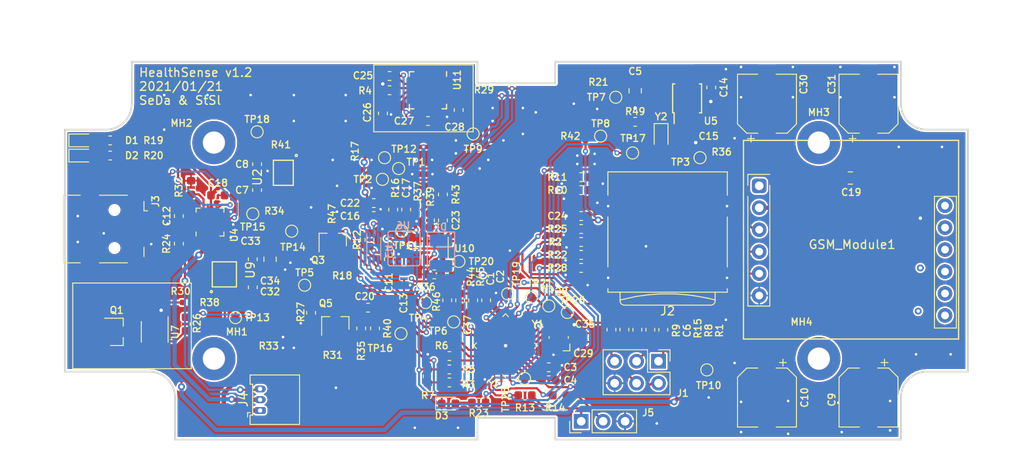
<source format=kicad_pcb>
(kicad_pcb (version 20171130) (host pcbnew "(5.1.4)-1")
  (layers (0 F.Cu signal) (31 B.Cu signal) (34 B.Paste user hide) (35 F.Paste user) (36 B.SilkS user) (37 F.SilkS user) (38 B.Mask user) (39 F.Mask user) (44 Edge.Cuts user))
  (net 0 "")
  (net 1 GND)
  (net 2 "Net-(C1-Pad1)")
  (net 3 +5V)
  (net 4 +3V3)
  (net 5 /RESET)
  (net 6 /RX)
  (net 7 /TX)
  (net 8 "Net-(J3-Pad6)")
  (net 9 /SDA)
  (net 10 /SCL)
  (net 11 "Net-(U5-Pad1)")
  (net 12 /UV_OUT)
  (net 13 /USB/BAT-)
  (net 14 "Net-(D1-Pad2)")
  (net 15 "Net-(D2-Pad2)")
  (net 16 "Net-(R24-Pad2)")
  (net 17 "Net-(D3-Pad2)")
  (net 18 "Net-(D1-Pad1)")
  (net 19 "Net-(D2-Pad1)")
  (net 20 "Net-(GSM_Module1-Pad5)")
  (net 21 "Net-(GSM_Module1-Pad4)")
  (net 22 /SD_CS)
  (net 23 "Net-(C14-Pad1)")
  (net 24 "Net-(C10-Pad1)")
  (net 25 "Net-(C11-Pad1)")
  (net 26 "Net-(C13-Pad1)")
  (net 27 "Net-(C26-Pad1)")
  (net 28 "Net-(C28-Pad1)")
  (net 29 "Net-(GSM_Module1-Pad3)")
  (net 30 /MOSI)
  (net 31 /SCK)
  (net 32 /MISO)
  (net 33 "Net-(R4-Pad1)")
  (net 34 "Net-(R16-Pad2)")
  (net 35 /RX_PROG)
  (net 36 /TX_PROG)
  (net 37 /SD/S_SCK)
  (net 38 /SD/S_DI)
  (net 39 /SD/S_CS)
  (net 40 "Net-(C7-Pad1)")
  (net 41 "Net-(C25-Pad1)")
  (net 42 "Net-(J1-Pad5)")
  (net 43 "Net-(J1-Pad4)")
  (net 44 "Net-(J1-Pad3)")
  (net 45 "Net-(J1-Pad1)")
  (net 46 "Net-(R32-Pad2)")
  (net 47 /RESET_SIM)
  (net 48 /SD/S_DO)
  (net 49 "Net-(C29-Pad2)")
  (net 50 "Net-(C35-Pad2)")
  (net 51 "Net-(C8-Pad1)")
  (net 52 "Net-(C16-Pad1)")
  (net 53 "Net-(C17-Pad1)")
  (net 54 "Net-(C24-Pad1)")
  (net 55 "Net-(C32-Pad1)")
  (net 56 "Net-(R3-Pad2)")
  (net 57 "Net-(TP19-Pad1)")
  (net 58 "Net-(TP21-Pad1)")
  (net 59 "Net-(TP25-Pad1)")
  (net 60 "Net-(TP26-Pad1)")
  (net 61 "Net-(TP28-Pad1)")
  (net 62 "Net-(C23-Pad2)")
  (net 63 "Net-(C23-Pad1)")
  (net 64 /Light/UV2_OUT)
  (net 65 /Light/UV1_OUT)
  (net 66 "Net-(R44-Pad1)")
  (net 67 "Net-(C36-Pad1)")
  (net 68 "Net-(Q3-Pad1)")
  (net 69 "Net-(Q3-Pad2)")
  (net 70 VCOM)
  (net 71 /A_VBAT)
  (net 72 "Net-(Q5-Pad1)")
  (net 73 "Net-(Q5-Pad2)")
  (net 74 "Net-(Q5-Pad3)")
  (net 75 "Net-(R23-Pad2)")
  (net 76 /EN_A_VBAT)
  (net 77 /EN_SIM)
  (net 78 "Net-(GSM_Module1-Pad7)")
  (net 79 "Net-(GSM_Module1-Pad8)")
  (net 80 "Net-(GSM_Module1-Pad9)")
  (net 81 "Net-(GSM_Module1-Pad10)")
  (net 82 "Net-(GSM_Module1-Pad11)")
  (net 83 "Net-(GSM_Module1-Pad12)")
  (net 84 "Net-(GSM_Module1-Pad1)")
  (net 85 "Net-(J2-Pad8)")
  (net 86 "Net-(J2-Pad1)")
  (net 87 "Net-(J3-Pad4)")
  (net 88 "Net-(J3-Pad3)")
  (net 89 "Net-(J3-Pad2)")
  (net 90 /UV_EN)
  (net 91 /RTC_INT)
  (net 92 "Net-(U1-Pad22)")
  (net 93 "Net-(U2-PadB1)")
  (net 94 "Net-(U5-Pad7)")
  (net 95 "Net-(U11-Pad12)")
  (net 96 "Net-(U11-Pad7)")
  (net 97 "Net-(U11-Pad6)")
  (net 98 "Net-(U11-Pad1)")
  (net 99 "Net-(C15-Pad2)")
  (net 100 /USB/BAT+)
  (net 101 "Net-(C12-Pad1)")
  (net 102 /USB/TS)
  (net 103 "Net-(R26-Pad2)")
  (net 104 "Net-(Q1-Pad3)")
  (net 105 "Net-(Q1-Pad1)")
  (module Connector_Card:microSD_HC_Wuerth_693072010801 (layer F.Cu) (at 190.25 118 180)
    (fp_text reference J2 (at 0 -7.99) (layer F.SilkS))
    (fp_text value Micro_SD_Card)
    (pad 1 smd rect (at -3.2 -1.55 180) (size 0.8 1.5) (layers F.Cu F.Paste F.Mask) (net 86 "Net-(J2-Pad1)"))
    (pad 2 smd rect (at -2.1 -1.55 180) (size 0.8 1.5) (layers F.Cu F.Paste F.Mask) (net 39 /SD/S_CS))
    (pad 3 smd rect (at -1 -1.55 180) (size 0.8 1.5) (layers F.Cu F.Paste F.Mask) (net 38 /SD/S_DI))
    (pad 4 smd rect (at 0.1 -1.55 180) (size 0.8 1.5) (layers F.Cu F.Paste F.Mask) (net 54 "Net-(C24-Pad1)"))
    (pad 5 smd rect (at 1.2 -1.55 180) (size 0.8 1.5) (layers F.Cu F.Paste F.Mask) (net 37 /SD/S_SCK))
    (pad 6 smd rect (at 2.3 -1.55 180) (size 0.8 1.5) (layers F.Cu F.Paste F.Mask) (net 1 GND))
    (pad 7 smd rect (at 3.4 -1.55 180) (size 0.8 1.5) (layers F.Cu F.Paste F.Mask) (net 48 /SD/S_DO))
    (pad 8 smd rect (at 4.5 -1.55 180) (size 0.8 1.5) (layers F.Cu F.Paste F.Mask) (net 85 "Net-(J2-Pad8)"))
    (pad 9 smd rect (at 6.875 4.15 180) (size 1.45 2) (layers F.Cu F.Paste F.Mask) (net 1 GND))
    (pad 9 smd rect (at -6.875 4.15 180) (size 1.45 2) (layers F.Cu F.Paste F.Mask) (net 1 GND))
    (pad 9 smd rect (at -6.875 -4.15 180) (size 1.45 2) (layers F.Cu F.Paste F.Mask) (net 1 GND))
    (pad 9 smd rect (at 6.875 -4.15 180) (size 1.45 2) (layers F.Cu F.Paste F.Mask) (net 1 GND))
  )
  (module Package_TO_SOT_SMD:SOT-23 (layer F.Cu) (at 126.5 128.4)
    (fp_text reference Q1 (at 0 -2.5) (layer F.SilkS) (effects (font (size 0.8 0.8))))
    (fp_text value Q_NMOS_GSD)
    (pad 3 smd rect (at 1 0) (size 0.9 0.8) (layers F.Cu F.Paste F.Mask) (net 104 "Net-(Q1-Pad3)"))
    (pad 2 smd rect (at -1 0.95) (size 0.9 0.8) (layers F.Cu F.Paste F.Mask) (net 24 "Net-(C10-Pad1)"))
    (pad 1 smd rect (at -1 -0.95) (size 0.9 0.8) (layers F.Cu F.Paste F.Mask) (net 105 "Net-(Q1-Pad1)"))
  )
  (module Package_TO_SOT_SMD:SOT-143 (layer F.Cu) (at 130.9 128.4 270)
    (fp_text reference U7 (at 0.02 -2.38 90) (layer F.SilkS) (effects (font (size 0.8 0.8))))
    (fp_text value MIC5018)
    (pad 4 smd rect (at 1.1 -0.95 180) (size 1 1.4) (layers F.Cu F.Paste F.Mask) (net 103 "Net-(R26-Pad2)"))
    (pad 3 smd rect (at 1.1 0.95 180) (size 1 1.4) (layers F.Cu F.Paste F.Mask) (net 105 "Net-(Q1-Pad1)"))
    (pad 2 smd rect (at -1.1 0.95 180) (size 1 1.4) (layers F.Cu F.Paste F.Mask) (net 104 "Net-(Q1-Pad3)"))
    (pad 1 smd rect (at -1.1 -0.77 180) (size 1.2 1.4) (layers F.Cu F.Paste F.Mask) (net 1 GND))
  )
  (module HealthSense:uSIP-9pin-2.57x2.9mm (layer F.Cu) (at 138.96 121.75 90)
    (fp_text reference U9 (at 0.5 3 90) (layer F.SilkS))
    (fp_text value TPS81256)
    (pad C3 smd circle (at 1 1 90) (size 0.3 0.3) (layers F.Cu F.Paste F.Mask) (net 3 +5V))
    (pad C1 smd circle (at -1 1 90) (size 0.3 0.3) (layers F.Cu F.Paste F.Mask) (net 55 "Net-(C32-Pad1)"))
    (pad C2 smd circle (at 0 1 90) (size 0.3 0.3) (layers F.Cu F.Paste F.Mask) (net 55 "Net-(C32-Pad1)"))
    (pad A1 smd circle (at -1 -1 90) (size 0.3 0.3) (layers F.Cu F.Paste F.Mask) (net 1 GND))
    (pad A3 smd circle (at 1 -1 90) (size 0.3 0.3) (layers F.Cu F.Paste F.Mask) (net 3 +5V))
    (pad A2 smd circle (at 0 -1 90) (size 0.3 0.3) (layers F.Cu F.Paste F.Mask) (net 1 GND))
    (pad B3 smd circle (at 1 0 90) (size 0.3 0.3) (layers F.Cu F.Paste F.Mask) (net 3 +5V))
    (pad B1 smd circle (at -1 0 90) (size 0.3 0.3) (layers F.Cu F.Paste F.Mask) (net 1 GND))
    (pad B2 smd circle (at 0 0 90) (size 0.3 0.3) (layers F.Cu F.Paste F.Mask) (net 55 "Net-(C32-Pad1)"))
  )
  (module HealthSense:WSOF6I (layer B.Cu) (at 156.25 117.5)
    (fp_text reference U3 (at 1.8 1.6 -90) (layer B.SilkS) (effects (font (size 0.8 0.8)) (justify mirror)))
    (fp_text value BH1750)
    (pad 6 smd roundrect (at -0.5 2.6) (size 0.3 1) (layers B.Cu B.Paste B.Mask) (net 10 /SCL))
    (pad 5 smd roundrect (at 0 2.6) (size 0.3 1) (layers B.Cu B.Paste B.Mask) (net 25 "Net-(C11-Pad1)"))
    (pad 4 smd roundrect (at 0.5 2.6) (size 0.3 1) (layers B.Cu B.Paste B.Mask) (net 9 /SDA))
    (pad 3 smd roundrect (at 0.5 0) (size 0.3 1) (layers B.Cu B.Paste B.Mask) (net 1 GND))
    (pad 2 smd roundrect (at 0 0) (size 0.3 1) (layers B.Cu B.Paste B.Mask) (net 34 "Net-(R16-Pad2)"))
    (pad 1 smd roundrect (at -0.5 0) (size 0.3 1) (layers B.Cu B.Paste B.Mask) (net 52 "Net-(C16-Pad1)"))
  )
  (module HealthSense:uSIP-9pin-2.3x2.9mm (layer F.Cu) (at 145.786 109.996 270)
    (fp_text reference U2 (at 0.5 3 90) (layer F.SilkS))
    (fp_text value TPS82740)
    (pad C3 smd circle (at 1 0.8 270) (size 0.3 0.3) (layers F.Cu F.Paste F.Mask) (net 40 "Net-(C7-Pad1)"))
    (pad C1 smd circle (at -1 0.8 270) (size 0.3 0.3) (layers F.Cu F.Paste F.Mask) (net 51 "Net-(C8-Pad1)"))
    (pad C2 smd circle (at 0 0.8 270) (size 0.3 0.3) (layers F.Cu F.Paste F.Mask) (net 1 GND))
    (pad A1 smd circle (at -1 -0.8 270) (size 0.3 0.3) (layers F.Cu F.Paste F.Mask) (net 40 "Net-(C7-Pad1)"))
    (pad A3 smd circle (at 1 -0.8 270) (size 0.3 0.3) (layers F.Cu F.Paste F.Mask) (net 40 "Net-(C7-Pad1)"))
    (pad A2 smd circle (at 0 -0.8 270) (size 0.3 0.3) (layers F.Cu F.Paste F.Mask) (net 40 "Net-(C7-Pad1)"))
    (pad B3 smd circle (at 1 0 270) (size 0.3 0.3) (layers F.Cu F.Paste F.Mask) (net 40 "Net-(C7-Pad1)"))
    (pad B1 smd circle (at -1 0 270) (size 0.3 0.3) (layers F.Cu F.Paste F.Mask) (net 93 "Net-(U2-PadB1)"))
    (pad B2 smd circle (at 0 0 270) (size 0.3 0.3) (layers F.Cu F.Paste F.Mask) (net 1 GND))
  )
  (module HealthSense:SIM800L (layer F.Cu) (at 211.602 117.8)
    (fp_text reference GSM_Module1 (at 0 0.5) (layer F.SilkS))
    (fp_text value n.B.)
    (pad 7 thru_hole oval (at 10.75 -4) (size 1.7 1.7) (drill 0.9) (layers *.Cu *.Mask) (net 78 "Net-(GSM_Module1-Pad7)"))
    (pad 8 thru_hole oval (at 10.75 -1.46) (size 1.7 1.7) (drill 0.9) (layers *.Cu *.Mask) (net 79 "Net-(GSM_Module1-Pad8)"))
    (pad 9 thru_hole oval (at 10.75 1.08) (size 1.7 1.7) (drill 0.9) (layers *.Cu *.Mask) (net 80 "Net-(GSM_Module1-Pad9)"))
    (pad 10 thru_hole oval (at 10.75 3.62) (size 1.7 1.7) (drill 0.9) (layers *.Cu *.Mask) (net 81 "Net-(GSM_Module1-Pad10)"))
    (pad 11 thru_hole oval (at 10.75 6.16) (size 1.7 1.7) (drill 0.9) (layers *.Cu *.Mask) (net 82 "Net-(GSM_Module1-Pad11)"))
    (pad 12 thru_hole oval (at 10.75 8.7) (size 1.7 1.7) (drill 0.9) (layers *.Cu *.Mask) (net 83 "Net-(GSM_Module1-Pad12)"))
    (pad 1 thru_hole roundrect (at -10.75 -6.3) (size 1.7 1.7) (drill 1) (layers *.Cu *.Mask) (net 84 "Net-(GSM_Module1-Pad1)"))
    (pad 2 thru_hole oval (at -10.75 -3.76) (size 1.7 1.7) (drill 1) (layers *.Cu *.Mask) (net 24 "Net-(C10-Pad1)"))
    (pad 3 thru_hole oval (at -10.75 -1.22) (size 1.7 1.7) (drill 0.9) (layers *.Cu *.Mask) (net 29 "Net-(GSM_Module1-Pad3)"))
    (pad 4 thru_hole oval (at -10.75 1.32) (size 1.7 1.7) (drill 0.9) (layers *.Cu *.Mask) (net 21 "Net-(GSM_Module1-Pad4)"))
    (pad 5 thru_hole oval (at -10.75 3.86) (size 1.7 1.7) (drill 0.9) (layers *.Cu *.Mask) (net 20 "Net-(GSM_Module1-Pad5)"))
    (pad 6 thru_hole oval (at -10.75 6.4) (size 1.7 1.7) (drill 0.9) (layers *.Cu *.Mask) (net 1 GND))
  )
  (module Connector_Molex:Molex_PicoBlade_53048-0310_1x03_P1.25mm_Horizontal (layer F.Cu) (at 143.1 137.5 90)
    (fp_text reference J4 (at 1.25 -1.95 90) (layer F.SilkS))
    (fp_text value Conn_01x03)
    (pad 3 thru_hole oval (at 2.5 0 90) (size 0.8 1.3) (drill 0.5) (layers *.Cu *.Mask) (net 102 /USB/TS))
    (pad 2 thru_hole oval (at 1.25 0 90) (size 0.8 1.3) (drill 0.5) (layers *.Cu *.Mask) (net 100 /USB/BAT+))
    (pad 1 thru_hole roundrect (at 0 0 90) (size 0.8 1.3) (drill 0.5) (layers *.Cu *.Mask) (net 13 /USB/BAT-))
  )
  (module Resistor_SMD:R_0402_1005Metric (layer F.Cu) (at 144.1 131.2)
    (fp_text reference R33 (at 0 -1.17) (layer F.SilkS) (effects (font (size 0.8 0.8))))
    (fp_text value 0R)
    (pad 2 smd roundrect (at 0.485 0) (size 0.59 0.64) (layers F.Cu F.Paste F.Mask) (net 1 GND))
    (pad 1 smd roundrect (at -0.485 0) (size 0.59 0.64) (layers F.Cu F.Paste F.Mask) (net 13 /USB/BAT-))
  )
  (module Package_DFN_QFN:VQFN-16-1EP_3x3mm_P0.5mm_EP1.6x1.6mm (layer F.Cu) (at 137.3 115.7 90)
    (fp_text reference U4 (at -1.5 2.8 90) (layer F.SilkS) (effects (font (size 0.8 0.8))))
    (fp_text value BQ24072RGT)
    (pad 16 smd roundrect (at -0.75 -1.4375 90) (size 0.25 0.875) (layers F.Cu F.Paste F.Mask) (net 16 "Net-(R24-Pad2)"))
    (pad 15 smd roundrect (at -0.25 -1.4375 90) (size 0.25 0.875) (layers F.Cu F.Paste F.Mask) (net 1 GND))
    (pad 14 smd roundrect (at 0.25 -1.4375 90) (size 0.25 0.875) (layers F.Cu F.Paste F.Mask) (net 1 GND))
    (pad 13 smd roundrect (at 0.75 -1.4375 90) (size 0.25 0.875) (layers F.Cu F.Paste F.Mask) (net 101 "Net-(C12-Pad1)"))
    (pad 12 smd roundrect (at 1.4375 -0.75 90) (size 0.875 0.25) (layers F.Cu F.Paste F.Mask) (net 46 "Net-(R32-Pad2)"))
    (pad 11 smd roundrect (at 1.4375 -0.25 90) (size 0.875 0.25) (layers F.Cu F.Paste F.Mask) (net 70 VCOM))
    (pad 10 smd roundrect (at 1.4375 0.25 90) (size 0.875 0.25) (layers F.Cu F.Paste F.Mask) (net 70 VCOM))
    (pad 9 smd roundrect (at 1.4375 0.75 90) (size 0.875 0.25) (layers F.Cu F.Paste F.Mask) (net 18 "Net-(D1-Pad1)"))
    (pad 8 smd roundrect (at 0.75 1.4375 90) (size 0.25 0.875) (layers F.Cu F.Paste F.Mask) (net 1 GND))
    (pad 7 smd roundrect (at 0.25 1.4375 90) (size 0.25 0.875) (layers F.Cu F.Paste F.Mask) (net 19 "Net-(D2-Pad1)"))
    (pad 6 smd roundrect (at -0.25 1.4375 90) (size 0.25 0.875) (layers F.Cu F.Paste F.Mask) (net 1 GND))
    (pad 5 smd roundrect (at -0.75 1.4375 90) (size 0.25 0.875) (layers F.Cu F.Paste F.Mask) (net 70 VCOM))
    (pad 4 smd roundrect (at -1.4375 0.75 90) (size 0.875 0.25) (layers F.Cu F.Paste F.Mask) (net 1 GND))
    (pad 3 smd roundrect (at -1.4375 0.25 90) (size 0.875 0.25) (layers F.Cu F.Paste F.Mask) (net 100 /USB/BAT+))
    (pad 2 smd roundrect (at -1.4375 -0.25 90) (size 0.875 0.25) (layers F.Cu F.Paste F.Mask) (net 100 /USB/BAT+))
    (pad 1 smd roundrect (at -1.4375 -0.75 90) (size 0.875 0.25) (layers F.Cu F.Paste F.Mask) (net 102 /USB/TS))
    (pad 17 smd roundrect (at 0 0 90) (size 1.6 1.6) (layers F.Cu F.Mask) (roundrect_rratio 0.15625) (net 1 GND))
  )
  (module Resistor_SMD:R_0603_1608Metric (layer F.Cu) (at 135.1 111.7 270)
    (fp_text reference R32 (at 0 1.4 90) (layer F.SilkS) (effects (font (size 0.8 0.8))))
    (fp_text value 3K3)
    (pad 2 smd roundrect (at 0.7875 0 270) (size 0.875 0.95) (layers F.Cu F.Paste F.Mask) (net 46 "Net-(R32-Pad2)"))
    (pad 1 smd roundrect (at -0.7875 0 270) (size 0.875 0.95) (layers F.Cu F.Paste F.Mask) (net 1 GND))
  )
  (module Resistor_SMD:R_0603_1608Metric (layer F.Cu) (at 133.7 118.2 90)
    (fp_text reference R24 (at 0 -1.43 90) (layer F.SilkS) (effects (font (size 0.8 0.8))))
    (fp_text value 6K)
    (pad 2 smd roundrect (at 0.7875 0 90) (size 0.875 0.95) (layers F.Cu F.Paste F.Mask) (net 16 "Net-(R24-Pad2)"))
    (pad 1 smd roundrect (at -0.7875 0 90) (size 0.875 0.95) (layers F.Cu F.Paste F.Mask) (net 1 GND))
  )
  (module Capacitor_SMD:C_0603_1608Metric (layer F.Cu) (at 138.2 112.6)
    (fp_text reference C18 (at 0 -1.43) (layer F.SilkS) (effects (font (size 0.8 0.8))))
    (fp_text value 10u)
    (pad 2 smd roundrect (at 0.7875 0) (size 0.875 0.95) (layers F.Cu F.Paste F.Mask) (net 1 GND))
    (pad 1 smd roundrect (at -0.7875 0) (size 0.875 0.95) (layers F.Cu F.Paste F.Mask) (net 70 VCOM))
  )
  (module Resistor_SMD:R_0603_1608Metric (layer F.Cu) (at 165 131.2 180)
    (fp_text reference R6 (at 0.9 1.2) (layer F.SilkS) (effects (font (size 0.8 0.8))))
    (fp_text value 1K)
    (pad 2 smd roundrect (at 0.7875 0 180) (size 0.875 0.95) (layers F.Cu F.Paste F.Mask) (net 4 +3V3))
    (pad 1 smd roundrect (at -0.7875 0 180) (size 0.875 0.95) (layers F.Cu F.Paste F.Mask) (net 9 /SDA))
  )
  (module Capacitor_SMD:C_0402_1005Metric (layer F.Cu) (at 192.8 105.7 180)
    (fp_text reference C15 (at -2.2 -0.05) (layer F.SilkS) (effects (font (size 0.8 0.8))))
    (fp_text value 22p)
    (pad 2 smd roundrect (at 0.485 0 180) (size 0.59 0.64) (layers F.Cu F.Paste F.Mask) (net 99 "Net-(C15-Pad2)"))
    (pad 1 smd roundrect (at -0.485 0 180) (size 0.59 0.64) (layers F.Cu F.Paste F.Mask) (net 1 GND))
  )
  (module TestPoint:TestPoint_Pad_D1.0mm (layer F.Cu) (at 186.2 107.7)
    (fp_text reference TP17 (at 0.05 -1.7) (layer F.SilkS) (effects (font (size 0.8 0.8))))
    (fp_text value TestPoint)
    (pad 1 smd circle (at 0 0) (size 1 1) (layers F.Cu F.Mask) (net 91 /RTC_INT))
  )
  (module TestPoint:TestPoint_Pad_D1.0mm (layer F.Cu) (at 159.4 128.6)
    (fp_text reference TP16 (at -2.4 1.7) (layer F.SilkS) (effects (font (size 0.8 0.8))))
    (fp_text value TestPoint)
    (pad 1 smd circle (at 0 0) (size 1 1) (layers F.Cu F.Mask) (net 71 /A_VBAT))
  )
  (module Resistor_SMD:R_0603_1608Metric (layer F.Cu) (at 186.5 104.1 180)
    (fp_text reference R49 (at 0 1.2) (layer F.SilkS) (effects (font (size 0.8 0.8))))
    (fp_text value 100K)
    (pad 2 smd roundrect (at 0.7875 0 180) (size 0.875 0.95) (layers F.Cu F.Paste F.Mask) (net 4 +3V3))
    (pad 1 smd roundrect (at -0.7875 0 180) (size 0.875 0.95) (layers F.Cu F.Paste F.Mask) (net 91 /RTC_INT))
  )
  (module Resistor_SMD:R_0603_1608Metric (layer F.Cu) (at 149 126.2 270)
    (fp_text reference R27 (at -0.1 1.2 90) (layer F.SilkS) (effects (font (size 0.8 0.8))))
    (fp_text value 100K)
    (pad 2 smd roundrect (at 0.7875 0 270) (size 0.875 0.95) (layers F.Cu F.Paste F.Mask) (net 72 "Net-(Q5-Pad1)"))
    (pad 1 smd roundrect (at -0.7875 0 270) (size 0.875 0.95) (layers F.Cu F.Paste F.Mask) (net 76 /EN_A_VBAT))
  )
  (module Diode_SMD:D_0603_1608Metric (layer F.Cu) (at 164.9 136.7)
    (fp_text reference D3 (at -0.8 1.4) (layer F.SilkS) (effects (font (size 0.8 0.8))))
    (fp_text value LEDR)
    (pad 2 smd roundrect (at 0.7875 0) (size 0.875 0.95) (layers F.Cu F.Paste F.Mask) (net 17 "Net-(D3-Pad2)"))
    (pad 1 smd roundrect (at -0.7875 0) (size 0.875 0.95) (layers F.Cu F.Paste F.Mask) (net 1 GND))
  )
  (module TestPoint:TestPoint_Pad_D1.0mm (layer F.Cu) (at 166.1 120.25)
    (fp_text reference TP20 (at 2.6 0) (layer F.SilkS) (effects (font (size 0.8 0.8))))
    (fp_text value TestPoint)
    (pad 1 smd circle (at 0 0) (size 1 1) (layers F.Cu F.Mask) (net 67 "Net-(C36-Pad1)"))
  )
  (module Package_TO_SOT_SMD:SOT-23-5 (layer F.Cu) (at 163.25 119 270)
    (fp_text reference U10 (at -0.25 -3.5 180) (layer F.SilkS) (effects (font (size 0.8 0.8))))
    (fp_text value MCP6001-OT)
    (pad 5 smd rect (at 1.1 -0.95 270) (size 1.06 0.65) (layers F.Cu F.Paste F.Mask) (net 67 "Net-(C36-Pad1)"))
    (pad 4 smd rect (at 1.1 0.95 270) (size 1.06 0.65) (layers F.Cu F.Paste F.Mask) (net 62 "Net-(C23-Pad2)"))
    (pad 3 smd rect (at -1.1 0.95 270) (size 1.06 0.65) (layers F.Cu F.Paste F.Mask) (net 1 GND))
    (pad 2 smd rect (at -1.1 0 270) (size 1.06 0.65) (layers F.Cu F.Paste F.Mask) (net 1 GND))
    (pad 1 smd rect (at -1.1 -0.95 270) (size 1.06 0.65) (layers F.Cu F.Paste F.Mask) (net 64 /Light/UV2_OUT))
  )
  (module Resistor_SMD:R_0603_1608Metric (layer F.Cu) (at 164.75 124.75 270)
    (fp_text reference R46 (at 0.15 1.25 90) (layer F.SilkS) (effects (font (size 0.8 0.8))))
    (fp_text value 1K)
    (pad 2 smd roundrect (at 0.7875 0 270) (size 0.875 0.95) (layers F.Cu F.Paste F.Mask) (net 12 /UV_OUT))
    (pad 1 smd roundrect (at -0.7875 0 270) (size 0.875 0.95) (layers F.Cu F.Paste F.Mask) (net 66 "Net-(R44-Pad1)"))
  )
  (module Resistor_SMD:R_0402_1005Metric (layer F.Cu) (at 166.25 122.25 90)
    (fp_text reference R45 (at 0.25 2.35 90) (layer F.SilkS) (effects (font (size 0.8 0.8))))
    (fp_text value 0R)
    (pad 2 smd roundrect (at 0.485 0 90) (size 0.59 0.64) (layers F.Cu F.Paste F.Mask) (net 64 /Light/UV2_OUT))
    (pad 1 smd roundrect (at -0.485 0 90) (size 0.59 0.64) (layers F.Cu F.Paste F.Mask) (net 66 "Net-(R44-Pad1)"))
  )
  (module Resistor_SMD:R_0402_1005Metric (layer F.Cu) (at 165.25 122.25 90)
    (fp_text reference R44 (at 0.25 2.25 90) (layer F.SilkS) (effects (font (size 0.8 0.8))))
    (fp_text value n.B.)
    (pad 2 smd roundrect (at 0.485 0 90) (size 0.59 0.64) (layers F.Cu F.Paste F.Mask) (net 65 /Light/UV1_OUT))
    (pad 1 smd roundrect (at -0.485 0 90) (size 0.59 0.64) (layers F.Cu F.Paste F.Mask) (net 66 "Net-(R44-Pad1)"))
  )
  (module Resistor_SMD:R_0603_1608Metric (layer F.Cu) (at 164.25 112.5 270)
    (fp_text reference R43 (at 0 -1.5 90) (layer F.SilkS) (effects (font (size 0.8 0.8))))
    (fp_text value 3K3)
    (pad 2 smd roundrect (at 0.7875 0 270) (size 0.875 0.95) (layers F.Cu F.Paste F.Mask) (net 63 "Net-(C23-Pad1)"))
    (pad 1 smd roundrect (at -0.7875 0 270) (size 0.875 0.95) (layers F.Cu F.Paste F.Mask) (net 64 /Light/UV2_OUT))
  )
  (module Resistor_SMD:R_0603_1608Metric (layer F.Cu) (at 162.75 115.5 270)
    (fp_text reference R39 (at -2.75 -0.05 90) (layer F.SilkS) (effects (font (size 0.8 0.8))))
    (fp_text value 7M15)
    (pad 2 smd roundrect (at 0.7875 0 270) (size 0.875 0.95) (layers F.Cu F.Paste F.Mask) (net 62 "Net-(C23-Pad2)"))
    (pad 1 smd roundrect (at -0.7875 0 270) (size 0.875 0.95) (layers F.Cu F.Paste F.Mask) (net 63 "Net-(C23-Pad1)"))
  )
  (module Diode_SMD:D_1210_3225Metric_Pad1.42x2.65mm_HandSolder (layer B.Cu) (at 164.0205 119.3165 270)
    (fp_text reference D4 (at -3.0665 0.0705) (layer B.SilkS) (effects (font (size 0.8 0.8)) (justify mirror)))
    (fp_text value GUVA-S12SD)
    (pad 2 smd roundrect (at 1.4875 0 270) (size 1.425 2.65) (layers B.Cu B.Paste B.Mask) (roundrect_rratio 0.175439) (net 1 GND))
    (pad 1 smd roundrect (at -1.4875 0 270) (size 1.425 2.65) (layers B.Cu B.Paste B.Mask) (roundrect_rratio 0.175439) (net 62 "Net-(C23-Pad2)"))
  )
  (module Capacitor_SMD:C_0603_1608Metric (layer F.Cu) (at 166.25 124.76 90)
    (fp_text reference C37 (at -2.84 0.85 270) (layer F.SilkS) (effects (font (size 0.8 0.8))))
    (fp_text value 2n2)
    (pad 2 smd roundrect (at 0.7875 0 90) (size 0.875 0.95) (layers F.Cu F.Paste F.Mask) (net 1 GND))
    (pad 1 smd roundrect (at -0.7875 0 90) (size 0.875 0.95) (layers F.Cu F.Paste F.Mask) (net 12 /UV_OUT))
  )
  (module Capacitor_SMD:C_0603_1608Metric (layer F.Cu) (at 163.25 121.75 180)
    (fp_text reference C36 (at 1 -1.45) (layer F.SilkS) (effects (font (size 0.8 0.8))))
    (fp_text value 100n)
    (pad 2 smd roundrect (at 0.7875 0 180) (size 0.875 0.95) (layers F.Cu F.Paste F.Mask) (net 1 GND))
    (pad 1 smd roundrect (at -0.7875 0 180) (size 0.875 0.95) (layers F.Cu F.Paste F.Mask) (net 67 "Net-(C36-Pad1)"))
  )
  (module Capacitor_SMD:C_0603_1608Metric (layer F.Cu) (at 164.25 115.5 270)
    (fp_text reference C23 (at 0 -1.5 90) (layer F.SilkS) (effects (font (size 0.8 0.8))))
    (fp_text value 100n)
    (pad 2 smd roundrect (at 0.7875 0 270) (size 0.875 0.95) (layers F.Cu F.Paste F.Mask) (net 62 "Net-(C23-Pad2)"))
    (pad 1 smd roundrect (at -0.7875 0 270) (size 0.875 0.95) (layers F.Cu F.Paste F.Mask) (net 63 "Net-(C23-Pad1)"))
  )
  (module Resistor_SMD:R_0402_1005Metric (layer F.Cu) (at 155.25 107.5 90)
    (fp_text reference R17 (at 0 -1.17 90) (layer F.SilkS) (effects (font (size 0.8 0.8))))
    (fp_text value 0R)
    (pad 1 smd roundrect (at -0.485 0 90) (size 0.59 0.64) (layers F.Cu F.Paste F.Mask) (net 52 "Net-(C16-Pad1)"))
    (pad 2 smd roundrect (at 0.485 0 90) (size 0.59 0.64) (layers F.Cu F.Paste F.Mask) (net 4 +3V3))
  )
  (module Resistor_SMD:R_0603_1608Metric (layer F.Cu) (at 173.75 135.75 180)
    (fp_text reference R13 (at 0 -1.43) (layer F.SilkS) (effects (font (size 0.8 0.8))))
    (fp_text value 1K)
    (pad 2 smd roundrect (at 0.7875 0 180) (size 0.875 0.95) (layers F.Cu F.Paste F.Mask) (net 6 /RX))
    (pad 1 smd roundrect (at -0.7875 0 180) (size 0.875 0.95) (layers F.Cu F.Paste F.Mask) (net 35 /RX_PROG))
  )
  (module Resistor_SMD:R_0402_1005Metric (layer F.Cu) (at 196.5 108.75)
    (fp_text reference R36 (at 0 -1.17) (layer F.SilkS) (effects (font (size 0.8 0.8))))
    (fp_text value n.B.)
    (pad 2 smd roundrect (at 0.485 0) (size 0.59 0.64) (layers F.Cu F.Paste F.Mask) (net 29 "Net-(GSM_Module1-Pad3)"))
    (pad 1 smd roundrect (at -0.485 0) (size 0.59 0.64) (layers F.Cu F.Paste F.Mask) (net 47 /RESET_SIM))
  )
  (module Resistor_SMD:R_0402_1005Metric (layer F.Cu) (at 144.75 113.25 180)
    (fp_text reference R34 (at 0 -1.17) (layer F.SilkS) (effects (font (size 0.8 0.8))))
    (fp_text value 0R)
    (pad 2 smd roundrect (at 0.485 0 180) (size 0.59 0.64) (layers F.Cu F.Paste F.Mask) (net 40 "Net-(C7-Pad1)"))
    (pad 1 smd roundrect (at -0.485 0 180) (size 0.59 0.64) (layers F.Cu F.Paste F.Mask) (net 3 +5V))
  )
  (module Resistor_SMD:R_0402_1005Metric (layer F.Cu) (at 134.6 125 180)
    (fp_text reference R30 (at 0.7 1.3 180) (layer F.SilkS) (effects (font (size 0.8 0.8))))
    (fp_text value 0R)
    (pad 2 smd roundrect (at 0.485 0 180) (size 0.59 0.64) (layers F.Cu F.Paste F.Mask) (net 104 "Net-(Q1-Pad3)"))
    (pad 1 smd roundrect (at -0.485 0 180) (size 0.59 0.64) (layers F.Cu F.Paste F.Mask) (net 70 VCOM))
  )
  (module Resistor_SMD:R_0402_1005Metric (layer F.Cu) (at 168.75 101.5)
    (fp_text reference R29 (at 0.25 -1.1) (layer F.SilkS) (effects (font (size 0.8 0.8))))
    (fp_text value 0R)
    (pad 2 smd roundrect (at 0.485 0) (size 0.59 0.64) (layers F.Cu F.Paste F.Mask) (net 4 +3V3))
    (pad 1 smd roundrect (at -0.485 0) (size 0.59 0.64) (layers F.Cu F.Paste F.Mask) (net 41 "Net-(C25-Pad1)"))
  )
  (module Resistor_SMD:R_0603_1608Metric (layer F.Cu) (at 180.25 121 180)
    (fp_text reference R28 (at 2.75 0) (layer F.SilkS) (effects (font (size 0.8 0.8))))
    (fp_text value 1K)
    (pad 2 smd roundrect (at 0.7875 0 180) (size 0.875 0.95) (layers F.Cu F.Paste F.Mask) (net 22 /SD_CS))
    (pad 1 smd roundrect (at -0.7875 0 180) (size 0.875 0.95) (layers F.Cu F.Paste F.Mask) (net 39 /SD/S_CS))
  )
  (module Resistor_SMD:R_0603_1608Metric (layer F.Cu) (at 180.25 116.5 180)
    (fp_text reference R25 (at 2.75 0) (layer F.SilkS) (effects (font (size 0.8 0.8))))
    (fp_text value 1K)
    (pad 2 smd roundrect (at 0.7875 0 180) (size 0.875 0.95) (layers F.Cu F.Paste F.Mask) (net 31 /SCK))
    (pad 1 smd roundrect (at -0.7875 0 180) (size 0.875 0.95) (layers F.Cu F.Paste F.Mask) (net 37 /SD/S_SCK))
  )
  (module Resistor_SMD:R_0603_1608Metric (layer F.Cu) (at 180.25 119.5 180)
    (fp_text reference R22 (at 2.75 0) (layer F.SilkS) (effects (font (size 0.8 0.8))))
    (fp_text value 1K)
    (pad 2 smd roundrect (at 0.7875 0 180) (size 0.875 0.95) (layers F.Cu F.Paste F.Mask) (net 30 /MOSI))
    (pad 1 smd roundrect (at -0.7875 0 180) (size 0.875 0.95) (layers F.Cu F.Paste F.Mask) (net 38 /SD/S_DI))
  )
  (module Resistor_SMD:R_0402_1005Metric (layer F.Cu) (at 184.5 99.5)
    (fp_text reference R21 (at -2.25 0) (layer F.SilkS) (effects (font (size 0.8 0.8))))
    (fp_text value 0R)
    (pad 2 smd roundrect (at 0.485 0) (size 0.59 0.64) (layers F.Cu F.Paste F.Mask) (net 23 "Net-(C14-Pad1)"))
    (pad 1 smd roundrect (at -0.485 0) (size 0.59 0.64) (layers F.Cu F.Paste F.Mask) (net 4 +3V3))
  )
  (module Resistor_SMD:R_0603_1608Metric (layer F.Cu) (at 186.75 128.15 90)
    (fp_text reference R15 (at 0.15 7 90) (layer F.SilkS) (effects (font (size 0.8 0.8))))
    (fp_text value 100R)
    (pad 2 smd roundrect (at 0.7875 0 90) (size 0.875 0.95) (layers F.Cu F.Paste F.Mask) (net 30 /MOSI))
    (pad 1 smd roundrect (at -0.7875 0 90) (size 0.875 0.95) (layers F.Cu F.Paste F.Mask) (net 43 "Net-(J1-Pad4)"))
  )
  (module Resistor_SMD:R_0603_1608Metric (layer F.Cu) (at 177.75 135.75 180)
    (fp_text reference R14 (at 0.5 -1.43) (layer F.SilkS) (effects (font (size 0.8 0.8))))
    (fp_text value 1K)
    (pad 2 smd roundrect (at 0.7875 0 180) (size 0.875 0.95) (layers F.Cu F.Paste F.Mask) (net 7 /TX))
    (pad 1 smd roundrect (at -0.7875 0 180) (size 0.875 0.95) (layers F.Cu F.Paste F.Mask) (net 36 /TX_PROG))
  )
  (module Resistor_SMD:R_0603_1608Metric (layer F.Cu) (at 183.75 128.1375 270)
    (fp_text reference R9 (at 0.1125 -7.5 90) (layer F.SilkS) (effects (font (size 0.8 0.8))))
    (fp_text value 100R)
    (pad 2 smd roundrect (at 0.7875 0 270) (size 0.875 0.95) (layers F.Cu F.Paste F.Mask) (net 42 "Net-(J1-Pad5)"))
    (pad 1 smd roundrect (at -0.7875 0 270) (size 0.875 0.95) (layers F.Cu F.Paste F.Mask) (net 5 /RESET))
  )
  (module Resistor_SMD:R_0603_1608Metric (layer F.Cu) (at 188.25 128.149999 270)
    (fp_text reference R8 (at 0.100001 -6.75 90) (layer F.SilkS) (effects (font (size 0.8 0.8))))
    (fp_text value 100R)
    (pad 2 smd roundrect (at 0.7875 0 270) (size 0.875 0.95) (layers F.Cu F.Paste F.Mask) (net 44 "Net-(J1-Pad3)"))
    (pad 1 smd roundrect (at -0.7875 0 270) (size 0.875 0.95) (layers F.Cu F.Paste F.Mask) (net 31 /SCK))
  )
  (module Resistor_SMD:R_0603_1608Metric (layer F.Cu) (at 189.75 128.149999 270)
    (fp_text reference R1 (at 0.100001 -6.5 90) (layer F.SilkS) (effects (font (size 0.8 0.8))))
    (fp_text value 100R)
    (pad 2 smd roundrect (at 0.7875 0 270) (size 0.875 0.95) (layers F.Cu F.Paste F.Mask) (net 45 "Net-(J1-Pad1)"))
    (pad 1 smd roundrect (at -0.7875 0 270) (size 0.875 0.95) (layers F.Cu F.Paste F.Mask) (net 32 /MISO))
  )
  (module Capacitor_SMD:C_0805_2012Metric (layer F.Cu) (at 144.25 120 270)
    (fp_text reference C34 (at 2.5 0) (layer F.SilkS) (effects (font (size 0.8 0.8))))
    (fp_text value 22u)
    (pad 2 smd roundrect (at 0.9375 0 270) (size 0.975 1.4) (layers F.Cu F.Paste F.Mask) (net 1 GND))
    (pad 1 smd roundrect (at -0.9375 0 270) (size 0.975 1.4) (layers F.Cu F.Paste F.Mask) (net 3 +5V))
  )
  (module Capacitor_SMD:C_0603_1608Metric (layer F.Cu) (at 142.25 120 270)
    (fp_text reference C33 (at -2.1 0.25 180) (layer F.SilkS) (effects (font (size 0.8 0.8))))
    (fp_text value 100n)
    (pad 2 smd roundrect (at 0.7875 0 270) (size 0.875 0.95) (layers F.Cu F.Paste F.Mask) (net 1 GND))
    (pad 1 smd roundrect (at -0.7875 0 270) (size 0.875 0.95) (layers F.Cu F.Paste F.Mask) (net 3 +5V))
  )
  (module Capacitor_SMD:C_0603_1608Metric (layer F.Cu) (at 142.25 123.25 90)
    (fp_text reference C32 (at -0.5 2 180) (layer F.SilkS) (effects (font (size 0.8 0.8))))
    (fp_text value 100n)
    (pad 2 smd roundrect (at 0.7875 0 90) (size 0.875 0.95) (layers F.Cu F.Paste F.Mask) (net 1 GND))
    (pad 1 smd roundrect (at -0.7875 0 90) (size 0.875 0.95) (layers F.Cu F.Paste F.Mask) (net 55 "Net-(C32-Pad1)"))
  )
  (module Capacitor_SMD:CP_Elec_6.3x5.8 (layer F.Cu) (at 213.5 102 90)
    (fp_text reference C31 (at 2.25 -4.25 90) (layer F.SilkS) (effects (font (size 0.8 0.8))))
    (fp_text value n.B.)
    (pad 2 smd roundrect (at 2.7 0 90) (size 3.5 1.6) (layers F.Cu F.Paste F.Mask) (roundrect_rratio 0.15625) (net 1 GND))
    (pad 1 smd roundrect (at -2.7 0 90) (size 3.5 1.6) (layers F.Cu F.Paste F.Mask) (roundrect_rratio 0.15625) (net 24 "Net-(C10-Pad1)"))
  )
  (module Capacitor_SMD:CP_Elec_6.3x5.8 (layer F.Cu) (at 201.75 102 90)
    (fp_text reference C30 (at 2.25 4.25 90) (layer F.SilkS) (effects (font (size 0.8 0.8))))
    (fp_text value n.B.)
    (pad 2 smd roundrect (at 2.7 0 90) (size 3.5 1.6) (layers F.Cu F.Paste F.Mask) (roundrect_rratio 0.15625) (net 1 GND))
    (pad 1 smd roundrect (at -2.7 0 90) (size 3.5 1.6) (layers F.Cu F.Paste F.Mask) (roundrect_rratio 0.15625) (net 24 "Net-(C10-Pad1)"))
  )
  (module Capacitor_SMD:C_0603_1608Metric (layer F.Cu) (at 185.25 128.1375 270)
    (fp_text reference C6 (at 0.1125 -7.25 90) (layer F.SilkS) (effects (font (size 0.8 0.8))))
    (fp_text value n.B.)
    (pad 2 smd roundrect (at 0.7875 0 270) (size 0.875 0.95) (layers F.Cu F.Paste F.Mask) (net 1 GND))
    (pad 1 smd roundrect (at -0.7875 0 270) (size 0.875 0.95) (layers F.Cu F.Paste F.Mask) (net 5 /RESET))
  )
  (module Capacitor_SMD:CP_Elec_6.3x5.8 (layer F.Cu) (at 213.5 136 270)
    (fp_text reference C9 (at 0.25 4.25 90) (layer F.SilkS) (effects (font (size 0.8 0.8))))
    (fp_text value 865060245006)
    (pad 1 smd roundrect (at -2.7 0 270) (size 3.5 1.6) (layers F.Cu F.Paste F.Mask) (roundrect_rratio 0.15625) (net 24 "Net-(C10-Pad1)"))
    (pad 2 smd roundrect (at 2.7 0 270) (size 3.5 1.6) (layers F.Cu F.Paste F.Mask) (roundrect_rratio 0.15625) (net 1 GND))
  )
  (module Connector_PinHeader_2.54mm:PinHeader_1x03_P2.54mm_Vertical (layer F.Cu) (at 180.25 138.75 90)
    (fp_text reference J5 (at 1 7.75 180) (layer F.SilkS) (effects (font (size 0.8 0.8))))
    (fp_text value Conn_01x03)
    (pad 3 thru_hole oval (at 0 5.08 90) (size 1.7 1.7) (drill 1) (layers *.Cu *.Mask) (net 1 GND))
    (pad 2 thru_hole oval (at 0 2.54 90) (size 1.7 1.7) (drill 1) (layers *.Cu *.Mask) (net 36 /TX_PROG))
    (pad 1 thru_hole rect (at 0 0 90) (size 1.7 1.7) (drill 1) (layers *.Cu *.Mask) (net 35 /RX_PROG))
  )
  (module Sensor_Motion:InvenSense_QFN-24_4x4mm_P0.5mm (layer F.Cu) (at 162.522 100.447 270)
    (fp_text reference U11 (at -1.197 -3.375 90) (layer F.SilkS) (effects (font (size 0.8 0.8))))
    (fp_text value MPU-6050)
    (pad 24 smd roundrect (at -1.25 -1.95) (size 0.85 0.3) (layers F.Cu F.Paste F.Mask) (net 9 /SDA))
    (pad 23 smd roundrect (at -0.75 -1.95) (size 0.85 0.3) (layers F.Cu F.Paste F.Mask) (net 10 /SCL))
    (pad 22 smd roundrect (at -0.25 -1.95) (size 0.85 0.3) (layers F.Cu F.Paste F.Mask))
    (pad 21 smd roundrect (at 0.25 -1.95) (size 0.85 0.3) (layers F.Cu F.Paste F.Mask))
    (pad 20 smd roundrect (at 0.75 -1.95) (size 0.85 0.3) (layers F.Cu F.Paste F.Mask) (net 28 "Net-(C28-Pad1)"))
    (pad 19 smd roundrect (at 1.25 -1.95) (size 0.85 0.3) (layers F.Cu F.Paste F.Mask))
    (pad 18 smd roundrect (at 1.95 -1.25 270) (size 0.85 0.3) (layers F.Cu F.Paste F.Mask) (net 1 GND))
    (pad 17 smd roundrect (at 1.95 -0.75 270) (size 0.85 0.3) (layers F.Cu F.Paste F.Mask))
    (pad 16 smd roundrect (at 1.95 -0.25 270) (size 0.85 0.3) (layers F.Cu F.Paste F.Mask))
    (pad 15 smd roundrect (at 1.95 0.25 270) (size 0.85 0.3) (layers F.Cu F.Paste F.Mask))
    (pad 14 smd roundrect (at 1.95 0.75 270) (size 0.85 0.3) (layers F.Cu F.Paste F.Mask))
    (pad 13 smd roundrect (at 1.95 1.25 270) (size 0.85 0.3) (layers F.Cu F.Paste F.Mask) (net 41 "Net-(C25-Pad1)"))
    (pad 12 smd roundrect (at 1.25 1.95) (size 0.85 0.3) (layers F.Cu F.Paste F.Mask) (net 95 "Net-(U11-Pad12)"))
    (pad 11 smd roundrect (at 0.75 1.95) (size 0.85 0.3) (layers F.Cu F.Paste F.Mask) (net 1 GND))
    (pad 10 smd roundrect (at 0.25 1.95) (size 0.85 0.3) (layers F.Cu F.Paste F.Mask) (net 27 "Net-(C26-Pad1)"))
    (pad 9 smd roundrect (at -0.25 1.95) (size 0.85 0.3) (layers F.Cu F.Paste F.Mask) (net 33 "Net-(R4-Pad1)"))
    (pad 8 smd roundrect (at -0.75 1.95) (size 0.85 0.3) (layers F.Cu F.Paste F.Mask) (net 41 "Net-(C25-Pad1)"))
    (pad 7 smd roundrect (at -1.25 1.95) (size 0.85 0.3) (layers F.Cu F.Paste F.Mask) (net 96 "Net-(U11-Pad7)"))
    (pad 6 smd roundrect (at -1.95 1.25 270) (size 0.85 0.3) (layers F.Cu F.Paste F.Mask) (net 97 "Net-(U11-Pad6)"))
    (pad 5 smd roundrect (at -1.95 0.75 270) (size 0.85 0.3) (layers F.Cu F.Paste F.Mask))
    (pad 4 smd roundrect (at -1.95 0.25 270) (size 0.85 0.3) (layers F.Cu F.Paste F.Mask))
    (pad 3 smd roundrect (at -1.95 -0.25 270) (size 0.85 0.3) (layers F.Cu F.Paste F.Mask))
    (pad 2 smd roundrect (at -1.95 -0.75 270) (size 0.85 0.3) (layers F.Cu F.Paste F.Mask))
    (pad 1 smd roundrect (at -1.95 -1.25 270) (size 0.85 0.3) (layers F.Cu F.Paste F.Mask) (net 98 "Net-(U11-Pad1)"))
  )
  (module SIM800L:ML8511 (layer B.Cu) (at 159.75 118.75 90)
    (fp_text reference U6 (at 2.65 -0.1) (layer B.SilkS) (effects (font (size 0.8 0.8)) (justify mirror)))
    (fp_text value n.B. hide)
    (pad 12 smd rect (at -0.49784 -1.4986 90) (size 0.39878 0.39878) (layers B.Cu B.Paste B.Mask))
    (pad 11 smd rect (at 0.49784 -1.4986 90) (size 0.39878 0.39878) (layers B.Cu B.Paste B.Mask))
    (pad 10 smd rect (at 1.4986 -1.4986 90) (size 0.39878 0.39878) (layers B.Cu B.Paste B.Mask) (net 26 "Net-(C13-Pad1)"))
    (pad 9 smd rect (at 1.4986 -0.49784 90) (size 0.39878 0.39878) (layers B.Cu B.Paste B.Mask))
    (pad 8 smd rect (at 1.4986 0.49784 90) (size 0.39878 0.39878) (layers B.Cu B.Paste B.Mask) (net 65 /Light/UV1_OUT))
    (pad 7 smd rect (at 1.4986 1.4986 90) (size 0.39878 0.39878) (layers B.Cu B.Paste B.Mask) (net 53 "Net-(C17-Pad1)"))
    (pad 6 smd rect (at 0.49784 1.4986 90) (size 0.39878 0.39878) (layers B.Cu B.Paste B.Mask))
    (pad 5 smd rect (at -0.49784 1.4986 90) (size 0.39878 0.39878) (layers B.Cu B.Paste B.Mask) (net 1 GND))
    (pad 4 smd rect (at -1.4986 1.4986 90) (size 0.39878 0.39878) (layers B.Cu B.Paste B.Mask) (net 90 /UV_EN))
    (pad 3 smd rect (at -1.4986 0.49784 90) (size 0.39878 0.39878) (layers B.Cu B.Paste B.Mask))
    (pad 2 smd rect (at -1.4986 -0.49784 90) (size 0.39878 0.39878) (layers B.Cu B.Paste B.Mask))
    (pad 1 smd rect (at -1.4986 -1.4986 90) (size 0.39878 0.39878) (layers B.Cu B.Paste B.Mask))
  )
  (module Resistor_SMD:R_0603_1608Metric (layer F.Cu) (at 158.5 114.25 270)
    (fp_text reference R16 (at -2.5 -0.25 90) (layer F.SilkS) (effects (font (size 0.8 0.8))))
    (fp_text value 1K)
    (pad 2 smd roundrect (at 0.7875 0 270) (size 0.875 0.95) (layers F.Cu F.Paste F.Mask) (net 34 "Net-(R16-Pad2)"))
    (pad 1 smd roundrect (at -0.7875 0 270) (size 0.875 0.95) (layers F.Cu F.Paste F.Mask) (net 1 GND))
  )
  (module Resistor_SMD:R_0603_1608Metric (layer F.Cu) (at 155.75 117.75 90)
    (fp_text reference R12 (at 0 -1.43 90) (layer F.SilkS) (effects (font (size 0.8 0.8))))
    (fp_text value 1K)
    (pad 2 smd roundrect (at 0.7875 0 90) (size 0.875 0.95) (layers F.Cu F.Paste F.Mask) (net 52 "Net-(C16-Pad1)"))
    (pad 1 smd roundrect (at -0.7875 0 90) (size 0.875 0.95) (layers F.Cu F.Paste F.Mask) (net 25 "Net-(C11-Pad1)"))
  )
  (module Resistor_SMD:R_0603_1608Metric (layer F.Cu) (at 180.25 110.5)
    (fp_text reference R11 (at -2.75 0) (layer F.SilkS) (effects (font (size 0.8 0.8))))
    (fp_text value 1K)
    (pad 2 smd roundrect (at 0.7875 0) (size 0.875 0.95) (layers F.Cu F.Paste F.Mask) (net 21 "Net-(GSM_Module1-Pad4)"))
    (pad 1 smd roundrect (at -0.7875 0) (size 0.875 0.95) (layers F.Cu F.Paste F.Mask) (net 7 /TX))
  )
  (module Resistor_SMD:R_0603_1608Metric (layer F.Cu) (at 180.25 112)
    (fp_text reference R10 (at -2.75 0) (layer F.SilkS) (effects (font (size 0.8 0.8))))
    (fp_text value 1K)
    (pad 2 smd roundrect (at 0.7875 0) (size 0.875 0.95) (layers F.Cu F.Paste F.Mask) (net 20 "Net-(GSM_Module1-Pad5)"))
    (pad 1 smd roundrect (at -0.7875 0) (size 0.875 0.95) (layers F.Cu F.Paste F.Mask) (net 6 /RX))
  )
  (module Resistor_SMD:R_0603_1608Metric (layer F.Cu) (at 165 132.75 180)
    (fp_text reference R5 (at -2.25 0) (layer F.SilkS) (effects (font (size 0.8 0.8))))
    (fp_text value 1K)
    (pad 2 smd roundrect (at 0.7875 0 180) (size 0.875 0.95) (layers F.Cu F.Paste F.Mask) (net 4 +3V3))
    (pad 1 smd roundrect (at -0.7875 0 180) (size 0.875 0.95) (layers F.Cu F.Paste F.Mask) (net 10 /SCL))
  )
  (module Resistor_SMD:R_0603_1608Metric (layer F.Cu) (at 158.077 100.447 180)
    (fp_text reference R4 (at 2.827 -0.053) (layer F.SilkS) (effects (font (size 0.8 0.8))))
    (fp_text value 1K)
    (pad 2 smd roundrect (at 0.7875 0 180) (size 0.875 0.95) (layers F.Cu F.Paste F.Mask) (net 1 GND))
    (pad 1 smd roundrect (at -0.7875 0 180) (size 0.875 0.95) (layers F.Cu F.Paste F.Mask) (net 33 "Net-(R4-Pad1)"))
  )
  (module Capacitor_SMD:C_0603_1608Metric (layer F.Cu) (at 166.078 102.733 270)
    (fp_text reference C28 (at 1.967 0.478 180) (layer F.SilkS) (effects (font (size 0.8 0.8))))
    (fp_text value 2n2)
    (pad 2 smd roundrect (at 0.7875 0 270) (size 0.875 0.95) (layers F.Cu F.Paste F.Mask) (net 1 GND))
    (pad 1 smd roundrect (at -0.7875 0 270) (size 0.875 0.95) (layers F.Cu F.Paste F.Mask) (net 28 "Net-(C28-Pad1)"))
  )
  (module Capacitor_SMD:C_0603_1608Metric (layer F.Cu) (at 162.522 104.003)
    (fp_text reference C27 (at -2.772 -0.003) (layer F.SilkS) (effects (font (size 0.8 0.8))))
    (fp_text value 100n)
    (pad 2 smd roundrect (at 0.7875 0) (size 0.875 0.95) (layers F.Cu F.Paste F.Mask) (net 1 GND))
    (pad 1 smd roundrect (at -0.7875 0) (size 0.875 0.95) (layers F.Cu F.Paste F.Mask) (net 41 "Net-(C25-Pad1)"))
  )
  (module Capacitor_SMD:C_0603_1608Metric (layer F.Cu) (at 157.315 103.114 270)
    (fp_text reference C26 (at -0.114 1.815 90) (layer F.SilkS) (effects (font (size 0.8 0.8))))
    (fp_text value 100n)
    (pad 2 smd roundrect (at 0.7875 0 270) (size 0.875 0.95) (layers F.Cu F.Paste F.Mask) (net 1 GND))
    (pad 1 smd roundrect (at -0.7875 0 270) (size 0.875 0.95) (layers F.Cu F.Paste F.Mask) (net 27 "Net-(C26-Pad1)"))
  )
  (module Capacitor_SMD:C_0603_1608Metric (layer F.Cu) (at 158.077 98.796 180)
    (fp_text reference C25 (at 3.077 0.046) (layer F.SilkS) (effects (font (size 0.8 0.8))))
    (fp_text value 100n)
    (pad 2 smd roundrect (at 0.7875 0 180) (size 0.875 0.95) (layers F.Cu F.Paste F.Mask) (net 1 GND))
    (pad 1 smd roundrect (at -0.7875 0 180) (size 0.875 0.95) (layers F.Cu F.Paste F.Mask) (net 41 "Net-(C25-Pad1)"))
  )
  (module Capacitor_SMD:C_0603_1608Metric (layer F.Cu) (at 156.25 113.5)
    (fp_text reference C22 (at -2.75 0) (layer F.SilkS) (effects (font (size 0.8 0.8))))
    (fp_text value 100n)
    (pad 2 smd roundrect (at 0.7875 0) (size 0.875 0.95) (layers F.Cu F.Paste F.Mask) (net 1 GND))
    (pad 1 smd roundrect (at -0.7875 0) (size 0.875 0.95) (layers F.Cu F.Paste F.Mask) (net 52 "Net-(C16-Pad1)"))
  )
  (module Capacitor_SMD:C_0603_1608Metric (layer F.Cu) (at 160 114.25 90)
    (fp_text reference C17 (at 2.5 0 90) (layer F.SilkS) (effects (font (size 0.8 0.8))))
    (fp_text value n.B.)
    (pad 2 smd roundrect (at 0.7875 0 90) (size 0.875 0.95) (layers F.Cu F.Paste F.Mask) (net 1 GND))
    (pad 1 smd roundrect (at -0.7875 0 90) (size 0.875 0.95) (layers F.Cu F.Paste F.Mask) (net 53 "Net-(C17-Pad1)"))
  )
  (module Capacitor_SMD:C_0603_1608Metric (layer F.Cu) (at 156.25 115)
    (fp_text reference C16 (at -2.75 0) (layer F.SilkS) (effects (font (size 0.8 0.8))))
    (fp_text value 10u)
    (pad 2 smd roundrect (at 0.7875 0) (size 0.875 0.95) (layers F.Cu F.Paste F.Mask) (net 1 GND))
    (pad 1 smd roundrect (at -0.7875 0) (size 0.875 0.95) (layers F.Cu F.Paste F.Mask) (net 52 "Net-(C16-Pad1)"))
  )
  (module Capacitor_SMD:C_0603_1608Metric (layer F.Cu) (at 159.75 122.25 270)
    (fp_text reference C13 (at 2.85 0.05 90) (layer F.SilkS) (effects (font (size 0.8 0.8))))
    (fp_text value n.B.)
    (pad 2 smd roundrect (at 0.7875 0 270) (size 0.875 0.95) (layers F.Cu F.Paste F.Mask) (net 1 GND))
    (pad 1 smd roundrect (at -0.7875 0 270) (size 0.875 0.95) (layers F.Cu F.Paste F.Mask) (net 26 "Net-(C13-Pad1)"))
  )
  (module Capacitor_SMD:C_0603_1608Metric (layer F.Cu) (at 158 120 270)
    (fp_text reference C11 (at 2.7 0 90) (layer F.SilkS) (effects (font (size 0.8 0.8))))
    (fp_text value 100n)
    (pad 2 smd roundrect (at 0.7875 0 270) (size 0.875 0.95) (layers F.Cu F.Paste F.Mask) (net 1 GND))
    (pad 1 smd roundrect (at -0.7875 0 270) (size 0.875 0.95) (layers F.Cu F.Paste F.Mask) (net 25 "Net-(C11-Pad1)"))
  )
  (module Capacitor_SMD:CP_Elec_6.3x5.8 (layer F.Cu) (at 201.75 136 270)
    (fp_text reference C10 (at 0 -4.35 90) (layer F.SilkS) (effects (font (size 0.8 0.8))))
    (fp_text value 865060245006)
    (pad 2 smd roundrect (at 2.7 0 270) (size 3.5 1.6) (layers F.Cu F.Paste F.Mask) (roundrect_rratio 0.15625) (net 1 GND))
    (pad 1 smd roundrect (at -2.7 0 270) (size 3.5 1.6) (layers F.Cu F.Paste F.Mask) (roundrect_rratio 0.15625) (net 24 "Net-(C10-Pad1)"))
  )
  (module Capacitor_SMD:C_0603_1608Metric (layer F.Cu) (at 142.75 109 270)
    (fp_text reference C8 (at 0 1.75 180) (layer F.SilkS) (effects (font (size 0.8 0.8))))
    (fp_text value 100n)
    (pad 2 smd roundrect (at 0.7875 0 270) (size 0.875 0.95) (layers F.Cu F.Paste F.Mask) (net 1 GND))
    (pad 1 smd roundrect (at -0.7875 0 270) (size 0.875 0.95) (layers F.Cu F.Paste F.Mask) (net 51 "Net-(C8-Pad1)"))
  )
  (module Capacitor_SMD:C_0603_1608Metric (layer F.Cu) (at 142.75 112 90)
    (fp_text reference C7 (at 0 -1.75 180) (layer F.SilkS) (effects (font (size 0.8 0.8))))
    (fp_text value 100n)
    (pad 2 smd roundrect (at 0.7875 0 90) (size 0.875 0.95) (layers F.Cu F.Paste F.Mask) (net 1 GND))
    (pad 1 smd roundrect (at -0.7875 0 90) (size 0.875 0.95) (layers F.Cu F.Paste F.Mask) (net 40 "Net-(C7-Pad1)"))
  )
  (module Capacitor_SMD:C_0805_2012Metric (layer F.Cu) (at 186.5 100.5 270)
    (fp_text reference C5 (at -2.25 0 180) (layer F.SilkS) (effects (font (size 0.8 0.8))))
    (fp_text value 22u)
    (pad 2 smd roundrect (at 0.9375 0 270) (size 0.975 1.4) (layers F.Cu F.Paste F.Mask) (net 1 GND))
    (pad 1 smd roundrect (at -0.9375 0 270) (size 0.975 1.4) (layers F.Cu F.Paste F.Mask) (net 23 "Net-(C14-Pad1)"))
  )
  (module Diode_SMD:D_0603_1608Metric (layer F.Cu) (at 122.4625 108)
    (fp_text reference D2 (at 5.7875 0) (layer F.SilkS) (effects (font (size 0.8 0.8))))
    (fp_text value LEDR)
    (pad 2 smd roundrect (at 0.7875 0) (size 0.875 0.95) (layers F.Cu F.Paste F.Mask) (net 15 "Net-(D2-Pad2)"))
    (pad 1 smd roundrect (at -0.7875 0) (size 0.875 0.95) (layers F.Cu F.Paste F.Mask) (net 19 "Net-(D2-Pad1)"))
  )
  (module Diode_SMD:D_0603_1608Metric (layer F.Cu) (at 122.4625 106.25)
    (fp_text reference D1 (at 5.7875 0) (layer F.SilkS) (effects (font (size 0.8 0.8))))
    (fp_text value LEDG)
    (pad 2 smd roundrect (at 0.7875 0) (size 0.875 0.95) (layers F.Cu F.Paste F.Mask) (net 14 "Net-(D1-Pad2)"))
    (pad 1 smd roundrect (at -0.7875 0) (size 0.875 0.95) (layers F.Cu F.Paste F.Mask) (net 18 "Net-(D1-Pad1)"))
  )
  (module Resistor_SMD:R_0603_1608Metric (layer F.Cu) (at 134.5 127.5 270)
    (fp_text reference R26 (at -0.1 -1.3 90) (layer F.SilkS) (effects (font (size 0.8 0.8))))
    (fp_text value 1K)
    (pad 2 smd roundrect (at 0.7875 0 270) (size 0.875 0.95) (layers F.Cu F.Paste F.Mask) (net 103 "Net-(R26-Pad2)"))
    (pad 1 smd roundrect (at -0.7875 0 270) (size 0.875 0.95) (layers F.Cu F.Paste F.Mask) (net 77 /EN_SIM))
  )
  (module Resistor_SMD:R_0603_1608Metric (layer F.Cu) (at 125.75 108)
    (fp_text reference R20 (at 5 0) (layer F.SilkS) (effects (font (size 0.8 0.8))))
    (fp_text value 1K)
    (pad 2 smd roundrect (at 0.7875 0) (size 0.875 0.95) (layers F.Cu F.Paste F.Mask) (net 70 VCOM))
    (pad 1 smd roundrect (at -0.7875 0) (size 0.875 0.95) (layers F.Cu F.Paste F.Mask) (net 15 "Net-(D2-Pad2)"))
  )
  (module Resistor_SMD:R_0603_1608Metric (layer F.Cu) (at 125.75 106.25)
    (fp_text reference R19 (at 5 0) (layer F.SilkS) (effects (font (size 0.8 0.8))))
    (fp_text value 1K)
    (pad 2 smd roundrect (at 0.7875 0) (size 0.875 0.95) (layers F.Cu F.Paste F.Mask) (net 70 VCOM))
    (pad 1 smd roundrect (at -0.7875 0) (size 0.875 0.95) (layers F.Cu F.Paste F.Mask) (net 14 "Net-(D1-Pad2)"))
  )
  (module Connector_USB:USB_Mini-B_Lumberg_2486_01_Horizontal (layer F.Cu) (at 126.25 116.5 270)
    (fp_text reference J3 (at -3.2 -4.75 270) (layer F.SilkS) (effects (font (size 0.8 0.8))))
    (fp_text value USB_B_Mini)
    (pad "" np_thru_hole circle (at 2.2 0 270) (size 1 1) (drill 1) (layers *.Cu *.Mask))
    (pad "" np_thru_hole circle (at -2.2 0 270) (size 1 1) (drill 1) (layers *.Cu *.Mask))
    (pad 6 smd rect (at 4.45 2.85 270) (size 2 1.7) (layers F.Cu F.Paste F.Mask) (net 8 "Net-(J3-Pad6)"))
    (pad 6 smd rect (at 4.45 -2.6 270) (size 2 1.7) (layers F.Cu F.Paste F.Mask) (net 8 "Net-(J3-Pad6)"))
    (pad 6 smd rect (at -4.45 2.85 270) (size 2 1.7) (layers F.Cu F.Paste F.Mask) (net 8 "Net-(J3-Pad6)"))
    (pad 6 smd rect (at -4.45 -2.6 270) (size 2 1.7) (layers F.Cu F.Paste F.Mask) (net 8 "Net-(J3-Pad6)"))
    (pad 5 smd rect (at 1.6 -2.7 270) (size 0.5 2) (layers F.Cu F.Paste F.Mask) (net 1 GND))
    (pad 4 smd rect (at 0.8 -2.7 270) (size 0.5 2) (layers F.Cu F.Paste F.Mask) (net 87 "Net-(J3-Pad4)"))
    (pad 3 smd rect (at 0 -2.7 270) (size 0.5 2) (layers F.Cu F.Paste F.Mask) (net 88 "Net-(J3-Pad3)"))
    (pad 2 smd rect (at -0.8 -2.7 270) (size 0.5 2) (layers F.Cu F.Paste F.Mask) (net 89 "Net-(J3-Pad2)"))
    (pad 1 smd rect (at -1.6 -2.7 270) (size 0.5 2) (layers F.Cu F.Paste F.Mask) (net 101 "Net-(C12-Pad1)"))
  )
  (module Capacitor_SMD:C_0603_1608Metric (layer F.Cu) (at 195.3 100.114 270)
    (fp_text reference C14 (at 0 -1.45 270) (layer F.SilkS) (effects (font (size 0.8 0.8))))
    (fp_text value 100n)
    (pad 2 smd roundrect (at 0.7875 0 270) (size 0.875 0.95) (layers F.Cu F.Paste F.Mask) (net 1 GND))
    (pad 1 smd roundrect (at -0.7875 0 270) (size 0.875 0.95) (layers F.Cu F.Paste F.Mask) (net 23 "Net-(C14-Pad1)"))
  )
  (module Package_SO:MSOP-8_3x3mm_P0.65mm (layer F.Cu) (at 192.506 101.384 90)
    (fp_text reference U5 (at -2.616 2.744 180) (layer F.SilkS) (effects (font (size 0.8 0.8))))
    (fp_text value PCF8563TS)
    (pad 8 smd rect (at 2.2 -0.975 90) (size 1.45 0.45) (layers F.Cu F.Paste F.Mask) (net 23 "Net-(C14-Pad1)"))
    (pad 7 smd rect (at 2.2 -0.325 90) (size 1.45 0.45) (layers F.Cu F.Paste F.Mask) (net 94 "Net-(U5-Pad7)"))
    (pad 6 smd rect (at 2.2 0.325 90) (size 1.45 0.45) (layers F.Cu F.Paste F.Mask) (net 10 /SCL))
    (pad 5 smd rect (at 2.2 0.975 90) (size 1.45 0.45) (layers F.Cu F.Paste F.Mask) (net 9 /SDA))
    (pad 4 smd rect (at -2.2 0.975 90) (size 1.45 0.45) (layers F.Cu F.Paste F.Mask) (net 1 GND))
    (pad 3 smd rect (at -2.2 0.325 90) (size 1.45 0.45) (layers F.Cu F.Paste F.Mask) (net 91 /RTC_INT))
    (pad 2 smd rect (at -2.2 -0.325 90) (size 1.45 0.45) (layers F.Cu F.Paste F.Mask) (net 99 "Net-(C15-Pad2)"))
    (pad 1 smd rect (at -2.2 -0.975 90) (size 1.45 0.45) (layers F.Cu F.Paste F.Mask) (net 11 "Net-(U5-Pad1)"))
  )
  (module Package_DFN_QFN:QFN-32-1EP_5x5mm_P0.5mm_EP3.1x3.1mm (layer F.Cu) (at 171.5 130 135)
    (fp_text reference U1 (at -2.12132 -3.889087 135) (layer F.SilkS) (effects (font (size 0.8 0.8))))
    (fp_text value ATmega328P-MU)
    (pad 32 smd roundrect (at -1.75 -2.4375 135) (size 0.25 0.875) (layers F.Cu F.Paste F.Mask) (net 75 "Net-(R23-Pad2)"))
    (pad 31 smd roundrect (at -1.25 -2.4375 135) (size 0.25 0.875) (layers F.Cu F.Paste F.Mask) (net 7 /TX))
    (pad 30 smd roundrect (at -0.75 -2.4375 135) (size 0.25 0.875) (layers F.Cu F.Paste F.Mask) (net 6 /RX))
    (pad 29 smd roundrect (at -0.25 -2.4375 135) (size 0.25 0.875) (layers F.Cu F.Paste F.Mask) (net 5 /RESET))
    (pad 28 smd roundrect (at 0.25 -2.4375 135) (size 0.25 0.875) (layers F.Cu F.Paste F.Mask) (net 10 /SCL))
    (pad 27 smd roundrect (at 0.75 -2.4375 135) (size 0.25 0.875) (layers F.Cu F.Paste F.Mask) (net 9 /SDA))
    (pad 26 smd roundrect (at 1.25 -2.4375 135) (size 0.25 0.875) (layers F.Cu F.Paste F.Mask) (net 77 /EN_SIM))
    (pad 25 smd roundrect (at 1.75 -2.4375 135) (size 0.25 0.875) (layers F.Cu F.Paste F.Mask) (net 90 /UV_EN))
    (pad 24 smd roundrect (at 2.4375 -1.75 135) (size 0.875 0.25) (layers F.Cu F.Paste F.Mask) (net 12 /UV_OUT))
    (pad 23 smd roundrect (at 2.4375 -1.25 135) (size 0.875 0.25) (layers F.Cu F.Paste F.Mask) (net 71 /A_VBAT))
    (pad 22 smd roundrect (at 2.4375 -0.75 135) (size 0.875 0.25) (layers F.Cu F.Paste F.Mask) (net 92 "Net-(U1-Pad22)"))
    (pad 21 smd roundrect (at 2.4375 -0.25 135) (size 0.875 0.25) (layers F.Cu F.Paste F.Mask) (net 1 GND))
    (pad 20 smd roundrect (at 2.4375 0.25 135) (size 0.875 0.25) (layers F.Cu F.Paste F.Mask) (net 2 "Net-(C1-Pad1)"))
    (pad 19 smd roundrect (at 2.4375 0.75 135) (size 0.875 0.25) (layers F.Cu F.Paste F.Mask) (net 57 "Net-(TP19-Pad1)"))
    (pad 18 smd roundrect (at 2.4375 1.25 135) (size 0.875 0.25) (layers F.Cu F.Paste F.Mask) (net 4 +3V3))
    (pad 17 smd roundrect (at 2.4375 1.75 135) (size 0.875 0.25) (layers F.Cu F.Paste F.Mask) (net 31 /SCK))
    (pad 16 smd roundrect (at 1.75 2.4375 135) (size 0.25 0.875) (layers F.Cu F.Paste F.Mask) (net 32 /MISO))
    (pad 15 smd roundrect (at 1.25 2.4375 135) (size 0.25 0.875) (layers F.Cu F.Paste F.Mask) (net 30 /MOSI))
    (pad 14 smd roundrect (at 0.75 2.4375 135) (size 0.25 0.875) (layers F.Cu F.Paste F.Mask) (net 22 /SD_CS))
    (pad 13 smd roundrect (at 0.25 2.4375 135) (size 0.25 0.875) (layers F.Cu F.Paste F.Mask) (net 47 /RESET_SIM))
    (pad 12 smd roundrect (at -0.25 2.4375 135) (size 0.25 0.875) (layers F.Cu F.Paste F.Mask) (net 58 "Net-(TP21-Pad1)"))
    (pad 11 smd roundrect (at -0.75 2.4375 135) (size 0.25 0.875) (layers F.Cu F.Paste F.Mask) (net 61 "Net-(TP28-Pad1)"))
    (pad 10 smd roundrect (at -1.25 2.4375 135) (size 0.25 0.875) (layers F.Cu F.Paste F.Mask) (net 76 /EN_A_VBAT))
    (pad 9 smd roundrect (at -1.75 2.4375 135) (size 0.25 0.875) (layers F.Cu F.Paste F.Mask) (net 60 "Net-(TP26-Pad1)"))
    (pad 8 smd roundrect (at -2.4375 1.75 135) (size 0.875 0.25) (layers F.Cu F.Paste F.Mask) (net 50 "Net-(C35-Pad2)"))
    (pad 7 smd roundrect (at -2.4375 1.25 135) (size 0.875 0.25) (layers F.Cu F.Paste F.Mask) (net 49 "Net-(C29-Pad2)"))
    (pad 6 smd roundrect (at -2.4375 0.75 135) (size 0.875 0.25) (layers F.Cu F.Paste F.Mask) (net 4 +3V3))
    (pad 5 smd roundrect (at -2.4375 0.25 135) (size 0.875 0.25) (layers F.Cu F.Paste F.Mask) (net 1 GND))
    (pad 4 smd roundrect (at -2.4375 -0.25 135) (size 0.875 0.25) (layers F.Cu F.Paste F.Mask) (net 4 +3V3))
    (pad 3 smd roundrect (at -2.4375 -0.75 135) (size 0.875 0.25) (layers F.Cu F.Paste F.Mask) (net 1 GND))
    (pad 2 smd roundrect (at -2.4375 -1.25 135) (size 0.875 0.25) (layers F.Cu F.Paste F.Mask) (net 59 "Net-(TP25-Pad1)"))
    (pad 1 smd roundrect (at -2.4375 -1.75 135) (size 0.875 0.25) (layers F.Cu F.Paste F.Mask) (net 91 /RTC_INT))
    (pad 33 smd roundrect (at 0 0 135) (size 3.1 3.1) (layers F.Cu F.Mask) (roundrect_rratio 0.08064499999999999) (net 1 GND))
  )
  (module Resistor_SMD:R_0603_1608Metric (layer F.Cu) (at 165 134.25 180)
    (fp_text reference R3 (at -2.2 -0.25) (layer F.SilkS) (effects (font (size 0.8 0.8))))
    (fp_text value 1K)
    (pad 2 smd roundrect (at 0.7875 0 180) (size 0.875 0.95) (layers F.Cu F.Paste F.Mask) (net 56 "Net-(R3-Pad2)"))
    (pad 1 smd roundrect (at -0.7875 0 180) (size 0.875 0.95) (layers F.Cu F.Paste F.Mask) (net 5 /RESET))
  )
  (module Resistor_SMD:R_0603_1608Metric (layer F.Cu) (at 180.25 118 180)
    (fp_text reference R2 (at 3 0) (layer F.SilkS) (effects (font (size 0.8 0.8))))
    (fp_text value 1K)
    (pad 2 smd roundrect (at 0.7875 0 180) (size 0.875 0.95) (layers F.Cu F.Paste F.Mask) (net 32 /MISO))
    (pad 1 smd roundrect (at -0.7875 0 180) (size 0.875 0.95) (layers F.Cu F.Paste F.Mask) (net 48 /SD/S_DO))
  )
  (module Connector_PinHeader_2.54mm:PinHeader_2x03_P2.54mm_Vertical (layer F.Cu) (at 189.2 131.8 270)
    (fp_text reference J1 (at 3.7 -2.8 180) (layer F.SilkS) (effects (font (size 0.8 0.8))))
    (fp_text value ISP)
    (pad 6 thru_hole oval (at 2.54 5.08 270) (size 1.7 1.7) (drill 1) (layers *.Cu *.Mask) (net 1 GND))
    (pad 5 thru_hole oval (at 0 5.08 270) (size 1.7 1.7) (drill 1) (layers *.Cu *.Mask) (net 42 "Net-(J1-Pad5)"))
    (pad 4 thru_hole oval (at 2.54 2.54 270) (size 1.7 1.7) (drill 1) (layers *.Cu *.Mask) (net 43 "Net-(J1-Pad4)"))
    (pad 3 thru_hole oval (at 0 2.54 270) (size 1.7 1.7) (drill 1) (layers *.Cu *.Mask) (net 44 "Net-(J1-Pad3)"))
    (pad 2 thru_hole oval (at 2.54 0 270) (size 1.7 1.7) (drill 1) (layers *.Cu *.Mask) (net 4 +3V3))
    (pad 1 thru_hole rect (at 0 0 270) (size 1.7 1.7) (drill 1) (layers *.Cu *.Mask) (net 45 "Net-(J1-Pad1)"))
  )
  (module Capacitor_SMD:C_0603_1608Metric (layer F.Cu) (at 176.5 132.5)
    (fp_text reference C3 (at 2.5 0) (layer F.SilkS) (effects (font (size 0.8 0.8))))
    (fp_text value 100n)
    (pad 2 smd roundrect (at 0.7875 0) (size 0.875 0.95) (layers F.Cu F.Paste F.Mask) (net 1 GND))
    (pad 1 smd roundrect (at -0.7875 0) (size 0.875 0.95) (layers F.Cu F.Paste F.Mask) (net 4 +3V3))
  )
  (module Capacitor_SMD:C_0603_1608Metric (layer F.Cu) (at 169.25 124.75 90)
    (fp_text reference C2 (at 2.75 1.65 90) (layer F.SilkS) (effects (font (size 0.8 0.8))))
    (fp_text value 100n)
    (pad 2 smd roundrect (at 0.7875 0 90) (size 0.875 0.95) (layers F.Cu F.Paste F.Mask) (net 1 GND))
    (pad 1 smd roundrect (at -0.7875 0 90) (size 0.875 0.95) (layers F.Cu F.Paste F.Mask) (net 4 +3V3))
  )
  (module Capacitor_SMD:C_0603_1608Metric (layer F.Cu) (at 167.75 124.75 90)
    (fp_text reference C1 (at 2.5 2 90) (layer F.SilkS) (effects (font (size 0.8 0.8))))
    (fp_text value 100n)
    (pad 2 smd roundrect (at 0.7875 0 90) (size 0.875 0.95) (layers F.Cu F.Paste F.Mask) (net 1 GND))
    (pad 1 smd roundrect (at -0.7875 0 90) (size 0.875 0.95) (layers F.Cu F.Paste F.Mask) (net 2 "Net-(C1-Pad1)"))
  )
  (module Capacitor_SMD:C_0603_1608Metric (layer F.Cu) (at 133.7 115 270)
    (fp_text reference C12 (at 0 1.4 90) (layer F.SilkS) (effects (font (size 0.8 0.8))))
    (fp_text value 10u)
    (pad 1 smd roundrect (at -0.7875 0 270) (size 0.875 0.95) (layers F.Cu F.Paste F.Mask) (net 101 "Net-(C12-Pad1)"))
    (pad 2 smd roundrect (at 0.7875 0 270) (size 0.875 0.95) (layers F.Cu F.Paste F.Mask) (net 1 GND))
  )
  (module Capacitor_SMD:C_0603_1608Metric (layer F.Cu) (at 176.5 134)
    (fp_text reference C4 (at 2.5 0) (layer F.SilkS) (effects (font (size 0.8 0.8))))
    (fp_text value 10u)
    (pad 1 smd roundrect (at -0.7875 0) (size 0.875 0.95) (layers F.Cu F.Paste F.Mask) (net 4 +3V3))
    (pad 2 smd roundrect (at 0.7875 0) (size 0.875 0.95) (layers F.Cu F.Paste F.Mask) (net 1 GND))
  )
  (module Capacitor_SMD:C_0603_1608Metric (layer F.Cu) (at 180.25 115 180)
    (fp_text reference C24 (at 2.75 0) (layer F.SilkS) (effects (font (size 0.8 0.8))))
    (fp_text value 100n)
    (pad 1 smd roundrect (at -0.7875 0 180) (size 0.875 0.95) (layers F.Cu F.Paste F.Mask) (net 54 "Net-(C24-Pad1)"))
    (pad 2 smd roundrect (at 0.7875 0 180) (size 0.875 0.95) (layers F.Cu F.Paste F.Mask) (net 1 GND))
  )
  (module Capacitor_SMD:C_0805_2012Metric (layer F.Cu) (at 211.4 110.6)
    (fp_text reference C19 (at 0.1 1.65) (layer F.SilkS) (effects (font (size 0.8 0.8))))
    (fp_text value 22u)
    (pad 1 smd roundrect (at -0.9375 0) (size 0.975 1.4) (layers F.Cu F.Paste F.Mask) (net 24 "Net-(C10-Pad1)"))
    (pad 2 smd roundrect (at 0.9375 0) (size 0.975 1.4) (layers F.Cu F.Paste F.Mask) (net 1 GND))
  )
  (module Capacitor_SMD:C_0402_1005Metric (layer F.Cu) (at 180.2 129.554999 180)
    (fp_text reference C29 (at -0.3 -1.345001 180) (layer F.SilkS) (effects (font (size 0.8 0.8))))
    (fp_text value 22p)
    (pad 2 smd roundrect (at 0.485 0 180) (size 0.59 0.64) (layers F.Cu F.Paste F.Mask) (net 49 "Net-(C29-Pad2)"))
    (pad 1 smd roundrect (at -0.485 0 180) (size 0.59 0.64) (layers F.Cu F.Paste F.Mask) (net 1 GND))
  )
  (module Capacitor_SMD:C_0402_1005Metric (layer F.Cu) (at 180.2 128.564998 180)
    (fp_text reference C35 (at -0.5 1.064998 180) (layer F.SilkS) (effects (font (size 0.8 0.8))))
    (fp_text value 22p)
    (pad 1 smd roundrect (at -0.485 0 180) (size 0.59 0.64) (layers F.Cu F.Paste F.Mask) (net 1 GND))
    (pad 2 smd roundrect (at 0.485 0 180) (size 0.59 0.64) (layers F.Cu F.Paste F.Mask) (net 50 "Net-(C35-Pad2)"))
  )
  (module Crystal:Crystal_SMD_Abracon_ABM10-4Pin_2.5x2.0mm (layer F.Cu) (at 177.65 129.05 180)
    (fp_text reference Y1 (at 2.4 1.55 180) (layer F.SilkS) (effects (font (size 0.8 0.8))))
    (fp_text value Crystal)
    (pad 1 smd rect (at -0.625 -0.825 180) (size 0.8 0.9) (layers F.Cu F.Paste F.Mask) (net 49 "Net-(C29-Pad2)"))
    (pad 3 smd rect (at 0.625 0.825 180) (size 0.8 0.9) (layers F.Cu F.Paste F.Mask) (net 50 "Net-(C35-Pad2)"))
    (pad 2 smd rect (at -0.625 0.825 180) (size 0.8 0.9) (layers F.Cu F.Paste F.Mask) (net 1 GND))
    (pad 4 smd rect (at 0.625 -0.825 180) (size 0.8 0.9) (layers F.Cu F.Paste F.Mask) (net 1 GND))
  )
  (module MountingHole:MountingHole_2.5mm_Pad (layer F.Cu) (at 137.75 131.5)
    (fp_text reference MH1 (at 2.65 -3.1) (layer F.SilkS) (effects (font (size 0.8 0.8))))
    (fp_text value MountingHole)
    (pad 1 thru_hole circle (at 0 0) (size 5 5) (drill 2.5) (layers *.Cu *.Mask))
  )
  (module MountingHole:MountingHole_2.5mm_Pad (layer F.Cu) (at 137.75 106.5)
    (fp_text reference MH2 (at -3.75 -2.25) (layer F.SilkS) (effects (font (size 0.8 0.8))))
    (fp_text value MountingHole)
    (pad 1 thru_hole circle (at 0 0) (size 5 5) (drill 2.5) (layers *.Cu *.Mask))
  )
  (module MountingHole:MountingHole_2.5mm_Pad (layer F.Cu) (at 207.75 106.5)
    (fp_text reference MH3 (at 0 -3.5) (layer F.SilkS) (effects (font (size 0.8 0.8))))
    (fp_text value MountingHole)
    (pad 1 thru_hole circle (at 0 0) (size 5 5) (drill 2.5) (layers *.Cu *.Mask))
  )
  (module MountingHole:MountingHole_2.5mm_Pad (layer F.Cu) (at 207.75 131.5)
    (fp_text reference MH4 (at -2 -4.25) (layer F.SilkS) (effects (font (size 0.8 0.8))))
    (fp_text value MountingHole)
    (pad 1 thru_hole circle (at 0 0) (size 5 5) (drill 2.5) (layers *.Cu *.Mask))
  )
  (module Resistor_SMD:R_0603_1608Metric (layer F.Cu) (at 162.5 133.5375 90)
    (fp_text reference R7 (at -2.2125 0 180) (layer F.SilkS) (effects (font (size 0.8 0.8))))
    (fp_text value 1K)
    (pad 2 smd roundrect (at 0.7875 0 90) (size 0.875 0.95) (layers F.Cu F.Paste F.Mask) (net 4 +3V3))
    (pad 1 smd roundrect (at -0.7875 0 90) (size 0.875 0.95) (layers F.Cu F.Paste F.Mask) (net 56 "Net-(R3-Pad2)"))
  )
  (module Resistor_SMD:R_0402_1005Metric (layer F.Cu) (at 161.25 114.25 270)
    (fp_text reference R37 (at -2.1 -0.1 90) (layer F.SilkS) (effects (font (size 0.8 0.8))))
    (fp_text value n.B.)
    (pad 1 smd roundrect (at -0.485 0 270) (size 0.59 0.64) (layers F.Cu F.Paste F.Mask) (net 4 +3V3))
    (pad 2 smd roundrect (at 0.485 0 270) (size 0.59 0.64) (layers F.Cu F.Paste F.Mask) (net 53 "Net-(C17-Pad1)"))
  )
  (module Resistor_SMD:R_0402_1005Metric (layer F.Cu) (at 139.5 125)
    (fp_text reference R38 (at -2.25 0) (layer F.SilkS) (effects (font (size 0.8 0.8))))
    (fp_text value 0R)
    (pad 2 smd roundrect (at 0.485 0) (size 0.59 0.64) (layers F.Cu F.Paste F.Mask) (net 55 "Net-(C32-Pad1)"))
    (pad 1 smd roundrect (at -0.485 0) (size 0.59 0.64) (layers F.Cu F.Paste F.Mask) (net 70 VCOM))
  )
  (module Resistor_SMD:R_0402_1005Metric (layer F.Cu) (at 143.265 107)
    (fp_text reference R41 (at 2.235 -0.25) (layer F.SilkS) (effects (font (size 0.8 0.8))))
    (fp_text value 0R)
    (pad 1 smd roundrect (at -0.485 0) (size 0.59 0.64) (layers F.Cu F.Paste F.Mask) (net 51 "Net-(C8-Pad1)"))
    (pad 2 smd roundrect (at 0.485 0) (size 0.59 0.64) (layers F.Cu F.Paste F.Mask) (net 4 +3V3))
  )
  (module Resistor_SMD:R_0402_1005Metric (layer F.Cu) (at 180.75 105.765 270)
    (fp_text reference R42 (at -0.015 1.75 180) (layer F.SilkS) (effects (font (size 0.8 0.8))))
    (fp_text value 0R)
    (pad 2 smd roundrect (at 0.485 0 270) (size 0.59 0.64) (layers F.Cu F.Paste F.Mask) (net 54 "Net-(C24-Pad1)"))
    (pad 1 smd roundrect (at -0.485 0 270) (size 0.59 0.64) (layers F.Cu F.Paste F.Mask) (net 4 +3V3))
  )
  (module TestPoint:TestPoint_Pad_D1.0mm (layer F.Cu) (at 159.131 109.5)
    (fp_text reference TP1 (at 2 -0.75) (layer F.SilkS) (effects (font (size 0.8 0.8))))
    (fp_text value TestPoint)
    (pad 1 smd circle (at 0 0) (size 1 1) (layers F.Cu F.Mask) (net 10 /SCL))
  )
  (module TestPoint:TestPoint_Pad_D1.0mm (layer F.Cu) (at 157.25 110.75)
    (fp_text reference TP2 (at -2.25 0) (layer F.SilkS) (effects (font (size 0.8 0.8))))
    (fp_text value TestPoint)
    (pad 1 smd circle (at 0 0) (size 1 1) (layers F.Cu F.Mask) (net 9 /SDA))
  )
  (module TestPoint:TestPoint_Pad_D1.0mm (layer F.Cu) (at 194 108.25)
    (fp_text reference TP3 (at -2.25 0.5) (layer F.SilkS) (effects (font (size 0.8 0.8))))
    (fp_text value TestPoint)
    (pad 1 smd circle (at 0 0) (size 1 1) (layers F.Cu F.Mask) (net 47 /RESET_SIM))
  )
  (module TestPoint:TestPoint_Pad_D1.0mm (layer F.Cu) (at 162.25 125)
    (fp_text reference TP4 (at -0.85 1.8) (layer F.SilkS) (effects (font (size 0.8 0.8))))
    (fp_text value TestPoint)
    (pad 1 smd circle (at 0 0) (size 1 1) (layers F.Cu F.Mask) (net 90 /UV_EN))
  )
  (module TestPoint:TestPoint_Pad_D1.0mm (layer F.Cu) (at 148.25 123)
    (fp_text reference TP5 (at 0 -1.448) (layer F.SilkS) (effects (font (size 0.8 0.8))))
    (fp_text value TestPoint)
    (pad 1 smd circle (at 0 0) (size 1 1) (layers F.Cu F.Mask) (net 77 /EN_SIM))
  )
  (module TestPoint:TestPoint_Pad_D1.0mm (layer F.Cu) (at 165.5 127.25)
    (fp_text reference TP6 (at -1.8 1.05) (layer F.SilkS) (effects (font (size 0.8 0.8))))
    (fp_text value TestPoint)
    (pad 1 smd circle (at 0 0) (size 1 1) (layers F.Cu F.Mask) (net 12 /UV_OUT))
  )
  (module TestPoint:TestPoint_Pad_D1.0mm (layer F.Cu) (at 184.25 101.25)
    (fp_text reference TP7 (at -2.25 0) (layer F.SilkS) (effects (font (size 0.8 0.8))))
    (fp_text value TestPoint)
    (pad 1 smd circle (at 0 0) (size 1 1) (layers F.Cu F.Mask) (net 23 "Net-(C14-Pad1)"))
  )
  (module TestPoint:TestPoint_Pad_D1.0mm (layer F.Cu) (at 182.5 105.75)
    (fp_text reference TP8 (at 0 -1.448) (layer F.SilkS) (effects (font (size 0.8 0.8))))
    (fp_text value TestPoint)
    (pad 1 smd circle (at 0 0) (size 1 1) (layers F.Cu F.Mask) (net 54 "Net-(C24-Pad1)"))
  )
  (module TestPoint:TestPoint_Pad_D1.0mm (layer F.Cu) (at 167.75 105.5)
    (fp_text reference TP9 (at 0 1.75) (layer F.SilkS) (effects (font (size 0.8 0.8))))
    (fp_text value TestPoint)
    (pad 1 smd circle (at 0 0) (size 1 1) (layers F.Cu F.Mask) (net 41 "Net-(C25-Pad1)"))
  )
  (module TestPoint:TestPoint_Pad_D1.0mm (layer F.Cu) (at 194.8 132.8)
    (fp_text reference TP10 (at 0.2 1.8) (layer F.SilkS) (effects (font (size 0.8 0.8))))
    (fp_text value TestPoint)
    (pad 1 smd circle (at 0 0) (size 1 1) (layers F.Cu F.Mask) (net 24 "Net-(C10-Pad1)"))
  )
  (module TestPoint:TestPoint_Pad_D1.0mm (layer F.Cu) (at 159.5 116.75)
    (fp_text reference TP11 (at 0.5 1.65) (layer F.SilkS) (effects (font (size 0.8 0.8))))
    (fp_text value TestPoint)
    (pad 1 smd circle (at 0 0) (size 1 1) (layers F.Cu F.Mask) (net 53 "Net-(C17-Pad1)"))
  )
  (module TestPoint:TestPoint_Pad_D1.0mm (layer F.Cu) (at 157.5 108.25)
    (fp_text reference TP12 (at 2.25 -1) (layer F.SilkS) (effects (font (size 0.8 0.8))))
    (fp_text value TestPoint)
    (pad 1 smd circle (at 0 0) (size 1 1) (layers F.Cu F.Mask) (net 52 "Net-(C16-Pad1)"))
  )
  (module TestPoint:TestPoint_Pad_D1.0mm (layer F.Cu) (at 140.25 126.75)
    (fp_text reference TP13 (at 2.5 0) (layer F.SilkS) (effects (font (size 0.8 0.8))))
    (fp_text value TestPoint)
    (pad 1 smd circle (at 0 0) (size 1 1) (layers F.Cu F.Mask) (net 55 "Net-(C32-Pad1)"))
  )
  (module TestPoint:TestPoint_Pad_D1.0mm (layer F.Cu) (at 146.75 116.75)
    (fp_text reference TP14 (at 0.15 1.85) (layer F.SilkS) (effects (font (size 0.8 0.8))))
    (fp_text value TestPoint)
    (pad 1 smd circle (at 0 0) (size 1 1) (layers F.Cu F.Mask) (net 3 +5V))
  )
  (module TestPoint:TestPoint_Pad_D1.0mm (layer F.Cu) (at 142.25 114.75)
    (fp_text reference TP15 (at 0 1.5) (layer F.SilkS) (effects (font (size 0.8 0.8))))
    (fp_text value TestPoint)
    (pad 1 smd circle (at 0 0) (size 1 1) (layers F.Cu F.Mask) (net 40 "Net-(C7-Pad1)"))
  )
  (module TestPoint:TestPoint_Pad_D1.0mm (layer F.Cu) (at 142.75 105.25)
    (fp_text reference TP18 (at 0 -1.448) (layer F.SilkS) (effects (font (size 0.8 0.8))))
    (fp_text value TestPoint)
    (pad 1 smd circle (at 0 0) (size 1 1) (layers F.Cu F.Mask) (net 51 "Net-(C8-Pad1)"))
  )
  (module TestPoint:TestPoint_Pad_D1.0mm (layer F.Cu) (at 171.75 124)
    (fp_text reference TP19 (at 1 -2.3 270) (layer F.SilkS) (effects (font (size 0.8 0.8))))
    (fp_text value TestPoint)
    (pad 1 smd circle (at 0 0) (size 1 1) (layers F.Cu F.Mask) (net 57 "Net-(TP19-Pad1)"))
  )
  (module TestPoint:TestPoint_Pad_D1.0mm (layer F.Cu) (at 174.5 124.4)
    (fp_text reference TP21 (at 1 -1.65 180) (layer F.SilkS) (effects (font (size 0.8 0.8))))
    (fp_text value TestPoint)
    (pad 1 smd circle (at 0 0) (size 1 1) (layers F.Cu F.Mask) (net 58 "Net-(TP21-Pad1)"))
  )
  (module TestPoint:TestPoint_Pad_D1.0mm (layer F.Cu) (at 173.7 133.8)
    (fp_text reference TP25 (at -2.2 2.45 270) (layer F.SilkS) (effects (font (size 0.8 0.8))))
    (fp_text value TestPoint)
    (pad 1 smd circle (at 0 0) (size 1 1) (layers F.Cu F.Mask) (net 59 "Net-(TP25-Pad1)"))
  )
  (module TestPoint:TestPoint_Pad_D1.0mm (layer F.Cu) (at 178.65 126.15)
    (fp_text reference TP26 (at 0.6 -1.4) (layer F.SilkS) (effects (font (size 0.8 0.8))))
    (fp_text value TestPoint)
    (pad 1 smd circle (at 0 0) (size 1 1) (layers F.Cu F.Mask) (net 60 "Net-(TP26-Pad1)"))
  )
  (module TestPoint:TestPoint_Pad_D1.0mm (layer F.Cu) (at 176.5 125.4)
    (fp_text reference TP28 (at 0.75 -1.65 180) (layer F.SilkS) (effects (font (size 0.8 0.8))))
    (fp_text value TestPoint)
    (pad 1 smd circle (at 0 0) (size 1 1) (layers F.Cu F.Mask) (net 61 "Net-(TP28-Pad1)"))
  )
  (module Resistor_SMD:R_0402_1005Metric (layer F.Cu) (at 150.25 114.75 270)
    (fp_text reference R47 (at 0 -1.17 270) (layer F.SilkS) (effects (font (size 0.8 0.8))))
    (fp_text value 0R)
    (pad 1 smd roundrect (at -0.485 0 270) (size 0.59 0.64) (layers F.Cu F.Paste F.Mask) (net 4 +3V3))
    (pad 2 smd roundrect (at 0.485 0 270) (size 0.59 0.64) (layers F.Cu F.Paste F.Mask) (net 69 "Net-(Q3-Pad2)"))
  )
  (module Package_TO_SOT_SMD:SOT-23 (layer F.Cu) (at 151.5 117.75 90)
    (fp_text reference Q3 (at -2.35 -1.7 180) (layer F.SilkS) (effects (font (size 0.8 0.8))))
    (fp_text value BC857)
    (pad 1 smd rect (at -1 -0.95 90) (size 0.9 0.8) (layers F.Cu F.Paste F.Mask) (net 68 "Net-(Q3-Pad1)"))
    (pad 2 smd rect (at -1 0.95 90) (size 0.9 0.8) (layers F.Cu F.Paste F.Mask) (net 69 "Net-(Q3-Pad2)"))
    (pad 3 smd rect (at 1 0 90) (size 0.9 0.8) (layers F.Cu F.Paste F.Mask) (net 67 "Net-(C36-Pad1)"))
  )
  (module Resistor_SMD:R_0402_1005Metric (layer F.Cu) (at 152.5 120.75)
    (fp_text reference R18 (at 0.1 1.15) (layer F.SilkS) (effects (font (size 0.8 0.8))))
    (fp_text value 47K)
    (pad 1 smd roundrect (at -0.485 0) (size 0.59 0.64) (layers F.Cu F.Paste F.Mask) (net 68 "Net-(Q3-Pad1)"))
    (pad 2 smd roundrect (at 0.485 0) (size 0.59 0.64) (layers F.Cu F.Paste F.Mask) (net 90 /UV_EN))
  )
  (module Crystal:Crystal_SMD_2012-2Pin_2.0x1.2mm (layer F.Cu) (at 189.5 105.5 270)
    (fp_text reference Y2 (at -2 0) (layer F.SilkS) (effects (font (size 0.8 0.8))))
    (fp_text value 32.678k)
    (pad 1 smd rect (at -0.7 0 270) (size 0.6 1.1) (layers F.Cu F.Paste F.Mask) (net 11 "Net-(U5-Pad1)"))
    (pad 2 smd rect (at 0.7 0 270) (size 0.6 1.1) (layers F.Cu F.Paste F.Mask) (net 99 "Net-(C15-Pad2)"))
  )
  (module Capacitor_SMD:C_0603_1608Metric (layer F.Cu) (at 155.5875 125.6)
    (fp_text reference C20 (at -0.3875 -1.3 180) (layer F.SilkS) (effects (font (size 0.8 0.8))))
    (fp_text value 100n)
    (pad 1 smd roundrect (at -0.7875 0) (size 0.875 0.95) (layers F.Cu F.Paste F.Mask) (net 71 /A_VBAT))
    (pad 2 smd roundrect (at 0.7875 0) (size 0.875 0.95) (layers F.Cu F.Paste F.Mask) (net 1 GND))
  )
  (module Package_TO_SOT_SMD:SOT-23 (layer F.Cu) (at 151.8 127.4 90)
    (fp_text reference Q5 (at 2.3 -1.1) (layer F.SilkS) (effects (font (size 0.8 0.8))))
    (fp_text value BC857)
    (pad 1 smd rect (at -1 -0.95 90) (size 0.9 0.8) (layers F.Cu F.Paste F.Mask) (net 72 "Net-(Q5-Pad1)"))
    (pad 2 smd rect (at -1 0.95 90) (size 0.9 0.8) (layers F.Cu F.Paste F.Mask) (net 73 "Net-(Q5-Pad2)"))
    (pad 3 smd rect (at 1 0 90) (size 0.9 0.8) (layers F.Cu F.Paste F.Mask) (net 74 "Net-(Q5-Pad3)"))
  )
  (module Resistor_SMD:R_0402_1005Metric (layer F.Cu) (at 151.5 129.9)
    (fp_text reference R31 (at 0 1.2) (layer F.SilkS) (effects (font (size 0.8 0.8))))
    (fp_text value 0R)
    (pad 2 smd roundrect (at 0.485 0) (size 0.59 0.64) (layers F.Cu F.Paste F.Mask) (net 73 "Net-(Q5-Pad2)"))
    (pad 1 smd roundrect (at -0.485 0) (size 0.59 0.64) (layers F.Cu F.Paste F.Mask) (net 70 VCOM))
  )
  (module Resistor_SMD:R_0603_1608Metric (layer F.Cu) (at 154.8 128 270)
    (fp_text reference R35 (at 2.6 0 270) (layer F.SilkS) (effects (font (size 0.8 0.8))))
    (fp_text value 100K)
    (pad 2 smd roundrect (at 0.7875 0 270) (size 0.875 0.95) (layers F.Cu F.Paste F.Mask) (net 74 "Net-(Q5-Pad3)"))
    (pad 1 smd roundrect (at -0.7875 0 270) (size 0.875 0.95) (layers F.Cu F.Paste F.Mask) (net 71 /A_VBAT))
  )
  (module Resistor_SMD:R_0603_1608Metric (layer F.Cu) (at 156.4 128 270)
    (fp_text reference R40 (at 0 -1.43 270) (layer F.SilkS) (effects (font (size 0.8 0.8))))
    (fp_text value 220k)
    (pad 1 smd roundrect (at -0.7875 0 270) (size 0.875 0.95) (layers F.Cu F.Paste F.Mask) (net 1 GND))
    (pad 2 smd roundrect (at 0.7875 0 270) (size 0.875 0.95) (layers F.Cu F.Paste F.Mask) (net 71 /A_VBAT))
  )
  (module Resistor_SMD:R_0603_1608Metric (layer F.Cu) (at 168.4 136.6)
    (fp_text reference R23 (at 0 1.2) (layer F.SilkS) (effects (font (size 0.8 0.8))))
    (fp_text value 1K)
    (pad 1 smd roundrect (at -0.7875 0) (size 0.875 0.95) (layers F.Cu F.Paste F.Mask) (net 17 "Net-(D3-Pad2)"))
    (pad 2 smd roundrect (at 0.7875 0) (size 0.875 0.95) (layers F.Cu F.Paste F.Mask) (net 75 "Net-(R23-Pad2)"))
  )
  (gr_text "HealthSense v1.2\n2021/01/21\nSeDa & StSl" (at 129 100) (layer F.SilkS) (effects (font (size 1 1)) (justify left)))
  (gr_line (start 133.25 140.857903) (end 168.25 140.857903) (layer Edge.Cuts) (width 0.2))
  (gr_arc (start 130.25 135.999999) (end 133.25 135.999999) (angle -90) (layer Edge.Cuts) (width 0.2))
  (gr_line (start 168.25 140.857903) (end 168.25 138.357903) (layer Edge.Cuts) (width 0.2))
  (gr_line (start 128.249999 97.142096) (end 128.249999 101.999999) (layer Edge.Cuts) (width 0.2))
  (gr_line (start 225 133) (end 220.25 133) (layer Edge.Cuts) (width 0.2))
  (gr_arc (start 220.25 136) (end 220.25 133) (angle -90) (layer Edge.Cuts) (width 0.2))
  (gr_line (start 220.25 104.999999) (end 225 104.999999) (layer Edge.Cuts) (width 0.2))
  (gr_line (start 217.25 136) (end 217.25 140.857903) (layer Edge.Cuts) (width 0.2))
  (gr_arc (start 125.249999 101.999999) (end 125.249999 105) (angle -90) (layer Edge.Cuts) (width 0.2))
  (gr_line (start 120.5 133) (end 130.25 133) (layer Edge.Cuts) (width 0.2))
  (gr_line (start 128.249999 97.142096) (end 168.25 97.142096) (layer Edge.Cuts) (width 0.2))
  (gr_line (start 177.25 140.857903) (end 217.25 140.857903) (layer Edge.Cuts) (width 0.2))
  (gr_line (start 177.25 97.142096) (end 177.25 99.642096) (layer Edge.Cuts) (width 0.2))
  (gr_line (start 125.249999 104.999999) (end 120.5 104.999999) (layer Edge.Cuts) (width 0.2))
  (gr_line (start 177.25 138.357903) (end 177.25 140.857903) (layer Edge.Cuts) (width 0.2))
  (gr_circle (center 207.75 131.5) (end 208.949999 131.5) (layer Edge.Cuts) (width 0.2))
  (gr_line (start 225 104.999999) (end 225 133) (layer Edge.Cuts) (width 0.2))
  (gr_circle (center 207.75 106.499999) (end 208.949999 106.499999) (layer Edge.Cuts) (width 0.2))
  (gr_line (start 120.5 104.999999) (end 120.5 133) (layer Edge.Cuts) (width 0.2))
  (gr_line (start 168.25 138.357903) (end 177.25 138.357903) (layer Edge.Cuts) (width 0.2))
  (gr_line (start 168.25 99.642096) (end 168.25 97.142096) (layer Edge.Cuts) (width 0.2))
  (gr_line (start 217.25 97.142096) (end 217.25 101.999999) (layer Edge.Cuts) (width 0.2))
  (gr_arc (start 220.25 101.999999) (end 217.25 101.999999) (angle -90) (layer Edge.Cuts) (width 0.2))
  (gr_circle (center 137.75 106.499999) (end 138.95 106.499999) (layer Edge.Cuts) (width 0.2))
  (gr_line (start 133.25 140.857902) (end 133.25 135.999999) (layer Edge.Cuts) (width 0.2))
  (gr_line (start 177.25 97.142096) (end 217.25 97.142096) (layer Edge.Cuts) (width 0.2))
  (gr_line (start 177.25 99.642096) (end 168.25 99.642096) (layer Edge.Cuts) (width 0.2))
  (gr_circle (center 137.75 131.5) (end 138.95 131.5) (layer Edge.Cuts) (width 0.2))
  (gr_line (start 167.75 97.5) (end 167.75 105.25) (layer F.SilkS) (width 0.12))
  (gr_line (start 156.25 97.5) (end 167.75 97.5) (layer F.SilkS) (width 0.12))
  (gr_line (start 156.25 105.25) (end 156.25 97.5) (layer F.SilkS) (width 0.12))
  (gr_line (start 167.75 105.25) (end 156.25 105.25) (layer F.SilkS) (width 0.12))
  (gr_line (start 135.134 122.754) (end 134.88 122.754) (layer F.SilkS) (width 0.12))
  (gr_line (start 135.134 132.66) (end 135.134 122.754) (layer F.SilkS) (width 0.12))
  (gr_line (start 121.418 132.66) (end 135.134 132.66) (layer F.SilkS) (width 0.12))
  (gr_line (start 121.418 122.754) (end 121.418 132.66) (layer F.SilkS) (width 0.12))
  (gr_line (start 134.88 122.754) (end 121.418 122.754) (layer F.SilkS) (width 0.12))
  (via (at 219.25 126) (size 0.8) (drill 0.4) (layers F.Cu B.Cu) (net 0))
  (via (at 219.5 121) (size 0.8) (drill 0.4) (layers F.Cu B.Cu) (net 0))
  (via (at 132.4 115.9) (size 0.6) (drill 0.3) (layers F.Cu B.Cu) (net 1))
  (via (at 162.814 121.412) (size 0.6) (drill 0.3) (layers F.Cu B.Cu) (net 1))
  (via (at 198.75 136.5) (size 0.6) (drill 0.3) (layers F.Cu B.Cu) (net 1))
  (via (at 198.75 140) (size 0.6) (drill 0.3) (layers F.Cu B.Cu) (net 1))
  (via (at 219.5 115.25) (size 0.8) (drill 0.4) (layers F.Cu B.Cu) (net 1))
  (via (at 171.5 130) (size 0.8) (drill 0.4) (layers F.Cu B.Cu) (net 1))
  (segment (start 163.772 103.5405) (end 163.3095 104.003) (width 0.25) (layer F.Cu) (net 1))
  (segment (start 163.772 102.397) (end 163.772 103.5405) (width 0.25) (layer F.Cu) (net 1))
  (segment (start 163.792 103.5205) (end 163.3095 104.003) (width 0.25) (layer F.Cu) (net 1))
  (via (at 164.7295 103.5205) (size 0.6) (drill 0.3) (layers F.Cu B.Cu) (net 1))
  (segment (start 166.078 103.5205) (end 164.7295 103.5205) (width 0.25) (layer F.Cu) (net 1))
  (segment (start 164.7295 103.5205) (end 163.792 103.5205) (width 0.25) (layer F.Cu) (net 1))
  (via (at 157.2895 99.7105) (size 0.8) (drill 0.4) (layers F.Cu B.Cu) (net 1))
  (segment (start 157.2895 98.796) (end 157.2895 99.7105) (width 0.25) (layer F.Cu) (net 1))
  (segment (start 157.2895 99.7105) (end 157.2895 100.447) (width 0.25) (layer F.Cu) (net 1))
  (segment (start 160.081298 101.197) (end 160.572 101.197) (width 0.25) (layer F.Cu) (net 1))
  (segment (start 157.315 103.9015) (end 157.376798 103.9015) (width 0.25) (layer F.Cu) (net 1))
  (via (at 158.25 103.25) (size 0.6) (drill 0.3) (layers F.Cu B.Cu) (net 1))
  (segment (start 158.389149 103.110851) (end 158.25 103.25) (width 0.25) (layer F.Cu) (net 1))
  (segment (start 158.389149 102.889149) (end 158.389149 103.110851) (width 0.25) (layer F.Cu) (net 1))
  (segment (start 157.376798 103.9015) (end 158.389149 102.889149) (width 0.25) (layer F.Cu) (net 1))
  (segment (start 158.389149 102.889149) (end 160.081298 101.197) (width 0.25) (layer F.Cu) (net 1))
  (via (at 178.5 115) (size 0.8) (drill 0.4) (layers F.Cu B.Cu) (net 1))
  (segment (start 179.4625 115) (end 178.5 115) (width 0.25) (layer F.Cu) (net 1))
  (segment (start 193.481 105.5085) (end 193.5475 105.575) (width 0.25) (layer F.Cu) (net 1))
  (segment (start 193.481 103.584) (end 193.481 105.5085) (width 0.25) (layer F.Cu) (net 1))
  (via (at 193.5 106.5) (size 0.8) (drill 0.4) (layers F.Cu B.Cu) (net 1))
  (segment (start 193.5475 105.575) (end 193.5475 106.4525) (width 0.25) (layer F.Cu) (net 1))
  (segment (start 193.5475 106.4525) (end 193.5 106.5) (width 0.25) (layer F.Cu) (net 1))
  (via (at 195.25 101.75) (size 0.8) (drill 0.4) (layers F.Cu B.Cu) (net 1))
  (segment (start 195.3 100.9015) (end 195.3 101.7) (width 0.25) (layer F.Cu) (net 1))
  (segment (start 195.3 101.7) (end 195.25 101.75) (width 0.25) (layer F.Cu) (net 1))
  (via (at 186.5 102.5) (size 0.8) (drill 0.4) (layers F.Cu B.Cu) (net 1))
  (segment (start 186.5 101.4375) (end 186.5 102.5) (width 0.25) (layer F.Cu) (net 1))
  (via (at 130.5 118.25) (size 0.6) (drill 0.3) (layers F.Cu B.Cu) (net 1))
  (segment (start 128.95 118.1) (end 130.35 118.1) (width 0.25) (layer F.Cu) (net 1))
  (segment (start 130.35 118.1) (end 130.5 118.25) (width 0.25) (layer F.Cu) (net 1))
  (segment (start 145.786 109.996) (end 144.754 109.996) (width 0.25) (layer F.Cu) (net 1))
  (segment (start 144.5455 109.7875) (end 143.9625 109.7875) (width 0.25) (layer F.Cu) (net 1))
  (segment (start 144.754 109.996) (end 144.5455 109.7875) (width 0.25) (layer F.Cu) (net 1))
  (segment (start 142.75 111.2125) (end 142.75 109.7875) (width 0.25) (layer F.Cu) (net 1))
  (via (at 157.0375 114.2125) (size 0.6) (drill 0.3) (layers F.Cu B.Cu) (net 1))
  (segment (start 157.0375 113.5) (end 157.0375 114.2125) (width 0.25) (layer F.Cu) (net 1))
  (segment (start 157.0375 114.2125) (end 157.0375 115) (width 0.25) (layer F.Cu) (net 1))
  (segment (start 171.146447 130) (end 171.5 130) (width 0.25) (layer F.Cu) (net 1))
  (segment (start 169.599651 128.453204) (end 171.146447 130) (width 0.25) (layer F.Cu) (net 1))
  (segment (start 171.853553 130) (end 171.5 130) (width 0.25) (layer F.Cu) (net 1))
  (segment (start 173.400349 131.546796) (end 171.853553 130) (width 0.25) (layer F.Cu) (net 1))
  (segment (start 171.5 131.06066) (end 171.5 130) (width 0.25) (layer F.Cu) (net 1))
  (segment (start 172.693243 132.253903) (end 171.5 131.06066) (width 0.25) (layer F.Cu) (net 1))
  (via (at 167.75 123) (size 0.6) (drill 0.3) (layers F.Cu B.Cu) (net 1))
  (segment (start 167.75 123.9625) (end 167.75 123) (width 0.25) (layer F.Cu) (net 1))
  (via (at 187.75 118.5) (size 0.6) (drill 0.3) (layers F.Cu B.Cu) (net 1))
  (segment (start 187.95 119.55) (end 187.95 118.7) (width 0.25) (layer F.Cu) (net 1))
  (segment (start 187.95 118.7) (end 187.75 118.5) (width 0.25) (layer F.Cu) (net 1))
  (via (at 182.12501 113.46705) (size 0.6) (drill 0.3) (layers F.Cu B.Cu) (net 1))
  (segment (start 182.09206 113.5) (end 182.12501 113.46705) (width 0.25) (layer F.Cu) (net 1))
  (segment (start 181.0375 113.5) (end 182.09206 113.5) (width 0.25) (layer F.Cu) (net 1))
  (via (at 183.375 122.15) (size 0.6) (drill 0.3) (layers F.Cu B.Cu) (net 1))
  (via (at 197.125 122.15) (size 0.6) (drill 0.3) (layers F.Cu B.Cu) (net 1))
  (via (at 197.125 113.85) (size 0.6) (drill 0.3) (layers F.Cu B.Cu) (net 1))
  (via (at 183.375 113.85) (size 0.6) (drill 0.3) (layers F.Cu B.Cu) (net 1))
  (via (at 182.75 111.25) (size 0.6) (drill 0.3) (layers F.Cu B.Cu) (net 1))
  (via (at 178.25 113) (size 0.6) (drill 0.3) (layers F.Cu B.Cu) (net 1))
  (via (at 165.75 107.75) (size 0.6) (drill 0.3) (layers F.Cu B.Cu) (net 1))
  (via (at 165.75 106.25) (size 0.6) (drill 0.3) (layers F.Cu B.Cu) (net 1))
  (via (at 171.25 106.25) (size 0.6) (drill 0.3) (layers F.Cu B.Cu) (net 1))
  (segment (start 169.25 123.9625) (end 167.75 123.9625) (width 0.25) (layer F.Cu) (net 1))
  (via (at 161 108.5) (size 0.6) (drill 0.3) (layers F.Cu B.Cu) (net 1))
  (via (at 156 108.5) (size 0.6) (drill 0.3) (layers F.Cu B.Cu) (net 1))
  (via (at 156 111.75) (size 0.6) (drill 0.3) (layers F.Cu B.Cu) (net 1))
  (via (at 154 108.5) (size 0.6) (drill 0.3) (layers F.Cu B.Cu) (net 1))
  (via (at 198.75 97.75) (size 0.6) (drill 0.3) (layers F.Cu B.Cu) (net 1))
  (via (at 198.75 101.25) (size 0.6) (drill 0.3) (layers F.Cu B.Cu) (net 1))
  (via (at 216.5 97.75) (size 0.6) (drill 0.3) (layers F.Cu B.Cu) (net 1))
  (via (at 216.5 101.25) (size 0.6) (drill 0.3) (layers F.Cu B.Cu) (net 1))
  (via (at 210.25 97.75) (size 0.6) (drill 0.3) (layers F.Cu B.Cu) (net 1))
  (via (at 210.25 101.25) (size 0.6) (drill 0.3) (layers F.Cu B.Cu) (net 1))
  (via (at 204.75 101.25) (size 0.6) (drill 0.3) (layers F.Cu B.Cu) (net 1))
  (via (at 204.75 97.75) (size 0.6) (drill 0.3) (layers F.Cu B.Cu) (net 1))
  (via (at 145.75 129) (size 0.6) (drill 0.3) (layers F.Cu B.Cu) (net 1))
  (via (at 147 130.25) (size 0.6) (drill 0.3) (layers F.Cu B.Cu) (net 1))
  (via (at 145.75 130.25) (size 0.6) (drill 0.3) (layers F.Cu B.Cu) (net 1))
  (segment (start 142.4 120.9375) (end 142.25 120.7875) (width 0.5) (layer F.Cu) (net 1))
  (segment (start 144.25 120.9375) (end 142.4 120.9375) (width 0.5) (layer F.Cu) (net 1))
  (segment (start 143.9625 109.7875) (end 142.75 109.7875) (width 0.25) (layer F.Cu) (net 1))
  (via (at 143.9625 109.7875) (size 0.6) (drill 0.3) (layers F.Cu B.Cu) (net 1))
  (segment (start 177.2875 134) (end 177.2875 132.5) (width 0.25) (layer F.Cu) (net 1))
  (via (at 177.05 131.05) (size 0.6) (drill 0.3) (layers F.Cu B.Cu) (net 1))
  (segment (start 176.775 129.775) (end 176.8 129.8) (width 0.25) (layer F.Cu) (net 1))
  (via (at 204.2 136.4) (size 0.6) (drill 0.3) (layers F.Cu B.Cu) (net 1))
  (via (at 204.2 140.2) (size 0.6) (drill 0.3) (layers F.Cu B.Cu) (net 1))
  (via (at 210.4 140) (size 0.6) (drill 0.3) (layers F.Cu B.Cu) (net 1))
  (via (at 210 136.6) (size 0.6) (drill 0.3) (layers F.Cu B.Cu) (net 1))
  (via (at 216 136.4) (size 0.6) (drill 0.3) (layers F.Cu B.Cu) (net 1))
  (via (at 216 139.8) (size 0.6) (drill 0.3) (layers F.Cu B.Cu) (net 1))
  (via (at 146.6 120.4) (size 0.6) (drill 0.3) (layers F.Cu B.Cu) (net 1))
  (via (at 146 121.2) (size 0.6) (drill 0.3) (layers F.Cu B.Cu) (net 1))
  (via (at 179.8 108) (size 0.6) (drill 0.3) (layers F.Cu B.Cu) (net 1))
  (via (at 181.8 107.8) (size 0.6) (drill 0.3) (layers F.Cu B.Cu) (net 1))
  (via (at 181.8 108.97499) (size 0.6) (drill 0.3) (layers F.Cu B.Cu) (net 1))
  (via (at 179.8 108.97499) (size 0.6) (drill 0.3) (layers F.Cu B.Cu) (net 1))
  (segment (start 142.25 120.7875) (end 142.25 122.4625) (width 0.5) (layer F.Cu) (net 1))
  (segment (start 177.05 129.9) (end 177.025 129.875) (width 0.25) (layer F.Cu) (net 1))
  (segment (start 177.05 131.05) (end 177.05 129.9) (width 0.25) (layer F.Cu) (net 1))
  (segment (start 180.685 129.554999) (end 180.685 128.564998) (width 0.25) (layer F.Cu) (net 1))
  (via (at 132 105) (size 0.6) (drill 0.3) (layers F.Cu B.Cu) (net 1))
  (via (at 132 101) (size 0.6) (drill 0.3) (layers F.Cu B.Cu) (net 1))
  (via (at 137 101) (size 0.6) (drill 0.3) (layers F.Cu B.Cu) (net 1))
  (via (at 142 101) (size 0.6) (drill 0.3) (layers F.Cu B.Cu) (net 1))
  (via (at 147 101) (size 0.6) (drill 0.3) (layers F.Cu B.Cu) (net 1))
  (via (at 153 101) (size 0.6) (drill 0.3) (layers F.Cu B.Cu) (net 1))
  (via (at 153 104) (size 0.6) (drill 0.3) (layers F.Cu B.Cu) (net 1))
  (via (at 147 104) (size 0.6) (drill 0.3) (layers F.Cu B.Cu) (net 1))
  (via (at 175 103) (size 0.6) (drill 0.3) (layers F.Cu B.Cu) (net 1))
  (via (at 186 106) (size 0.6) (drill 0.3) (layers F.Cu B.Cu) (net 1))
  (via (at 198 106) (size 0.6) (drill 0.3) (layers F.Cu B.Cu) (net 1))
  (via (at 197 98) (size 0.6) (drill 0.3) (layers F.Cu B.Cu) (net 1))
  (via (at 217 107) (size 0.6) (drill 0.3) (layers F.Cu B.Cu) (net 1))
  (via (at 222 107) (size 0.6) (drill 0.3) (layers F.Cu B.Cu) (net 1))
  (via (at 219 131) (size 0.6) (drill 0.3) (layers F.Cu B.Cu) (net 1))
  (via (at 223 131) (size 0.6) (drill 0.3) (layers F.Cu B.Cu) (net 1))
  (via (at 198 132) (size 0.6) (drill 0.3) (layers F.Cu B.Cu) (net 1))
  (via (at 195 136) (size 0.6) (drill 0.3) (layers F.Cu B.Cu) (net 1))
  (via (at 189 139) (size 0.6) (drill 0.3) (layers F.Cu B.Cu) (net 1))
  (via (at 197 127) (size 0.6) (drill 0.3) (layers F.Cu B.Cu) (net 1))
  (via (at 147.8 127.4) (size 0.6) (drill 0.3) (layers F.Cu B.Cu) (net 1))
  (via (at 149 120) (size 0.6) (drill 0.3) (layers F.Cu B.Cu) (net 1))
  (via (at 149 114) (size 0.6) (drill 0.3) (layers F.Cu B.Cu) (net 1))
  (via (at 125 117) (size 0.6) (drill 0.3) (layers F.Cu B.Cu) (net 1))
  (via (at 122 115) (size 0.6) (drill 0.3) (layers F.Cu B.Cu) (net 1))
  (via (at 122 118) (size 0.6) (drill 0.3) (layers F.Cu B.Cu) (net 1))
  (via (at 172 119) (size 0.6) (drill 0.3) (layers F.Cu B.Cu) (net 1))
  (via (at 181 123) (size 0.6) (drill 0.3) (layers F.Cu B.Cu) (net 1))
  (via (at 163 108.5) (size 0.6) (drill 0.3) (layers F.Cu B.Cu) (net 1))
  (via (at 160.7 110.15) (size 0.6) (drill 0.3) (layers F.Cu B.Cu) (net 1))
  (via (at 163.05 110.15) (size 0.6) (drill 0.3) (layers F.Cu B.Cu) (net 1))
  (via (at 162.5 131) (size 0.6) (drill 0.3) (layers F.Cu B.Cu) (net 1))
  (via (at 161 139.5) (size 0.6) (drill 0.3) (layers F.Cu B.Cu) (net 1))
  (via (at 166 139.5) (size 0.6) (drill 0.3) (layers F.Cu B.Cu) (net 1))
  (via (at 173.5 105.5) (size 0.6) (drill 0.3) (layers F.Cu B.Cu) (net 1))
  (via (at 173.5 102.5) (size 0.6) (drill 0.3) (layers F.Cu B.Cu) (net 1))
  (via (at 170 102.5) (size 0.6) (drill 0.3) (layers F.Cu B.Cu) (net 1))
  (via (at 170 104) (size 0.6) (drill 0.3) (layers F.Cu B.Cu) (net 1))
  (via (at 169.5 108.5) (size 0.6) (drill 0.3) (layers F.Cu B.Cu) (net 1))
  (via (at 168.5 109.5) (size 0.6) (drill 0.3) (layers F.Cu B.Cu) (net 1))
  (segment (start 159.7125 123.0375) (end 159.75 123.0375) (width 0.25) (layer F.Cu) (net 1))
  (segment (start 158 121.325) (end 159.7125 123.0375) (width 0.25) (layer F.Cu) (net 1))
  (segment (start 158 120.7875) (end 158 121.325) (width 0.25) (layer F.Cu) (net 1))
  (segment (start 162.3 121.5875) (end 162.4625 121.75) (width 0.25) (layer F.Cu) (net 1))
  (segment (start 163.25 117.9) (end 163.427126 118.077126) (width 0.25) (layer F.Cu) (net 1))
  (segment (start 163.412496 118.062496) (end 163.412496 118.195725) (width 0.25) (layer F.Cu) (net 1))
  (segment (start 163.25 117.9) (end 163.412496 118.062496) (width 0.25) (layer F.Cu) (net 1))
  (via (at 161.2 115.6) (size 0.6) (drill 0.3) (layers F.Cu B.Cu) (net 1))
  (via (at 169.1 133.9) (size 0.6) (drill 0.3) (layers F.Cu B.Cu) (net 1))
  (via (at 170.4 123.9) (size 0.6) (drill 0.3) (layers F.Cu B.Cu) (net 1))
  (segment (start 163.25 117.9) (end 162.3 117.9) (width 0.25) (layer F.Cu) (net 1))
  (segment (start 161.499999 115.899999) (end 161.2 115.6) (width 0.25) (layer F.Cu) (net 1))
  (segment (start 161.775001 116.175001) (end 161.499999 115.899999) (width 0.25) (layer F.Cu) (net 1))
  (segment (start 161.775001 116.595001) (end 161.775001 116.175001) (width 0.25) (layer F.Cu) (net 1))
  (segment (start 162.3 117.12) (end 161.775001 116.595001) (width 0.25) (layer F.Cu) (net 1))
  (segment (start 162.3 117.9) (end 162.3 117.12) (width 0.25) (layer F.Cu) (net 1))
  (via (at 159 111.75) (size 0.6) (drill 0.3) (layers F.Cu B.Cu) (net 1))
  (via (at 160.5 111.75) (size 0.6) (drill 0.3) (layers F.Cu B.Cu) (net 1))
  (via (at 160.449994 123.003147) (size 0.6) (drill 0.3) (layers F.Cu B.Cu) (net 1))
  (segment (start 160.415641 123.0375) (end 160.449994 123.003147) (width 0.25) (layer F.Cu) (net 1))
  (segment (start 159.75 123.0375) (end 160.415641 123.0375) (width 0.25) (layer F.Cu) (net 1))
  (via (at 151.5 108.5) (size 0.6) (drill 0.3) (layers F.Cu B.Cu) (net 1))
  (via (at 152 111.5) (size 0.6) (drill 0.3) (layers F.Cu B.Cu) (net 1))
  (via (at 152 114.5) (size 0.6) (drill 0.3) (layers F.Cu B.Cu) (net 1))
  (via (at 152.5 122.25) (size 0.6) (drill 0.3) (layers F.Cu B.Cu) (net 1))
  (via (at 157.25 116.5) (size 0.6) (drill 0.3) (layers F.Cu B.Cu) (net 1))
  (via (at 159.120546 119.404444) (size 0.6) (drill 0.3) (layers F.Cu B.Cu) (net 1))
  (via (at 159.616949 118.083051) (size 0.6) (drill 0.3) (layers F.Cu B.Cu) (net 1))
  (via (at 179.4 102) (size 0.6) (drill 0.3) (layers F.Cu B.Cu) (net 1))
  (via (at 182.1 102.6) (size 0.6) (drill 0.3) (layers F.Cu B.Cu) (net 1))
  (via (at 151.869662 134.869662) (size 0.6) (drill 0.3) (layers F.Cu B.Cu) (net 1))
  (via (at 178.448674 121.813999) (size 0.6) (drill 0.3) (layers F.Cu B.Cu) (net 1))
  (via (at 178.450033 120.12501) (size 0.6) (drill 0.3) (layers F.Cu B.Cu) (net 1))
  (via (at 178.215861 117.184139) (size 0.6) (drill 0.3) (layers F.Cu B.Cu) (net 1))
  (via (at 178.550033 118.62501) (size 0.6) (drill 0.3) (layers F.Cu B.Cu) (net 1))
  (via (at 178.00041 111.248881) (size 0.6) (drill 0.3) (layers F.Cu B.Cu) (net 1))
  (segment (start 178.026616 132.298384) (end 178.026616 132.275556) (width 0.25) (layer F.Cu) (net 1))
  (via (at 178.026616 132.275556) (size 0.6) (drill 0.3) (layers F.Cu B.Cu) (net 1))
  (segment (start 177.2875 132.5) (end 177.825 132.5) (width 0.25) (layer F.Cu) (net 1))
  (segment (start 177.825 132.5) (end 178.026616 132.298384) (width 0.25) (layer F.Cu) (net 1))
  (via (at 179.919312 130.396789) (size 0.6) (drill 0.3) (layers F.Cu B.Cu) (net 1))
  (segment (start 180.350832 129.889167) (end 180.350832 129.965269) (width 0.25) (layer F.Cu) (net 1))
  (segment (start 180.219311 130.09679) (end 179.919312 130.396789) (width 0.25) (layer F.Cu) (net 1))
  (segment (start 179.985525 130.463002) (end 179.919312 130.396789) (width 0.25) (layer F.Cu) (net 1))
  (segment (start 180.350832 129.965269) (end 180.219311 130.09679) (width 0.25) (layer F.Cu) (net 1))
  (segment (start 179.985525 130.514475) (end 179.985525 130.463002) (width 0.25) (layer F.Cu) (net 1))
  (segment (start 180.685 129.554999) (end 180.350832 129.889167) (width 0.25) (layer F.Cu) (net 1))
  (segment (start 179.45527 127.69473) (end 179.45527 127.578446) (width 0.25) (layer F.Cu) (net 1))
  (segment (start 180.020955 127.578446) (end 179.45527 127.578446) (width 0.25) (layer F.Cu) (net 1))
  (via (at 179.45527 127.578446) (size 0.8) (drill 0.4) (layers F.Cu B.Cu) (net 1))
  (segment (start 178.925 128.225) (end 179.45527 127.69473) (width 0.25) (layer F.Cu) (net 1))
  (segment (start 178.275 128.225) (end 178.925 128.225) (width 0.25) (layer F.Cu) (net 1))
  (segment (start 180.579999 128.564998) (end 180.579999 128.13749) (width 0.25) (layer F.Cu) (net 1))
  (segment (start 180.579999 128.13749) (end 180.020955 127.578446) (width 0.25) (layer F.Cu) (net 1))
  (segment (start 137.55 115.95) (end 137.3 115.7) (width 0.25) (layer F.Cu) (net 1))
  (segment (start 138.7375 115.95) (end 137.55 115.95) (width 0.25) (layer F.Cu) (net 1))
  (via (at 139.7 117.5) (size 0.6) (drill 0.3) (layers F.Cu B.Cu) (net 1))
  (via (at 139.7 114.5) (size 0.6) (drill 0.3) (layers F.Cu B.Cu) (net 1))
  (segment (start 139.25 114.95) (end 139.7 114.5) (width 0.25) (layer F.Cu) (net 1))
  (segment (start 138.7375 114.95) (end 139.25 114.95) (width 0.25) (layer F.Cu) (net 1))
  (segment (start 138.7375 115.95) (end 139.961632 115.95) (width 0.25) (layer F.Cu) (net 1))
  (segment (start 139.961632 115.95) (end 139.988056 115.976424) (width 0.25) (layer F.Cu) (net 1))
  (via (at 139.988056 115.976424) (size 0.6) (drill 0.3) (layers F.Cu B.Cu) (net 1))
  (segment (start 133.8625 115.95) (end 133.7 115.7875) (width 0.25) (layer F.Cu) (net 1))
  (segment (start 135.8625 115.95) (end 133.8625 115.95) (width 0.25) (layer F.Cu) (net 1))
  (via (at 131.65 125.9) (size 0.8) (drill 0.4) (layers F.Cu B.Cu) (net 1))
  (segment (start 131.67 127.3) (end 131.67 125.92) (width 0.25) (layer F.Cu) (net 1))
  (segment (start 131.67 125.92) (end 131.65 125.9) (width 0.25) (layer F.Cu) (net 1))
  (segment (start 167.75 126.075) (end 167.75 125.5375) (width 0.25) (layer F.Cu) (net 2))
  (segment (start 167.75 126.323002) (end 167.75 126.075) (width 0.25) (layer F.Cu) (net 2))
  (segment (start 168.901999 127.475001) (end 167.75 126.323002) (width 0.25) (layer F.Cu) (net 2))
  (segment (start 169.328554 127.475001) (end 168.901999 127.475001) (width 0.25) (layer F.Cu) (net 2))
  (segment (start 169.953204 128.099651) (end 169.328554 127.475001) (width 0.25) (layer F.Cu) (net 2))
  (segment (start 161.9986 117.2514) (end 162 117.25) (width 0.25) (layer B.Cu) (net 4))
  (segment (start 173.753903 131.193243) (end 174.5 131.93934) (width 0.25) (layer F.Cu) (net 4))
  (segment (start 173.046796 131.900349) (end 173.461612 132.315165) (width 0.25) (layer F.Cu) (net 4))
  (segment (start 184.015 99.5) (end 183.5 99.5) (width 0.5) (layer F.Cu) (net 4))
  (segment (start 169.235 106.735) (end 169.5 107) (width 0.5) (layer F.Cu) (net 4))
  (segment (start 169.235 101.5) (end 169.235 106.735) (width 0.5) (layer F.Cu) (net 4))
  (segment (start 176 107) (end 169.5 107) (width 0.5) (layer F.Cu) (net 4))
  (via (at 162 107) (size 0.6) (drill 0.3) (layers F.Cu B.Cu) (net 4))
  (segment (start 175.146447 134) (end 173.046796 131.900349) (width 0.25) (layer F.Cu) (net 4))
  (segment (start 175.7125 134) (end 175.146447 134) (width 0.25) (layer F.Cu) (net 4))
  (segment (start 175.06066 132.5) (end 173.753903 131.193243) (width 0.25) (layer F.Cu) (net 4))
  (segment (start 175.7125 132.5) (end 175.06066 132.5) (width 0.25) (layer F.Cu) (net 4))
  (via (at 179 134.75) (size 0.6) (drill 0.3) (layers F.Cu B.Cu) (net 4))
  (segment (start 178.94999 134.80001) (end 179 134.75) (width 0.25) (layer F.Cu) (net 4))
  (segment (start 175.7125 134) (end 176.51251 134.80001) (width 0.25) (layer F.Cu) (net 4))
  (segment (start 176.51251 134.80001) (end 178.94999 134.80001) (width 0.25) (layer F.Cu) (net 4))
  (segment (start 177 136.75) (end 163.75 136.75) (width 0.25) (layer B.Cu) (net 4))
  (segment (start 163.75 136.75) (end 161.5 134.5) (width 0.25) (layer B.Cu) (net 4))
  (segment (start 179 134.75) (end 177 136.75) (width 0.25) (layer B.Cu) (net 4))
  (segment (start 175.7125 134) (end 175.7125 132.5) (width 0.25) (layer F.Cu) (net 4))
  (via (at 161.5 132.8) (size 0.6) (drill 0.3) (layers F.Cu B.Cu) (net 4))
  (segment (start 161.55 132.75) (end 161.5 132.8) (width 0.25) (layer F.Cu) (net 4))
  (segment (start 164.2125 132.75) (end 161.55 132.75) (width 0.25) (layer F.Cu) (net 4))
  (segment (start 161.5 134.5) (end 161.5 132.8) (width 0.25) (layer B.Cu) (net 4))
  (segment (start 164.2125 131.25) (end 164.2125 132.75) (width 0.25) (layer F.Cu) (net 4))
  (segment (start 143.75 107) (end 144.5 107) (width 0.25) (layer F.Cu) (net 4))
  (segment (start 144.5 107) (end 143.9625 107) (width 0.5) (layer F.Cu) (net 4))
  (segment (start 180.75 103.5) (end 180.125 102.875) (width 0.25) (layer F.Cu) (net 4))
  (segment (start 180.75 105.28) (end 180.75 103.5) (width 0.25) (layer F.Cu) (net 4))
  (segment (start 180.75 102.25) (end 180.125 102.875) (width 0.5) (layer F.Cu) (net 4))
  (segment (start 180.125 102.875) (end 176 107) (width 0.5) (layer F.Cu) (net 4))
  (segment (start 169.711612 125.999112) (end 169.25 125.5375) (width 0.25) (layer F.Cu) (net 4))
  (segment (start 170.25 126.5375) (end 169.711612 125.999112) (width 0.25) (layer F.Cu) (net 4))
  (segment (start 170.25 126.982233) (end 170.25 126.5375) (width 0.25) (layer F.Cu) (net 4))
  (segment (start 170.660311 127.392544) (end 170.25 126.982233) (width 0.25) (layer F.Cu) (net 4))
  (segment (start 162 112.500012) (end 161.999997 112.500009) (width 0.5) (layer B.Cu) (net 4))
  (segment (start 161.699998 112.800008) (end 161.999997 112.500009) (width 0.25) (layer F.Cu) (net 4))
  (segment (start 161.25 113.765) (end 161.25 113.250006) (width 0.25) (layer F.Cu) (net 4))
  (segment (start 161.25 113.250006) (end 161.699998 112.800008) (width 0.25) (layer F.Cu) (net 4))
  (segment (start 161.999997 112.924273) (end 161.999997 112.500009) (width 0.5) (layer B.Cu) (net 4))
  (segment (start 162 117.25) (end 161.999997 117.249997) (width 0.5) (layer B.Cu) (net 4))
  (segment (start 162 107) (end 162 112.500012) (width 0.5) (layer B.Cu) (net 4))
  (via (at 161.999997 112.500009) (size 0.6) (drill 0.3) (layers F.Cu B.Cu) (net 4))
  (segment (start 161.999997 117.249997) (end 161.999997 112.924273) (width 0.5) (layer B.Cu) (net 4))
  (segment (start 169.5 107) (end 167.25 107) (width 0.5) (layer F.Cu) (net 4))
  (segment (start 162 117.25) (end 162.049538 117.299538) (width 0.25) (layer B.Cu) (net 4))
  (segment (start 161.5 124.675004) (end 162.299009 123.875995) (width 0.25) (layer B.Cu) (net 4))
  (segment (start 162.049538 123.036219) (end 162.299009 123.28569) (width 0.25) (layer B.Cu) (net 4))
  (segment (start 169.25 125.5375) (end 168.48749 124.77499) (width 0.25) (layer F.Cu) (net 4))
  (segment (start 162.299009 123.875995) (end 162.299009 123.709954) (width 0.25) (layer B.Cu) (net 4))
  (segment (start 163.364045 124.77499) (end 162.599008 124.009953) (width 0.25) (layer F.Cu) (net 4))
  (via (at 162.299009 123.709954) (size 0.6) (drill 0.3) (layers F.Cu B.Cu) (net 4))
  (segment (start 162.049538 117.299538) (end 162.049538 123.036219) (width 0.25) (layer B.Cu) (net 4))
  (segment (start 161.5 132.8) (end 161.5 124.675004) (width 0.25) (layer B.Cu) (net 4))
  (segment (start 162.599008 124.009953) (end 162.299009 123.709954) (width 0.25) (layer F.Cu) (net 4))
  (segment (start 168.48749 124.77499) (end 163.364045 124.77499) (width 0.25) (layer F.Cu) (net 4))
  (segment (start 162.299009 123.28569) (end 162.299009 123.709954) (width 0.25) (layer B.Cu) (net 4))
  (segment (start 150.25 114.265) (end 150.25 107) (width 0.25) (layer F.Cu) (net 4))
  (segment (start 167.25 107) (end 150.25 107) (width 0.5) (layer F.Cu) (net 4))
  (segment (start 150.25 107) (end 144.5 107) (width 0.5) (layer F.Cu) (net 4))
  (segment (start 179.42641 134.75) (end 179 134.75) (width 0.25) (layer F.Cu) (net 4))
  (segment (start 180.191411 135.515001) (end 179.42641 134.75) (width 0.25) (layer F.Cu) (net 4))
  (segment (start 187.224001 135.515001) (end 180.191411 135.515001) (width 0.25) (layer F.Cu) (net 4))
  (segment (start 189.2 134.34) (end 188.399002 134.34) (width 0.25) (layer F.Cu) (net 4))
  (segment (start 188.399002 134.34) (end 187.224001 135.515001) (width 0.25) (layer F.Cu) (net 4))
  (segment (start 182.125 101.05) (end 181.95 101.05) (width 0.25) (layer F.Cu) (net 4))
  (segment (start 185.175 104.1) (end 182.125 101.05) (width 0.25) (layer F.Cu) (net 4))
  (segment (start 185.7125 104.1) (end 185.175 104.1) (width 0.25) (layer F.Cu) (net 4))
  (segment (start 183.5 99.5) (end 181.95 101.05) (width 0.5) (layer F.Cu) (net 4))
  (segment (start 181.95 101.05) (end 180.75 102.25) (width 0.5) (layer F.Cu) (net 4))
  (segment (start 169.953204 131.900349) (end 167.603553 134.25) (width 0.25) (layer F.Cu) (net 5))
  (via (at 166.75 134.25) (size 0.6) (drill 0.3) (layers F.Cu B.Cu) (net 5))
  (segment (start 167.603553 134.25) (end 166.75 134.25) (width 0.25) (layer F.Cu) (net 5))
  (segment (start 166.75 134.25) (end 165.7875 134.25) (width 0.25) (layer F.Cu) (net 5))
  (segment (start 166.75 122.85) (end 166.75 134.25) (width 0.25) (layer B.Cu) (net 5))
  (segment (start 167.75 121.85) (end 166.75 122.85) (width 0.25) (layer B.Cu) (net 5))
  (via (at 168.9 121.85) (size 0.6) (drill 0.3) (layers F.Cu B.Cu) (net 5))
  (segment (start 167.75 121.85) (end 168.9 121.85) (width 0.25) (layer B.Cu) (net 5))
  (segment (start 185.25 127.35) (end 183.75 127.35) (width 0.25) (layer F.Cu) (net 5))
  (segment (start 171.15 121.85) (end 168.9 121.85) (width 0.25) (layer F.Cu) (net 5))
  (segment (start 181.25 127.35) (end 178 124.1) (width 0.25) (layer F.Cu) (net 5))
  (segment (start 183.75 127.35) (end 181.25 127.35) (width 0.25) (layer F.Cu) (net 5))
  (segment (start 178 124.1) (end 175.9 124.1) (width 0.25) (layer F.Cu) (net 5))
  (segment (start 175.9 124.1) (end 175.15 123.35) (width 0.25) (layer F.Cu) (net 5))
  (segment (start 175.15 123.35) (end 172.65 123.35) (width 0.25) (layer F.Cu) (net 5))
  (segment (start 172.65 123.35) (end 171.15 121.85) (width 0.25) (layer F.Cu) (net 5))
  (segment (start 173.25 135.75) (end 172.424264 135.75) (width 0.25) (layer F.Cu) (net 6))
  (segment (start 172.424264 135.75) (end 172 135.75) (width 0.25) (layer F.Cu) (net 6))
  (via (at 172 135.75) (size 0.6) (drill 0.3) (layers F.Cu B.Cu) (net 6))
  (segment (start 179.4625 112) (end 177.725021 112) (width 0.25) (layer F.Cu) (net 6))
  (via (at 177.725021 112) (size 0.6) (drill 0.3) (layers F.Cu B.Cu) (net 6))
  (segment (start 172.9625 135.75) (end 170.388558 135.75) (width 0.25) (layer F.Cu) (net 6))
  (segment (start 169.926688 132.633972) (end 170.306757 132.253903) (width 0.25) (layer F.Cu) (net 6))
  (segment (start 169.725001 134.200001) (end 169.725001 132.835659) (width 0.25) (layer F.Cu) (net 6))
  (segment (start 169.624959 134.986401) (end 169.624959 134.300043) (width 0.25) (layer F.Cu) (net 6))
  (segment (start 169.725001 132.835659) (end 169.926688 132.633972) (width 0.25) (layer F.Cu) (net 6))
  (segment (start 169.624959 134.300043) (end 169.725001 134.200001) (width 0.25) (layer F.Cu) (net 6))
  (segment (start 170.388558 135.75) (end 169.624959 134.986401) (width 0.25) (layer F.Cu) (net 6))
  (segment (start 177.6 116.874998) (end 177.6 112.549285) (width 0.25) (layer B.Cu) (net 6))
  (segment (start 177.6 112.549285) (end 177.725021 112.424264) (width 0.25) (layer B.Cu) (net 6))
  (segment (start 177.59086 116.884138) (end 177.6 116.874998) (width 0.25) (layer B.Cu) (net 6))
  (segment (start 172.549989 136.299989) (end 176.374275 136.299989) (width 0.25) (layer B.Cu) (net 6))
  (segment (start 177.725021 112.424264) (end 177.725021 112) (width 0.25) (layer B.Cu) (net 6))
  (segment (start 172 135.75) (end 172.549989 136.299989) (width 0.25) (layer B.Cu) (net 6))
  (segment (start 176.374275 136.299989) (end 182.200022 130.474242) (width 0.25) (layer B.Cu) (net 6))
  (segment (start 182.200022 130.474242) (end 182.200022 126.5272) (width 0.25) (layer B.Cu) (net 6))
  (segment (start 182.200022 126.5272) (end 177.59086 121.918038) (width 0.25) (layer B.Cu) (net 6))
  (segment (start 177.59086 121.918038) (end 177.59086 116.884138) (width 0.25) (layer B.Cu) (net 6))
  (via (at 175.85407 135.674979) (size 0.6) (drill 0.3) (layers F.Cu B.Cu) (net 7))
  (segment (start 176.9625 135.75) (end 175.929091 135.75) (width 0.25) (layer F.Cu) (net 7))
  (segment (start 175.929091 135.75) (end 175.85407 135.674979) (width 0.25) (layer F.Cu) (net 7))
  (via (at 177.22501 110.433103) (size 0.6) (drill 0.3) (layers F.Cu B.Cu) (net 7))
  (segment (start 179.4625 110.5) (end 177.291907 110.5) (width 0.25) (layer F.Cu) (net 7))
  (segment (start 177.291907 110.5) (end 177.22501 110.433103) (width 0.25) (layer F.Cu) (net 7))
  (segment (start 175.85407 135.674979) (end 176.278334 135.674979) (width 0.25) (layer B.Cu) (net 7))
  (segment (start 177.050011 122.0136) (end 177.050011 111.032366) (width 0.25) (layer B.Cu) (net 7))
  (segment (start 176.278334 135.674979) (end 181.750011 130.203302) (width 0.25) (layer B.Cu) (net 7))
  (segment (start 181.750011 126.7136) (end 177.050011 122.0136) (width 0.25) (layer B.Cu) (net 7))
  (segment (start 177.22501 110.857367) (end 177.22501 110.433103) (width 0.25) (layer B.Cu) (net 7))
  (segment (start 177.050011 111.032366) (end 177.22501 110.857367) (width 0.25) (layer B.Cu) (net 7))
  (segment (start 181.750011 130.203302) (end 181.750011 126.7136) (width 0.25) (layer B.Cu) (net 7))
  (segment (start 170.39997 135.125002) (end 171.890774 135.125002) (width 0.25) (layer F.Cu) (net 7))
  (segment (start 172.690776 134.925002) (end 175.104093 134.925002) (width 0.25) (layer F.Cu) (net 7))
  (segment (start 175.554071 135.37498) (end 175.85407 135.674979) (width 0.25) (layer F.Cu) (net 7))
  (segment (start 170.175012 134.386401) (end 170.07497 134.486443) (width 0.25) (layer F.Cu) (net 7))
  (segment (start 170.07497 134.486443) (end 170.07497 134.800001) (width 0.25) (layer F.Cu) (net 7))
  (segment (start 170.07497 134.800001) (end 170.39997 135.125002) (width 0.25) (layer F.Cu) (net 7))
  (segment (start 171.890774 135.125002) (end 172.065765 134.950011) (width 0.25) (layer F.Cu) (net 7))
  (segment (start 172.665767 134.950011) (end 172.690776 134.925002) (width 0.25) (layer F.Cu) (net 7))
  (segment (start 172.065765 134.950011) (end 172.665767 134.950011) (width 0.25) (layer F.Cu) (net 7))
  (segment (start 170.175012 133.092755) (end 170.175012 134.386401) (width 0.25) (layer F.Cu) (net 7))
  (segment (start 170.660311 132.607456) (end 170.175012 133.092755) (width 0.25) (layer F.Cu) (net 7))
  (segment (start 175.104093 134.925002) (end 175.554071 135.37498) (width 0.25) (layer F.Cu) (net 7))
  (segment (start 128.85 120.95) (end 123.4 120.95) (width 0.25) (layer F.Cu) (net 8))
  (segment (start 123.4 112.05) (end 123.4 120.95) (width 0.25) (layer F.Cu) (net 8))
  (segment (start 127.424999 110.624999) (end 128.85 112.05) (width 0.25) (layer F.Cu) (net 8))
  (segment (start 123.4 112.05) (end 124.825001 110.624999) (width 0.25) (layer F.Cu) (net 8))
  (segment (start 124.825001 110.624999) (end 127.424999 110.624999) (width 0.25) (layer F.Cu) (net 8))
  (via (at 156.75 121) (size 0.6) (drill 0.3) (layers F.Cu B.Cu) (net 9))
  (segment (start 156.75 120.1) (end 156.75 121) (width 0.25) (layer B.Cu) (net 9))
  (segment (start 166.249112 131.711612) (end 165.7875 131.25) (width 0.25) (layer F.Cu) (net 9))
  (segment (start 168.727728 131.711612) (end 166.249112 131.711612) (width 0.25) (layer F.Cu) (net 9))
  (segment (start 169.246097 131.193243) (end 168.727728 131.711612) (width 0.25) (layer F.Cu) (net 9))
  (segment (start 156.75 121) (end 156.5 121) (width 0.25) (layer B.Cu) (net 9))
  (segment (start 172 100.25) (end 172.25 100.25) (width 0.25) (layer F.Cu) (net 9))
  (segment (start 167.63641 100.25) (end 172 100.25) (width 0.25) (layer F.Cu) (net 9))
  (segment (start 166.58341 99.197) (end 167.63641 100.25) (width 0.25) (layer F.Cu) (net 9))
  (via (at 172.25 100.25) (size 0.6) (drill 0.3) (layers F.Cu B.Cu) (net 9))
  (segment (start 164.472 99.197) (end 166.58341 99.197) (width 0.25) (layer F.Cu) (net 9))
  (segment (start 193.481 98.209) (end 193.022 97.75) (width 0.25) (layer F.Cu) (net 9))
  (segment (start 177.5 100.25) (end 172.25 100.25) (width 0.25) (layer F.Cu) (net 9))
  (segment (start 193.481 99.184) (end 193.481 98.209) (width 0.25) (layer F.Cu) (net 9))
  (segment (start 193.022 97.75) (end 193.00841 97.75) (width 0.25) (layer F.Cu) (net 9))
  (segment (start 180.86359 100.25) (end 177.5 100.25) (width 0.25) (layer F.Cu) (net 9))
  (segment (start 193.00841 97.75) (end 192.942399 97.683989) (width 0.25) (layer F.Cu) (net 9))
  (segment (start 192.942399 97.683989) (end 183.4296 97.68399) (width 0.25) (layer F.Cu) (net 9))
  (segment (start 183.4296 97.68399) (end 180.86359 100.25) (width 0.25) (layer F.Cu) (net 9))
  (segment (start 156.75 121) (end 157.049999 121.299999) (width 0.25) (layer F.Cu) (net 9))
  (segment (start 157.049999 121.299999) (end 157.049999 121.663589) (width 0.25) (layer F.Cu) (net 9))
  (segment (start 157.049999 121.663589) (end 161.908049 126.521639) (width 0.25) (layer F.Cu) (net 9))
  (segment (start 162.326339 127.385241) (end 162.771651 127.385241) (width 0.25) (layer F.Cu) (net 9))
  (segment (start 162.771651 127.385241) (end 165.7875 130.40109) (width 0.25) (layer F.Cu) (net 9))
  (segment (start 161.908049 126.966951) (end 162.326339 127.385241) (width 0.25) (layer F.Cu) (net 9))
  (segment (start 165.7875 130.675) (end 165.7875 131.25) (width 0.25) (layer F.Cu) (net 9))
  (segment (start 165.7875 130.40109) (end 165.7875 130.675) (width 0.25) (layer F.Cu) (net 9))
  (segment (start 161.908049 126.521639) (end 161.908049 126.966951) (width 0.25) (layer F.Cu) (net 9))
  (via (at 166.25337 109.862732) (size 0.6) (drill 0.3) (layers F.Cu B.Cu) (net 9))
  (segment (start 166.553369 109.562733) (end 166.25337 109.862732) (width 0.25) (layer B.Cu) (net 9))
  (segment (start 172.25 103.866102) (end 166.553369 109.562733) (width 0.25) (layer B.Cu) (net 9))
  (segment (start 172.25 100.25) (end 172.25 103.866102) (width 0.25) (layer B.Cu) (net 9))
  (segment (start 165.316091 110.800011) (end 165.953371 110.162731) (width 0.25) (layer F.Cu) (net 9))
  (segment (start 155.328489 110.800011) (end 165.316091 110.800011) (width 0.25) (layer F.Cu) (net 9))
  (segment (start 154.305 111.8235) (end 155.328489 110.800011) (width 0.25) (layer F.Cu) (net 9))
  (segment (start 156.75 121) (end 154.305 118.555) (width 0.25) (layer F.Cu) (net 9))
  (segment (start 165.953371 110.162731) (end 166.25337 109.862732) (width 0.25) (layer F.Cu) (net 9))
  (segment (start 154.305 118.555) (end 154.305 111.8235) (width 0.25) (layer F.Cu) (net 9))
  (segment (start 192.755999 98.133999) (end 183.616001 98.133999) (width 0.25) (layer F.Cu) (net 10))
  (segment (start 192.831 99.184) (end 192.831 98.209) (width 0.25) (layer F.Cu) (net 10))
  (segment (start 192.831 98.209) (end 192.755999 98.133999) (width 0.25) (layer F.Cu) (net 10))
  (segment (start 168.396447 132.75) (end 165.7875 132.75) (width 0.25) (layer F.Cu) (net 10))
  (segment (start 169.599651 131.546796) (end 168.396447 132.75) (width 0.25) (layer F.Cu) (net 10))
  (segment (start 155.75 120.1) (end 155.75 120.866102) (width 0.25) (layer B.Cu) (net 10))
  (segment (start 157.25 122.5) (end 155.683051 120.933051) (width 0.25) (layer F.Cu) (net 10))
  (segment (start 155.75 120.866102) (end 155.683051 120.933051) (width 0.25) (layer B.Cu) (net 10))
  (via (at 155.683051 120.933051) (size 0.6) (drill 0.3) (layers F.Cu B.Cu) (net 10))
  (segment (start 169.8136 100.70001) (end 167.45001 100.70001) (width 0.25) (layer F.Cu) (net 10))
  (segment (start 167.45001 100.70001) (end 166.447 99.697) (width 0.25) (layer F.Cu) (net 10))
  (segment (start 166.447 99.697) (end 164.472 99.697) (width 0.25) (layer F.Cu) (net 10))
  (segment (start 180.681795 101.068205) (end 181.375 100.375) (width 0.25) (layer F.Cu) (net 10))
  (segment (start 183.616001 98.133999) (end 181.375 100.375) (width 0.25) (layer F.Cu) (net 10))
  (segment (start 170.181795 101.068205) (end 169.8136 100.70001) (width 0.25) (layer F.Cu) (net 10))
  (via (at 171.068205 101.068205) (size 0.6) (drill 0.3) (layers F.Cu B.Cu) (net 10))
  (segment (start 170.931795 101.068205) (end 171.068205 101.068205) (width 0.25) (layer F.Cu) (net 10))
  (segment (start 171.068205 101.068205) (end 180.681795 101.068205) (width 0.25) (layer F.Cu) (net 10))
  (segment (start 170.181795 101.068205) (end 170.931795 101.068205) (width 0.25) (layer F.Cu) (net 10))
  (segment (start 162.139939 127.835252) (end 161.458038 127.153351) (width 0.25) (layer F.Cu) (net 10))
  (segment (start 165.02499 131.98749) (end 165.02499 130.27499) (width 0.25) (layer F.Cu) (net 10))
  (segment (start 161.458038 127.153351) (end 161.458038 126.708038) (width 0.25) (layer F.Cu) (net 10))
  (segment (start 161.458038 126.708038) (end 157.25 122.5) (width 0.25) (layer F.Cu) (net 10))
  (segment (start 165.02499 130.27499) (end 162.585252 127.835252) (width 0.25) (layer F.Cu) (net 10))
  (segment (start 162.585252 127.835252) (end 162.139939 127.835252) (width 0.25) (layer F.Cu) (net 10))
  (segment (start 165.7875 132.75) (end 165.02499 131.98749) (width 0.25) (layer F.Cu) (net 10))
  (via (at 165.074365 109.500007) (size 0.6) (drill 0.3) (layers F.Cu B.Cu) (net 10))
  (segment (start 171.068205 101.068205) (end 171.068205 103.531795) (width 0.25) (layer B.Cu) (net 10))
  (segment (start 170.625001 103.974999) (end 170.625001 104.300001) (width 0.25) (layer B.Cu) (net 10))
  (segment (start 165.099993 109.500007) (end 165.074365 109.500007) (width 0.25) (layer B.Cu) (net 10))
  (segment (start 170.625001 104.300001) (end 170.300001 104.625001) (width 0.25) (layer B.Cu) (net 10))
  (segment (start 171.068205 103.531795) (end 170.625001 103.974999) (width 0.25) (layer B.Cu) (net 10))
  (segment (start 170.300001 104.625001) (end 169.974999 104.625001) (width 0.25) (layer B.Cu) (net 10))
  (segment (start 169.974999 104.625001) (end 165.099993 109.500007) (width 0.25) (layer B.Cu) (net 10))
  (segment (start 153.7335 111.633) (end 155.866493 109.500007) (width 0.25) (layer F.Cu) (net 10))
  (segment (start 153.7335 118.999) (end 153.7335 111.633) (width 0.25) (layer F.Cu) (net 10))
  (segment (start 155.866493 109.500007) (end 164.650101 109.500007) (width 0.25) (layer F.Cu) (net 10))
  (segment (start 155.683051 120.933051) (end 155.667551 120.933051) (width 0.25) (layer F.Cu) (net 10))
  (segment (start 164.650101 109.500007) (end 165.074365 109.500007) (width 0.25) (layer F.Cu) (net 10))
  (segment (start 155.667551 120.933051) (end 153.7335 118.999) (width 0.25) (layer F.Cu) (net 10))
  (segment (start 191.531 104.77499) (end 191.528516 104.77499) (width 0.25) (layer F.Cu) (net 11))
  (segment (start 191.481 104.8) (end 191.531 104.75) (width 0.25) (layer F.Cu) (net 11))
  (segment (start 189.5 104.8) (end 191.481 104.8) (width 0.25) (layer F.Cu) (net 11))
  (segment (start 191.531 103.584) (end 191.531 104.75) (width 0.25) (layer F.Cu) (net 11))
  (segment (start 191.531 104.75) (end 191.531 104.77499) (width 0.25) (layer F.Cu) (net 11))
  (segment (start 164.76 125.5475) (end 164.75 125.5375) (width 0.25) (layer F.Cu) (net 12))
  (segment (start 166.25 125.5475) (end 164.76 125.5475) (width 0.25) (layer F.Cu) (net 12))
  (segment (start 164.75 126.5) (end 165.5 127.25) (width 0.25) (layer F.Cu) (net 12))
  (segment (start 164.75 125.5375) (end 164.75 126.5) (width 0.25) (layer F.Cu) (net 12))
  (segment (start 167 128.75) (end 165.5 127.25) (width 0.25) (layer F.Cu) (net 12))
  (segment (start 167.75 128.75) (end 167 128.75) (width 0.25) (layer F.Cu) (net 12))
  (segment (start 168.53899 129.513864) (end 168.513864 129.513864) (width 0.25) (layer F.Cu) (net 12))
  (segment (start 168.513864 129.513864) (end 167.75 128.75) (width 0.25) (layer F.Cu) (net 12))
  (segment (start 143.615 131.2) (end 142.6 132.215) (width 0.5) (layer F.Cu) (net 13))
  (segment (start 143.1 137.5) (end 139.2 137.5) (width 0.5) (layer F.Cu) (net 13))
  (segment (start 139.2 137.5) (end 138.9 137.2) (width 0.5) (layer F.Cu) (net 13))
  (segment (start 138.9 137.2) (end 138.9 135.5) (width 0.5) (layer F.Cu) (net 13))
  (segment (start 142.185 132.215) (end 142.6 132.215) (width 0.5) (layer F.Cu) (net 13))
  (segment (start 138.9 135.5) (end 142.185 132.215) (width 0.5) (layer F.Cu) (net 13))
  (segment (start 123.25 106.25) (end 124.9625 106.25) (width 0.25) (layer F.Cu) (net 14))
  (segment (start 124.9625 108) (end 123.25 108) (width 0.25) (layer F.Cu) (net 15))
  (segment (start 134.6625 116.45) (end 133.7 117.4125) (width 0.25) (layer F.Cu) (net 16))
  (segment (start 135.8625 116.45) (end 134.6625 116.45) (width 0.25) (layer F.Cu) (net 16))
  (segment (start 167.6125 136.6) (end 165.7875 136.6) (width 0.25) (layer F.Cu) (net 17))
  (via (at 133.6 110.8) (size 0.6) (drill 0.3) (layers F.Cu B.Cu) (net 18))
  (segment (start 122.136612 106.711612) (end 121.675 106.25) (width 0.25) (layer F.Cu) (net 18))
  (segment (start 133.6 109.6) (end 133.2 109.2) (width 0.25) (layer F.Cu) (net 18))
  (segment (start 133.6 110.8) (end 133.6 109.6) (width 0.25) (layer F.Cu) (net 18))
  (segment (start 123.1625 109.2) (end 122.48749 108.52499) (width 0.25) (layer F.Cu) (net 18))
  (segment (start 122.48749 108.52499) (end 122.48749 107.06249) (width 0.25) (layer F.Cu) (net 18))
  (segment (start 133.2 109.2) (end 123.1625 109.2) (width 0.25) (layer F.Cu) (net 18))
  (segment (start 122.48749 107.06249) (end 122.136612 106.711612) (width 0.25) (layer F.Cu) (net 18))
  (via (at 139.624741 113.703535) (size 0.6) (drill 0.3) (layers F.Cu B.Cu) (net 18))
  (segment (start 138.608965 113.703535) (end 139.200477 113.703535) (width 0.25) (layer F.Cu) (net 18))
  (segment (start 139.200477 113.703535) (end 139.624741 113.703535) (width 0.25) (layer F.Cu) (net 18))
  (segment (start 139.200477 113.703535) (end 139.624741 113.703535) (width 0.25) (layer B.Cu) (net 18))
  (segment (start 138.05 114.2625) (end 138.608965 113.703535) (width 0.25) (layer F.Cu) (net 18))
  (segment (start 136.503535 113.703535) (end 139.200477 113.703535) (width 0.25) (layer B.Cu) (net 18))
  (segment (start 133.6 110.8) (end 136.503535 113.703535) (width 0.25) (layer B.Cu) (net 18))
  (via (at 132.971948 109.855846) (size 0.6) (drill 0.3) (layers F.Cu B.Cu) (net 19))
  (segment (start 132.671949 110.155845) (end 132.971948 109.855846) (width 0.25) (layer F.Cu) (net 19))
  (segment (start 132.666581 110.161213) (end 132.671949 110.155845) (width 0.25) (layer F.Cu) (net 19))
  (segment (start 123.261213 110.161213) (end 132.666581 110.161213) (width 0.25) (layer F.Cu) (net 19))
  (segment (start 121.675 108) (end 121.675 108.575) (width 0.25) (layer F.Cu) (net 19))
  (segment (start 121.675 108.575) (end 123.261213 110.161213) (width 0.25) (layer F.Cu) (net 19))
  (via (at 140.111596 115.186008) (size 0.6) (drill 0.3) (layers F.Cu B.Cu) (net 19))
  (segment (start 139.813986 115.186008) (end 140.111596 115.186008) (width 0.25) (layer F.Cu) (net 19))
  (segment (start 138.7375 115.45) (end 139.549994 115.45) (width 0.25) (layer F.Cu) (net 19))
  (segment (start 140.411595 114.886009) (end 140.111596 115.186008) (width 0.25) (layer B.Cu) (net 19))
  (segment (start 140.411595 113.537327) (end 140.411595 114.886009) (width 0.25) (layer B.Cu) (net 19))
  (segment (start 136.730114 109.855846) (end 140.411595 113.537327) (width 0.25) (layer B.Cu) (net 19))
  (segment (start 132.971948 109.855846) (end 136.730114 109.855846) (width 0.25) (layer B.Cu) (net 19))
  (segment (start 139.549994 115.45) (end 139.813986 115.186008) (width 0.25) (layer F.Cu) (net 19))
  (segment (start 190.258 112) (end 190.754 112.496) (width 0.25) (layer F.Cu) (net 20))
  (segment (start 181.0375 112) (end 190.258 112) (width 0.25) (layer F.Cu) (net 20))
  (segment (start 200.852 121.66) (end 199.26 121.66) (width 0.25) (layer F.Cu) (net 20))
  (segment (start 198.4 120.8) (end 198.4 120.142) (width 0.25) (layer F.Cu) (net 20))
  (segment (start 199.26 121.66) (end 198.4 120.8) (width 0.25) (layer F.Cu) (net 20))
  (segment (start 198.4 120.142) (end 190.754 112.496) (width 0.25) (layer F.Cu) (net 20))
  (segment (start 191.298 110.5) (end 191.798 111) (width 0.25) (layer F.Cu) (net 21))
  (segment (start 181.0375 110.5) (end 191.298 110.5) (width 0.25) (layer F.Cu) (net 21))
  (segment (start 200.852 119.12) (end 199.918 119.12) (width 0.25) (layer F.Cu) (net 21))
  (segment (start 198 117.202) (end 191.798 111) (width 0.25) (layer F.Cu) (net 21))
  (segment (start 200.852 119.12) (end 199.32 119.12) (width 0.25) (layer F.Cu) (net 21))
  (segment (start 198.798 118.598) (end 198.798 118) (width 0.25) (layer F.Cu) (net 21))
  (segment (start 199.32 119.12) (end 198.798 118.598) (width 0.25) (layer F.Cu) (net 21))
  (segment (start 198.798 118) (end 198 117.202) (width 0.25) (layer F.Cu) (net 21))
  (via (at 175.424979 121.039434) (size 0.6) (drill 0.3) (layers F.Cu B.Cu) (net 22))
  (segment (start 179.4625 121) (end 175.464413 121) (width 0.25) (layer F.Cu) (net 22))
  (segment (start 175.464413 121) (end 175.424979 121.039434) (width 0.25) (layer F.Cu) (net 22))
  (via (at 174.112039 125.561665) (size 0.6) (drill 0.3) (layers F.Cu B.Cu) (net 22))
  (segment (start 175.424979 124.248725) (end 174.412038 125.261666) (width 0.25) (layer B.Cu) (net 22))
  (segment (start 175.424979 121.039434) (end 175.424979 124.248725) (width 0.25) (layer B.Cu) (net 22))
  (segment (start 174.412038 125.261666) (end 174.112039 125.561665) (width 0.25) (layer B.Cu) (net 22))
  (segment (start 173.135616 127.030148) (end 174.112039 126.053725) (width 0.25) (layer F.Cu) (net 22))
  (segment (start 172.693243 127.746097) (end 173.135616 127.303724) (width 0.25) (layer F.Cu) (net 22))
  (segment (start 173.135616 127.303724) (end 173.135616 127.030148) (width 0.25) (layer F.Cu) (net 22))
  (segment (start 174.112039 125.985929) (end 174.112039 125.561665) (width 0.25) (layer F.Cu) (net 22))
  (segment (start 174.112039 126.053725) (end 174.112039 125.985929) (width 0.25) (layer F.Cu) (net 22))
  (segment (start 191.531 100.159) (end 191.531 99.184) (width 0.25) (layer F.Cu) (net 23))
  (segment (start 191.606001 100.234001) (end 191.531 100.159) (width 0.25) (layer F.Cu) (net 23))
  (segment (start 195.3 99.3265) (end 194.392499 100.234001) (width 0.25) (layer F.Cu) (net 23))
  (segment (start 194.392499 100.234001) (end 191.606001 100.234001) (width 0.25) (layer F.Cu) (net 23))
  (segment (start 186.4375 99.5) (end 186.5 99.5625) (width 0.25) (layer F.Cu) (net 23))
  (segment (start 184.985 99.5) (end 186.4375 99.5) (width 0.25) (layer F.Cu) (net 23))
  (segment (start 191.1525 99.5625) (end 191.531 99.184) (width 0.25) (layer F.Cu) (net 23))
  (segment (start 186.5 99.5625) (end 191.1525 99.5625) (width 0.25) (layer F.Cu) (net 23))
  (segment (start 184.985 100.515) (end 184.25 101.25) (width 0.25) (layer F.Cu) (net 23))
  (segment (start 184.985 99.5) (end 184.985 100.515) (width 0.25) (layer F.Cu) (net 23))
  (via (at 191 136.5) (size 0.8) (drill 0.4) (layers F.Cu B.Cu) (net 24))
  (segment (start 191.299999 136.200001) (end 191 136.5) (width 0.5) (layer F.Cu) (net 24))
  (segment (start 198.25 129.25) (end 191.299999 136.200001) (width 0.5) (layer F.Cu) (net 24))
  (segment (start 199 129.25) (end 198.25 129.25) (width 0.5) (layer F.Cu) (net 24))
  (segment (start 200.015 129.25) (end 199 129.25) (width 0.5) (layer F.Cu) (net 24))
  (segment (start 200.015 129.25) (end 201.35 129.25) (width 0.5) (layer F.Cu) (net 24))
  (via (at 134 134.75) (size 0.8) (drill 0.4) (layers F.Cu B.Cu) (net 24))
  (segment (start 157.5 139.75) (end 138 139.75) (width 0.5) (layer B.Cu) (net 24))
  (segment (start 159.5 137.75) (end 157.5 139.75) (width 0.5) (layer B.Cu) (net 24))
  (segment (start 178.739998 137.75) (end 159.5 137.75) (width 0.5) (layer B.Cu) (net 24))
  (segment (start 179.989998 136.5) (end 178.739998 137.75) (width 0.5) (layer B.Cu) (net 24))
  (segment (start 191 136.5) (end 179.989998 136.5) (width 0.5) (layer B.Cu) (net 24))
  (segment (start 138 139.75) (end 134 135.75) (width 0.5) (layer B.Cu) (net 24))
  (segment (start 134 135.75) (end 134 134.75) (width 0.5) (layer B.Cu) (net 24))
  (segment (start 134 134.184315) (end 131.515685 131.7) (width 0.25) (layer F.Cu) (net 24))
  (segment (start 134 134.75) (end 134 134.184315) (width 0.25) (layer F.Cu) (net 24))
  (segment (start 131.515685 131.7) (end 126.2 131.7) (width 0.25) (layer F.Cu) (net 24))
  (segment (start 125.5 131) (end 125.5 129.35) (width 0.25) (layer F.Cu) (net 24))
  (segment (start 126.2 131.7) (end 125.5 131) (width 0.25) (layer F.Cu) (net 24))
  (via (at 156.25 119) (size 0.6) (drill 0.3) (layers F.Cu B.Cu) (net 25))
  (segment (start 156.25 120.1) (end 156.25 119) (width 0.25) (layer B.Cu) (net 25))
  (segment (start 155.7875 118.5375) (end 156.25 119) (width 0.25) (layer F.Cu) (net 25))
  (segment (start 155.75 118.5375) (end 155.7875 118.5375) (width 0.25) (layer F.Cu) (net 25))
  (segment (start 156.4625 119.2125) (end 156.25 119) (width 0.25) (layer F.Cu) (net 25))
  (segment (start 158 119.2125) (end 156.4625 119.2125) (width 0.25) (layer F.Cu) (net 25))
  (via (at 157.75001 117.62501) (size 0.6) (drill 0.3) (layers F.Cu B.Cu) (net 26))
  (segment (start 157.80201 117.2514) (end 157.75001 117.3034) (width 0.25) (layer B.Cu) (net 26))
  (segment (start 158.2514 117.2514) (end 157.80201 117.2514) (width 0.25) (layer B.Cu) (net 26))
  (segment (start 157.75001 117.3034) (end 157.75001 117.62501) (width 0.25) (layer B.Cu) (net 26))
  (segment (start 158.22501 117.62501) (end 157.75001 117.62501) (width 0.25) (layer F.Cu) (net 26))
  (segment (start 159.75 119.15) (end 158.22501 117.62501) (width 0.25) (layer F.Cu) (net 26))
  (segment (start 159.75 121.4625) (end 159.75 119.15) (width 0.25) (layer F.Cu) (net 26))
  (segment (start 158.315388 102.3265) (end 157.89 102.3265) (width 0.25) (layer F.Cu) (net 27))
  (segment (start 157.89 102.3265) (end 157.315 102.3265) (width 0.25) (layer F.Cu) (net 27))
  (segment (start 159.944888 100.697) (end 158.315388 102.3265) (width 0.25) (layer F.Cu) (net 27))
  (segment (start 160.572 100.697) (end 159.944888 100.697) (width 0.25) (layer F.Cu) (net 27))
  (segment (start 164.472 101.197) (end 165.3295 101.197) (width 0.25) (layer F.Cu) (net 28))
  (segment (start 165.3295 101.197) (end 166.078 101.9455) (width 0.25) (layer F.Cu) (net 28))
  (segment (start 197.75 108.75) (end 199.25 110.25) (width 0.25) (layer F.Cu) (net 29))
  (segment (start 196.985 108.75) (end 197.75 108.75) (width 0.25) (layer F.Cu) (net 29))
  (segment (start 200.23 116.58) (end 199.25 115.6) (width 0.25) (layer F.Cu) (net 29))
  (segment (start 200.852 116.58) (end 200.23 116.58) (width 0.25) (layer F.Cu) (net 29))
  (segment (start 199.25 115.6) (end 199.25 110.25) (width 0.25) (layer F.Cu) (net 29))
  (segment (start 186.75 127.3625) (end 186.75 126.2) (width 0.25) (layer F.Cu) (net 30))
  (segment (start 186.75 126.2) (end 185.7 125.15) (width 0.25) (layer F.Cu) (net 30))
  (segment (start 185.7 125.15) (end 180.85 125.15) (width 0.25) (layer F.Cu) (net 30))
  (segment (start 179.15001 123.45001) (end 177.40001 123.45001) (width 0.25) (layer F.Cu) (net 30))
  (segment (start 180.85 125.15) (end 179.15001 123.45001) (width 0.25) (layer F.Cu) (net 30))
  (via (at 173.65 122.7) (size 0.6) (drill 0.3) (layers F.Cu B.Cu) (net 30))
  (segment (start 177.40001 123.45001) (end 176.65 122.7) (width 0.25) (layer F.Cu) (net 30))
  (segment (start 176.65 122.7) (end 173.65 122.7) (width 0.25) (layer F.Cu) (net 30))
  (segment (start 173.65 122.7) (end 174.450001 122.7) (width 0.25) (layer B.Cu) (net 30))
  (segment (start 175.100001 119.799999) (end 175.4 119.5) (width 0.25) (layer B.Cu) (net 30))
  (segment (start 174.450001 122.7) (end 174.450001 120.449999) (width 0.25) (layer B.Cu) (net 30))
  (via (at 175.4 119.5) (size 0.6) (drill 0.3) (layers F.Cu B.Cu) (net 30))
  (segment (start 174.450001 120.449999) (end 175.100001 119.799999) (width 0.25) (layer B.Cu) (net 30))
  (segment (start 179.4625 119.5) (end 175.4 119.5) (width 0.25) (layer F.Cu) (net 30))
  (segment (start 172.685605 127.046628) (end 172.685605 126.59626) (width 0.25) (layer F.Cu) (net 30))
  (segment (start 174.450001 122.7) (end 174.450001 124.325768) (width 0.25) (layer B.Cu) (net 30))
  (segment (start 173.487037 125.288732) (end 173.487037 125.794828) (width 0.25) (layer B.Cu) (net 30))
  (segment (start 173.487037 125.794828) (end 173.323491 125.958374) (width 0.25) (layer B.Cu) (net 30))
  (segment (start 172.723493 126.558372) (end 173.023492 126.258373) (width 0.25) (layer F.Cu) (net 30))
  (segment (start 172.685605 126.59626) (end 172.723493 126.558372) (width 0.25) (layer F.Cu) (net 30))
  (segment (start 172.339689 127.392544) (end 172.685605 127.046628) (width 0.25) (layer F.Cu) (net 30))
  (segment (start 173.323491 125.958374) (end 173.023492 126.258373) (width 0.25) (layer B.Cu) (net 30))
  (via (at 173.023492 126.258373) (size 0.6) (drill 0.3) (layers F.Cu B.Cu) (net 30))
  (segment (start 174.450001 124.325768) (end 173.487037 125.288732) (width 0.25) (layer B.Cu) (net 30))
  (via (at 175.249988 117.35) (size 0.6) (drill 0.3) (layers F.Cu B.Cu) (net 31))
  (segment (start 179.4625 116.5) (end 176.099988 116.5) (width 0.25) (layer F.Cu) (net 31))
  (segment (start 178 123) (end 177.175011 122.175011) (width 0.25) (layer F.Cu) (net 31))
  (segment (start 177.175011 122.175011) (end 174.338599 122.175011) (width 0.25) (layer F.Cu) (net 31))
  (segment (start 173.45 119.149988) (end 174.949989 117.649999) (width 0.25) (layer F.Cu) (net 31))
  (segment (start 174.338599 122.175011) (end 173.45 121.286412) (width 0.25) (layer F.Cu) (net 31))
  (segment (start 173.45 121.286412) (end 173.45 119.149988) (width 0.25) (layer F.Cu) (net 31))
  (segment (start 175.549987 117.050001) (end 175.249988 117.35) (width 0.25) (layer F.Cu) (net 31))
  (segment (start 174.949989 117.649999) (end 175.249988 117.35) (width 0.25) (layer F.Cu) (net 31))
  (segment (start 179.45 123) (end 178 123) (width 0.25) (layer F.Cu) (net 31))
  (segment (start 180.95001 124.50001) (end 179.45 123) (width 0.25) (layer F.Cu) (net 31))
  (segment (start 185.925011 124.50001) (end 180.95001 124.50001) (width 0.25) (layer F.Cu) (net 31))
  (segment (start 188.25 126.824999) (end 185.925011 124.50001) (width 0.25) (layer F.Cu) (net 31))
  (segment (start 188.25 127.362499) (end 188.25 126.824999) (width 0.25) (layer F.Cu) (net 31))
  (segment (start 176.099988 116.5) (end 175.549987 117.050001) (width 0.25) (layer F.Cu) (net 31))
  (via (at 172.077777 125.31272) (size 0.6) (drill 0.3) (layers F.Cu B.Cu) (net 31))
  (segment (start 172.077777 124.888456) (end 172.077777 125.31272) (width 0.25) (layer B.Cu) (net 31))
  (segment (start 172.077777 120.522211) (end 172.077777 124.888456) (width 0.25) (layer B.Cu) (net 31))
  (segment (start 171.013864 127.03899) (end 171.013864 126.376633) (width 0.25) (layer F.Cu) (net 31))
  (segment (start 175.249988 117.35) (end 172.077777 120.522211) (width 0.25) (layer B.Cu) (net 31))
  (segment (start 171.013864 126.376633) (end 171.777778 125.612719) (width 0.25) (layer F.Cu) (net 31))
  (segment (start 171.777778 125.612719) (end 172.077777 125.31272) (width 0.25) (layer F.Cu) (net 31))
  (via (at 175.300004 118.5) (size 0.6) (drill 0.3) (layers F.Cu B.Cu) (net 32))
  (segment (start 179.6 122.5) (end 178.15 122.5) (width 0.25) (layer F.Cu) (net 32))
  (segment (start 179.4625 118) (end 175.800004 118) (width 0.25) (layer F.Cu) (net 32))
  (segment (start 186.437501 124.05) (end 181.15 124.05) (width 0.25) (layer F.Cu) (net 32))
  (segment (start 181.15 124.05) (end 179.6 122.5) (width 0.25) (layer F.Cu) (net 32))
  (segment (start 177.375001 121.725001) (end 174.524999 121.725001) (width 0.25) (layer F.Cu) (net 32))
  (segment (start 174.524999 121.725001) (end 174.3 121.500002) (width 0.25) (layer F.Cu) (net 32))
  (segment (start 175.000005 118.799999) (end 175.300004 118.5) (width 0.25) (layer F.Cu) (net 32))
  (segment (start 174.3 121.500002) (end 174.3 119.500004) (width 0.25) (layer F.Cu) (net 32))
  (segment (start 189.75 127.362499) (end 186.437501 124.05) (width 0.25) (layer F.Cu) (net 32))
  (segment (start 174.3 119.500004) (end 175.000005 118.799999) (width 0.25) (layer F.Cu) (net 32))
  (segment (start 175.600003 118.200001) (end 175.300004 118.5) (width 0.25) (layer F.Cu) (net 32))
  (segment (start 175.800004 118) (end 175.600003 118.200001) (width 0.25) (layer F.Cu) (net 32))
  (segment (start 178.15 122.5) (end 177.375001 121.725001) (width 0.25) (layer F.Cu) (net 32))
  (via (at 172.867086 125.182298) (size 0.6) (drill 0.3) (layers F.Cu B.Cu) (net 32))
  (segment (start 172.867086 124.758034) (end 172.867086 125.182298) (width 0.25) (layer B.Cu) (net 32))
  (segment (start 172.867086 120.932918) (end 172.867086 124.758034) (width 0.25) (layer B.Cu) (net 32))
  (segment (start 175.300004 118.5) (end 172.867086 120.932918) (width 0.25) (layer B.Cu) (net 32))
  (segment (start 171.986136 126.370725) (end 172.867086 125.489775) (width 0.25) (layer F.Cu) (net 32))
  (segment (start 172.867086 125.489775) (end 172.867086 125.182298) (width 0.25) (layer F.Cu) (net 32))
  (segment (start 171.986136 127.03899) (end 171.986136 126.370725) (width 0.25) (layer F.Cu) (net 32))
  (segment (start 159.1145 100.197) (end 158.8645 100.447) (width 0.25) (layer F.Cu) (net 33))
  (segment (start 160.572 100.197) (end 159.1145 100.197) (width 0.25) (layer F.Cu) (net 33))
  (via (at 156.21705 115.87499) (size 0.6) (drill 0.3) (layers F.Cu B.Cu) (net 34))
  (segment (start 157.83751 115.87499) (end 156.641314 115.87499) (width 0.25) (layer F.Cu) (net 34))
  (segment (start 156.25 115.90794) (end 156.21705 115.87499) (width 0.25) (layer B.Cu) (net 34))
  (segment (start 156.641314 115.87499) (end 156.21705 115.87499) (width 0.25) (layer F.Cu) (net 34))
  (segment (start 156.25 117.5) (end 156.25 115.90794) (width 0.25) (layer B.Cu) (net 34))
  (segment (start 158.7125 115) (end 157.83751 115.87499) (width 0.25) (layer F.Cu) (net 34))
  (segment (start 176.0375 137.25) (end 174.5375 135.75) (width 0.25) (layer F.Cu) (net 35))
  (segment (start 179.85 137.25) (end 176.0375 137.25) (width 0.25) (layer F.Cu) (net 35))
  (segment (start 180.25 138.75) (end 180.25 137.65) (width 0.25) (layer F.Cu) (net 35))
  (segment (start 180.25 137.65) (end 179.85 137.25) (width 0.25) (layer F.Cu) (net 35))
  (segment (start 179.79 135.75) (end 182.79 138.75) (width 0.25) (layer F.Cu) (net 36))
  (segment (start 178.5375 135.75) (end 179.79 135.75) (width 0.25) (layer F.Cu) (net 36))
  (segment (start 189.05 119.55) (end 189.05 118.55) (width 0.25) (layer F.Cu) (net 37))
  (segment (start 187 116.5) (end 188.5 118) (width 0.25) (layer F.Cu) (net 37))
  (segment (start 181.0375 116.5) (end 187 116.5) (width 0.25) (layer F.Cu) (net 37))
  (segment (start 189.05 118.55) (end 188.5 118) (width 0.25) (layer F.Cu) (net 37))
  (segment (start 185.514987 121.049989) (end 184.464998 120) (width 0.25) (layer F.Cu) (net 38))
  (segment (start 190.750011 121.049989) (end 185.514987 121.049989) (width 0.25) (layer F.Cu) (net 38))
  (segment (start 191.25 120.55) (end 190.750011 121.049989) (width 0.25) (layer F.Cu) (net 38))
  (segment (start 191.25 119.55) (end 191.25 120.55) (width 0.25) (layer F.Cu) (net 38))
  (segment (start 183.964998 119.5) (end 184.464998 120) (width 0.25) (layer F.Cu) (net 38))
  (segment (start 181.0375 119.5) (end 183.964998 119.5) (width 0.25) (layer F.Cu) (net 38))
  (segment (start 192.35 120.55) (end 191.4 121.5) (width 0.25) (layer F.Cu) (net 39))
  (segment (start 192.35 119.55) (end 192.35 120.55) (width 0.25) (layer F.Cu) (net 39))
  (segment (start 191.4 121.5) (end 185.25 121.5) (width 0.25) (layer F.Cu) (net 39))
  (segment (start 185.25 121.5) (end 184.25 120.5) (width 0.25) (layer F.Cu) (net 39))
  (segment (start 184.25 120.5) (end 182.75 120.5) (width 0.25) (layer F.Cu) (net 39))
  (segment (start 182.711612 120.538388) (end 182.75 120.5) (width 0.25) (layer F.Cu) (net 39))
  (segment (start 181.499112 120.538388) (end 182.711612 120.538388) (width 0.25) (layer F.Cu) (net 39))
  (segment (start 181.0375 121) (end 181.499112 120.538388) (width 0.25) (layer F.Cu) (net 39))
  (segment (start 143.2125 113.25) (end 142.75 112.7875) (width 0.25) (layer F.Cu) (net 40))
  (segment (start 144.265 113.25) (end 143.2125 113.25) (width 0.25) (layer F.Cu) (net 40))
  (segment (start 146.586 110.996) (end 146.586 108.996) (width 0.25) (layer F.Cu) (net 40))
  (segment (start 146.004 110.996) (end 146.586 110.996) (width 0.25) (layer F.Cu) (net 40))
  (segment (start 146 111) (end 146.004 110.996) (width 0.25) (layer F.Cu) (net 40))
  (segment (start 144.986 110.996) (end 144.99 111) (width 0.25) (layer F.Cu) (net 40))
  (segment (start 144.99 111) (end 146 111) (width 0.25) (layer F.Cu) (net 40))
  (segment (start 144.986 111.014) (end 144.986 110.996) (width 0.25) (layer F.Cu) (net 40))
  (segment (start 142.75 112.7875) (end 143.2125 112.7875) (width 0.25) (layer F.Cu) (net 40))
  (segment (start 143.2125 112.7875) (end 144.986 111.014) (width 0.25) (layer F.Cu) (net 40))
  (segment (start 142.25 113.2875) (end 142.75 112.7875) (width 0.25) (layer F.Cu) (net 40))
  (segment (start 142.25 114.75) (end 142.25 113.2875) (width 0.25) (layer F.Cu) (net 40))
  (segment (start 161.272 103.5405) (end 161.7345 104.003) (width 0.25) (layer F.Cu) (net 41))
  (segment (start 159.7655 99.697) (end 160.572 99.697) (width 0.25) (layer F.Cu) (net 41))
  (segment (start 158.8645 98.796) (end 159.7655 99.697) (width 0.25) (layer F.Cu) (net 41))
  (via (at 159.695467 98.699647) (size 0.6) (drill 0.3) (layers F.Cu B.Cu) (net 41))
  (segment (start 158.8645 98.796) (end 159.599114 98.796) (width 0.25) (layer F.Cu) (net 41))
  (segment (start 159.599114 98.796) (end 159.695467 98.699647) (width 0.25) (layer F.Cu) (net 41))
  (via (at 160 103) (size 0.6) (drill 0.3) (layers F.Cu B.Cu) (net 41))
  (segment (start 159.695467 98.699647) (end 159.695467 102.695467) (width 0.25) (layer B.Cu) (net 41))
  (segment (start 159.695467 102.695467) (end 160 103) (width 0.25) (layer B.Cu) (net 41))
  (segment (start 161.25 103) (end 161.272 102.978) (width 0.25) (layer F.Cu) (net 41))
  (segment (start 160 103) (end 161.25 103) (width 0.25) (layer F.Cu) (net 41))
  (segment (start 161.272 102.397) (end 161.272 102.978) (width 0.25) (layer F.Cu) (net 41))
  (segment (start 161.272 102.978) (end 161.272 103.5405) (width 0.25) (layer F.Cu) (net 41))
  (segment (start 160 104) (end 160 103) (width 0.25) (layer F.Cu) (net 41))
  (segment (start 167.87 101.5) (end 167.25 102.12) (width 0.25) (layer F.Cu) (net 41))
  (segment (start 168.265 101.5) (end 167.87 101.5) (width 0.25) (layer F.Cu) (net 41))
  (segment (start 166.25 105) (end 161 105) (width 0.25) (layer F.Cu) (net 41))
  (segment (start 167.25 102.12) (end 167.25 104) (width 0.25) (layer F.Cu) (net 41))
  (segment (start 161 105) (end 160 104) (width 0.25) (layer F.Cu) (net 41))
  (segment (start 167.75 105.5) (end 166.75 104.5) (width 0.25) (layer F.Cu) (net 41))
  (segment (start 167.25 104) (end 166.75 104.5) (width 0.25) (layer F.Cu) (net 41))
  (segment (start 166.75 104.5) (end 166.25 105) (width 0.25) (layer F.Cu) (net 41))
  (segment (start 183.75 131.43) (end 184.12 131.8) (width 0.25) (layer F.Cu) (net 42))
  (segment (start 183.75 128.925) (end 183.75 131.43) (width 0.25) (layer F.Cu) (net 42))
  (segment (start 185.484999 133.164999) (end 186.66 134.34) (width 0.25) (layer F.Cu) (net 43))
  (segment (start 186.75 128.9375) (end 185.484999 130.202501) (width 0.25) (layer F.Cu) (net 43))
  (segment (start 185.484999 130.202501) (end 185.484999 133.164999) (width 0.25) (layer F.Cu) (net 43))
  (segment (start 188.25 130.21) (end 186.66 131.8) (width 0.25) (layer F.Cu) (net 44))
  (segment (start 188.25 128.937499) (end 188.25 130.21) (width 0.25) (layer F.Cu) (net 44))
  (segment (start 189.75 131.25) (end 189.2 131.8) (width 0.25) (layer F.Cu) (net 45))
  (segment (start 189.75 128.937499) (end 189.75 131.25) (width 0.25) (layer F.Cu) (net 45))
  (segment (start 136.55 113.05) (end 136.55 114.2625) (width 0.25) (layer F.Cu) (net 46))
  (segment (start 135.1 112.4875) (end 135.9875 112.4875) (width 0.25) (layer F.Cu) (net 46))
  (segment (start 135.9875 112.4875) (end 136.55 113.05) (width 0.25) (layer F.Cu) (net 46))
  (segment (start 195.165 109.6) (end 196.015 108.75) (width 0.25) (layer F.Cu) (net 47))
  (segment (start 194 109.45) (end 193.85 109.6) (width 0.25) (layer F.Cu) (net 47))
  (segment (start 194 108.25) (end 194 109.45) (width 0.25) (layer F.Cu) (net 47))
  (segment (start 193.85 109.6) (end 195.165 109.6) (width 0.25) (layer F.Cu) (net 47))
  (via (at 175.97499 109.75) (size 0.6) (drill 0.3) (layers F.Cu B.Cu) (net 47))
  (segment (start 176.399254 109.75) (end 175.97499 109.75) (width 0.25) (layer F.Cu) (net 47))
  (segment (start 193.85 109.6) (end 176.549254 109.6) (width 0.25) (layer F.Cu) (net 47))
  (segment (start 176.549254 109.6) (end 176.399254 109.75) (width 0.25) (layer F.Cu) (net 47))
  (segment (start 176.049991 110.249265) (end 176.049991 124.550009) (width 0.25) (layer B.Cu) (net 47))
  (via (at 174.9 125.7) (size 0.6) (drill 0.3) (layers F.Cu B.Cu) (net 47))
  (segment (start 175.97499 109.75) (end 175.97499 110.174264) (width 0.25) (layer B.Cu) (net 47))
  (segment (start 175.199999 125.400001) (end 174.9 125.7) (width 0.25) (layer B.Cu) (net 47))
  (segment (start 175.97499 110.174264) (end 176.049991 110.249265) (width 0.25) (layer B.Cu) (net 47))
  (segment (start 176.049991 124.550009) (end 175.199999 125.400001) (width 0.25) (layer B.Cu) (net 47))
  (segment (start 174.600001 126.202173) (end 174.600001 125.999999) (width 0.25) (layer F.Cu) (net 47))
  (segment (start 174.600001 125.999999) (end 174.9 125.7) (width 0.25) (layer F.Cu) (net 47))
  (segment (start 173.585627 127.216547) (end 174.600001 126.202173) (width 0.25) (layer F.Cu) (net 47))
  (segment (start 173.585627 127.56082) (end 173.585627 127.216547) (width 0.25) (layer F.Cu) (net 47))
  (segment (start 173.046796 128.099651) (end 173.585627 127.56082) (width 0.25) (layer F.Cu) (net 47))
  (segment (start 186.85 118.55) (end 186.85 119.55) (width 0.25) (layer F.Cu) (net 48))
  (segment (start 186.3 118) (end 186.85 118.55) (width 0.25) (layer F.Cu) (net 48))
  (segment (start 181.0375 118) (end 186.3 118) (width 0.25) (layer F.Cu) (net 48))
  (segment (start 179.289998 129.875) (end 179.609999 129.554999) (width 0.25) (layer F.Cu) (net 49))
  (segment (start 178.275 129.875) (end 179.289998 129.875) (width 0.25) (layer F.Cu) (net 49))
  (segment (start 174.107456 130.839689) (end 174.667767 131.4) (width 0.25) (layer F.Cu) (net 49))
  (segment (start 178.275 130.575) (end 178.275 129.875) (width 0.25) (layer F.Cu) (net 49))
  (segment (start 178.275 130.750002) (end 178.275 130.575) (width 0.25) (layer F.Cu) (net 49))
  (segment (start 177.325012 131.69999) (end 178.275 130.750002) (width 0.25) (layer F.Cu) (net 49))
  (segment (start 175.44999 131.69999) (end 177.325012 131.69999) (width 0.25) (layer F.Cu) (net 49))
  (segment (start 175.15 131.4) (end 175.44999 131.69999) (width 0.25) (layer F.Cu) (net 49))
  (segment (start 174.667767 131.4) (end 175.15 131.4) (width 0.25) (layer F.Cu) (net 49))
  (segment (start 174.46101 130.486136) (end 174.697146 130.25) (width 0.25) (layer F.Cu) (net 50))
  (segment (start 177.614999 129.000001) (end 177.025 128.410002) (width 0.25) (layer F.Cu) (net 50))
  (segment (start 179.609999 128.564998) (end 179.174996 129.000001) (width 0.25) (layer F.Cu) (net 50))
  (segment (start 179.174996 129.000001) (end 177.614999 129.000001) (width 0.25) (layer F.Cu) (net 50))
  (segment (start 174.697146 129.914138) (end 174.697146 130.25) (width 0.25) (layer F.Cu) (net 50))
  (segment (start 175.430642 129.169358) (end 175.430642 129.180642) (width 0.25) (layer F.Cu) (net 50))
  (segment (start 176.375 128.225) (end 175.430642 129.169358) (width 0.25) (layer F.Cu) (net 50))
  (segment (start 177.025 128.225) (end 176.375 128.225) (width 0.25) (layer F.Cu) (net 50))
  (segment (start 175.8 128.811284) (end 175.430642 129.180642) (width 0.25) (layer F.Cu) (net 50))
  (segment (start 175.430642 129.180642) (end 174.697146 129.914138) (width 0.25) (layer F.Cu) (net 50))
  (segment (start 142.78 108.1825) (end 142.75 108.2125) (width 0.25) (layer F.Cu) (net 51))
  (segment (start 142.78 107) (end 142.78 108.1825) (width 0.5) (layer F.Cu) (net 51))
  (segment (start 144.2025 108.2125) (end 144.986 108.996) (width 0.25) (layer F.Cu) (net 51))
  (segment (start 142.75 108.2125) (end 144.2025 108.2125) (width 0.25) (layer F.Cu) (net 51))
  (segment (start 142.75 106.97) (end 142.78 107) (width 0.25) (layer F.Cu) (net 51))
  (segment (start 142.75 105.25) (end 142.75 106.97) (width 0.25) (layer F.Cu) (net 51))
  (via (at 155.143042 108.775) (size 0.8) (drill 0.4) (layers F.Cu B.Cu) (net 52))
  (segment (start 155.25 107.985) (end 155.25 108.668042) (width 0.25) (layer F.Cu) (net 52))
  (segment (start 155.25 108.668042) (end 155.143042 108.775) (width 0.25) (layer F.Cu) (net 52))
  (via (at 155 116.25) (size 0.6) (drill 0.3) (layers F.Cu B.Cu) (net 52))
  (segment (start 155.75 117.5) (end 155.75 117) (width 0.25) (layer B.Cu) (net 52))
  (segment (start 155.75 117) (end 155 116.25) (width 0.25) (layer B.Cu) (net 52))
  (segment (start 155.4625 115.7875) (end 155 116.25) (width 0.25) (layer F.Cu) (net 52))
  (segment (start 155.4625 115) (end 155.4625 115.7875) (width 0.25) (layer F.Cu) (net 52))
  (segment (start 155.4625 113.5) (end 155.4625 115) (width 0.25) (layer F.Cu) (net 52))
  (via (at 155.25 112.25) (size 0.8) (drill 0.4) (layers F.Cu B.Cu) (net 52))
  (segment (start 155.143042 108.775) (end 155.143042 112.143042) (width 0.25) (layer B.Cu) (net 52))
  (segment (start 155.143042 112.143042) (end 155.25 112.25) (width 0.25) (layer B.Cu) (net 52))
  (segment (start 155.4625 112.4625) (end 155.25 112.25) (width 0.25) (layer F.Cu) (net 52))
  (segment (start 155.4625 113.5) (end 155.4625 112.4625) (width 0.25) (layer F.Cu) (net 52))
  (segment (start 157.25 108) (end 157.5 108.25) (width 0.25) (layer F.Cu) (net 52))
  (segment (start 156.425002 108) (end 157.25 108) (width 0.25) (layer F.Cu) (net 52))
  (segment (start 156.300001 107.874999) (end 156.425002 108) (width 0.25) (layer F.Cu) (net 52))
  (segment (start 155.25 107.985) (end 155.360001 107.874999) (width 0.25) (layer F.Cu) (net 52))
  (segment (start 155.360001 107.874999) (end 156.300001 107.874999) (width 0.25) (layer F.Cu) (net 52))
  (segment (start 155.7125 116.9625) (end 155 116.25) (width 0.25) (layer F.Cu) (net 52))
  (segment (start 155.75 116.9625) (end 155.7125 116.9625) (width 0.25) (layer F.Cu) (net 52))
  (via (at 161.15 116.59622) (size 0.6) (drill 0.3) (layers F.Cu B.Cu) (net 53))
  (segment (start 161.2486 116.69482) (end 161.15 116.59622) (width 0.25) (layer B.Cu) (net 53))
  (segment (start 161.2486 117.2514) (end 161.2486 116.69482) (width 0.25) (layer B.Cu) (net 53))
  (segment (start 160.3025 114.735) (end 160 115.0375) (width 0.25) (layer F.Cu) (net 53))
  (segment (start 161.25 114.735) (end 160.3025 114.735) (width 0.25) (layer F.Cu) (net 53))
  (segment (start 159.65378 116.59622) (end 159.5 116.75) (width 0.25) (layer F.Cu) (net 53))
  (segment (start 161.15 116.59622) (end 159.65378 116.59622) (width 0.25) (layer F.Cu) (net 53))
  (segment (start 160.574999 115.612499) (end 160 115.0375) (width 0.25) (layer F.Cu) (net 53))
  (segment (start 160.574999 115.900001) (end 160.574999 115.612499) (width 0.25) (layer F.Cu) (net 53))
  (segment (start 160.899999 116.225001) (end 160.574999 115.900001) (width 0.25) (layer F.Cu) (net 53))
  (segment (start 161.15 116.59622) (end 161.15 116.225001) (width 0.25) (layer F.Cu) (net 53))
  (segment (start 161.15 116.225001) (end 160.899999 116.225001) (width 0.25) (layer F.Cu) (net 53))
  (segment (start 181.499112 115.461612) (end 181.0375 115) (width 0.25) (layer F.Cu) (net 54))
  (segment (start 190.15 118.55) (end 187.061612 115.461612) (width 0.25) (layer F.Cu) (net 54))
  (segment (start 190.15 119.55) (end 190.15 118.55) (width 0.25) (layer F.Cu) (net 54))
  (via (at 180.75 107.5) (size 0.6) (drill 0.3) (layers F.Cu B.Cu) (net 54))
  (segment (start 180.75 106.25) (end 180.75 107.5) (width 0.25) (layer F.Cu) (net 54))
  (via (at 182.211612 115.461612) (size 0.8) (drill 0.4) (layers F.Cu B.Cu) (net 54))
  (segment (start 180.75 114) (end 182.211612 115.461612) (width 0.25) (layer B.Cu) (net 54))
  (segment (start 180.75 107.5) (end 180.75 114) (width 0.25) (layer B.Cu) (net 54))
  (segment (start 187.061612 115.461612) (end 182.211612 115.461612) (width 0.25) (layer F.Cu) (net 54))
  (segment (start 182.211612 115.461612) (end 181.499112 115.461612) (width 0.25) (layer F.Cu) (net 54))
  (segment (start 182 106.25) (end 182.5 105.75) (width 0.25) (layer F.Cu) (net 54))
  (segment (start 180.75 106.25) (end 182 106.25) (width 0.25) (layer F.Cu) (net 54))
  (segment (start 141.0475 124.0375) (end 140.25 123.24) (width 0.25) (layer F.Cu) (net 55))
  (segment (start 142.25 124.0375) (end 141.0475 124.0375) (width 0.25) (layer F.Cu) (net 55))
  (segment (start 140.9475 124.0375) (end 141.0475 124.0375) (width 0.25) (layer F.Cu) (net 55))
  (segment (start 139.985 125) (end 140.9475 124.0375) (width 0.25) (layer F.Cu) (net 55))
  (segment (start 140.25 125.265) (end 139.985 125) (width 0.25) (layer F.Cu) (net 55))
  (segment (start 140.25 126.75) (end 140.25 125.265) (width 0.25) (layer F.Cu) (net 55))
  (segment (start 138.96 121.75) (end 139.96 121.75) (width 0.25) (layer F.Cu) (net 55))
  (segment (start 139.96 121.75) (end 139.96 122.75) (width 0.25) (layer F.Cu) (net 55))
  (segment (start 162.575 134.25) (end 162.5 134.325) (width 0.25) (layer F.Cu) (net 56))
  (segment (start 164.2125 134.25) (end 162.575 134.25) (width 0.25) (layer F.Cu) (net 56))
  (via (at 169.25 126.75) (size 0.6) (drill 0.3) (layers F.Cu B.Cu) (net 57))
  (segment (start 170.306757 127.746097) (end 170.246097 127.746097) (width 0.25) (layer F.Cu) (net 57))
  (segment (start 170.246097 127.746097) (end 169.25 126.75) (width 0.25) (layer F.Cu) (net 57))
  (via (at 171 125.25) (size 0.6) (drill 0.3) (layers F.Cu B.Cu) (net 57))
  (segment (start 169.25 126.75) (end 169.5 126.75) (width 0.25) (layer B.Cu) (net 57))
  (segment (start 169.5 126.75) (end 171 125.25) (width 0.25) (layer B.Cu) (net 57))
  (segment (start 171 124.75) (end 171.75 124) (width 0.25) (layer F.Cu) (net 57))
  (segment (start 171 125.25) (end 171 124.75) (width 0.25) (layer F.Cu) (net 57))
  (segment (start 174.035638 127.817915) (end 174.035638 127.402947) (width 0.25) (layer F.Cu) (net 58))
  (segment (start 175.674999 125.888591) (end 175.674999 125.174999) (width 0.25) (layer F.Cu) (net 58))
  (segment (start 174.938602 126.624987) (end 175.674999 125.888591) (width 0.25) (layer F.Cu) (net 58))
  (segment (start 174.813598 126.624987) (end 174.938602 126.624987) (width 0.25) (layer F.Cu) (net 58))
  (segment (start 174.035638 127.402947) (end 174.813598 126.624987) (width 0.25) (layer F.Cu) (net 58))
  (segment (start 173.400349 128.453204) (end 174.035638 127.817915) (width 0.25) (layer F.Cu) (net 58))
  (segment (start 175.674999 125.174999) (end 174.5 124) (width 0.25) (layer F.Cu) (net 58))
  (segment (start 172.339689 132.607456) (end 172.357456 132.607456) (width 0.25) (layer F.Cu) (net 59))
  (segment (start 173.532233 133.8) (end 173.7 133.8) (width 0.25) (layer F.Cu) (net 59))
  (segment (start 172.339689 132.607456) (end 173.532233 133.8) (width 0.25) (layer F.Cu) (net 59))
  (segment (start 174.980633 128.982957) (end 174.980633 128.994241) (width 0.25) (layer F.Cu) (net 60))
  (segment (start 177.664998 126.15) (end 176.299999 127.514999) (width 0.25) (layer F.Cu) (net 60))
  (segment (start 178.65 126.15) (end 177.664998 126.15) (width 0.25) (layer F.Cu) (net 60))
  (segment (start 174.980633 128.994241) (end 174.46101 129.513864) (width 0.25) (layer F.Cu) (net 60))
  (segment (start 176.299999 127.514999) (end 176.299999 127.674875) (width 0.25) (layer F.Cu) (net 60))
  (segment (start 176.299999 127.674875) (end 176.199884 127.77499) (width 0.25) (layer F.Cu) (net 60))
  (segment (start 176.199884 127.77499) (end 176.188599 127.774991) (width 0.25) (layer F.Cu) (net 60))
  (segment (start 176.188599 127.774991) (end 174.980633 128.982957) (width 0.25) (layer F.Cu) (net 60))
  (segment (start 174.485649 127.589347) (end 174.485649 128.075011) (width 0.25) (layer F.Cu) (net 61))
  (segment (start 174.999998 127.074998) (end 174.485649 127.589347) (width 0.25) (layer F.Cu) (net 61))
  (segment (start 174.133972 128.426688) (end 173.753903 128.806757) (width 0.25) (layer F.Cu) (net 61))
  (segment (start 175.532108 127.074998) (end 174.999998 127.074998) (width 0.25) (layer F.Cu) (net 61))
  (segment (start 174.485649 128.075011) (end 174.133972 128.426688) (width 0.25) (layer F.Cu) (net 61))
  (segment (start 176.5 125.4) (end 176.5 126.107106) (width 0.25) (layer F.Cu) (net 61))
  (segment (start 176.5 126.107106) (end 175.532108 127.074998) (width 0.25) (layer F.Cu) (net 61))
  (via (at 163.4625 116.2875) (size 0.6) (drill 0.3) (layers F.Cu B.Cu) (net 62))
  (segment (start 164.25 116.2875) (end 163.4625 116.2875) (width 0.25) (layer F.Cu) (net 62))
  (segment (start 163.4625 116.2875) (end 162.75 116.2875) (width 0.25) (layer F.Cu) (net 62))
  (segment (start 163.4625 116.725) (end 164 117.2625) (width 0.25) (layer B.Cu) (net 62))
  (segment (start 163.4625 116.2875) (end 163.4625 116.725) (width 0.25) (layer B.Cu) (net 62))
  (via (at 163.2585 119.380001) (size 0.6) (drill 0.3) (layers F.Cu B.Cu) (net 62))
  (segment (start 162.3 120.1) (end 162.538501 120.1) (width 0.25) (layer F.Cu) (net 62))
  (segment (start 162.538501 120.1) (end 163.2585 119.380001) (width 0.25) (layer F.Cu) (net 62))
  (segment (start 163.2585 118.591) (end 164.0205 117.829) (width 0.25) (layer B.Cu) (net 62))
  (segment (start 163.2585 119.380001) (end 163.2585 118.591) (width 0.25) (layer B.Cu) (net 62))
  (segment (start 164.25 113.2875) (end 162.75 113.2875) (width 0.25) (layer F.Cu) (net 63))
  (segment (start 164.25 114.7125) (end 162.75 114.7125) (width 0.25) (layer F.Cu) (net 63))
  (segment (start 162.75 113.2875) (end 162.75 114.7125) (width 0.25) (layer F.Cu) (net 63))
  (segment (start 164.711612 112.174112) (end 164.25 111.7125) (width 0.25) (layer F.Cu) (net 64))
  (segment (start 165.05001 112.51251) (end 164.711612 112.174112) (width 0.25) (layer F.Cu) (net 64))
  (segment (start 165.05001 116.84499) (end 165.05001 112.51251) (width 0.25) (layer F.Cu) (net 64))
  (segment (start 164.2 117.695) (end 165.05001 116.84499) (width 0.25) (layer F.Cu) (net 64))
  (segment (start 164.2 117.9) (end 164.2 117.695) (width 0.25) (layer F.Cu) (net 64))
  (segment (start 165.9 117.9) (end 164.775 117.9) (width 0.25) (layer F.Cu) (net 64))
  (segment (start 164.775 117.9) (end 164.2 117.9) (width 0.25) (layer F.Cu) (net 64))
  (segment (start 167.5 119.5) (end 165.9 117.9) (width 0.25) (layer F.Cu) (net 64))
  (segment (start 167.5 120.935) (end 167.5 119.5) (width 0.25) (layer F.Cu) (net 64))
  (segment (start 166.67 121.765) (end 167.5 120.935) (width 0.25) (layer F.Cu) (net 64))
  (segment (start 166.25 121.765) (end 166.67 121.765) (width 0.25) (layer F.Cu) (net 64))
  (segment (start 160.25 117.25356) (end 160.24784 117.2514) (width 0.25) (layer B.Cu) (net 65))
  (segment (start 160.25 118) (end 160.25 117.25356) (width 0.25) (layer B.Cu) (net 65))
  (segment (start 165.25 121.765) (end 165.87001 121.14499) (width 0.25) (layer F.Cu) (net 65))
  (segment (start 165.87001 121.14499) (end 166.426012 121.14499) (width 0.25) (layer F.Cu) (net 65))
  (segment (start 166.426012 121.14499) (end 166.925001 120.646001) (width 0.25) (layer F.Cu) (net 65))
  (segment (start 166.925001 120.646001) (end 166.925001 119.853999) (width 0.25) (layer F.Cu) (net 65))
  (via (at 160.549208 118.4275) (size 0.6) (drill 0.3) (layers F.Cu B.Cu) (net 65))
  (segment (start 160.25 118) (end 160.25 118.128292) (width 0.25) (layer B.Cu) (net 65))
  (segment (start 160.25 118.128292) (end 160.549208 118.4275) (width 0.25) (layer B.Cu) (net 65))
  (segment (start 166.925001 119.853999) (end 166.451002 119.38) (width 0.25) (layer F.Cu) (net 65))
  (segment (start 166.451002 119.38) (end 166.316001 119.244999) (width 0.25) (layer F.Cu) (net 65))
  (segment (start 165.816002 118.745) (end 166.451002 119.38) (width 0.25) (layer F.Cu) (net 65))
  (segment (start 160.866708 118.745) (end 161.704998 118.745) (width 0.25) (layer F.Cu) (net 65))
  (segment (start 161.704998 118.745) (end 161.714999 118.755001) (width 0.25) (layer F.Cu) (net 65))
  (segment (start 161.714999 118.755001) (end 164.785001 118.755001) (width 0.25) (layer F.Cu) (net 65))
  (segment (start 164.785001 118.755001) (end 164.795002 118.745) (width 0.25) (layer F.Cu) (net 65))
  (segment (start 160.549208 118.4275) (end 160.866708 118.745) (width 0.25) (layer F.Cu) (net 65))
  (segment (start 164.795002 118.745) (end 165.816002 118.745) (width 0.25) (layer F.Cu) (net 65))
  (segment (start 164.75 122.985) (end 165 122.735) (width 0.25) (layer F.Cu) (net 66))
  (segment (start 164.75 123.9625) (end 164.75 122.985) (width 0.25) (layer F.Cu) (net 66))
  (segment (start 166.25 122.735) (end 165.25 122.735) (width 0.25) (layer F.Cu) (net 66))
  (segment (start 163.735 122.0525) (end 164.0375 121.75) (width 0.25) (layer F.Cu) (net 67))
  (segment (start 164.2 121.5875) (end 164.0375 121.75) (width 0.25) (layer F.Cu) (net 67))
  (segment (start 164.2 120.1) (end 164.2 121.5875) (width 0.25) (layer F.Cu) (net 67))
  (segment (start 164.35 120.25) (end 164.2 120.1) (width 0.25) (layer F.Cu) (net 67))
  (segment (start 165.75 120.25) (end 164.35 120.25) (width 0.25) (layer F.Cu) (net 67))
  (via (at 160.6236 122.222209) (size 0.6) (drill 0.3) (layers F.Cu B.Cu) (net 67))
  (segment (start 160.951401 122.55001) (end 160.6236 122.222209) (width 0.25) (layer F.Cu) (net 67))
  (segment (start 164.0375 121.75) (end 163.23749 122.55001) (width 0.25) (layer F.Cu) (net 67))
  (segment (start 163.23749 122.55001) (end 160.951401 122.55001) (width 0.25) (layer F.Cu) (net 67))
  (segment (start 156.047207 122.222209) (end 154.75 120.925002) (width 0.25) (layer B.Cu) (net 67))
  (segment (start 160.6236 122.222209) (end 156.047207 122.222209) (width 0.25) (layer B.Cu) (net 67))
  (via (at 153 116.75) (size 0.6) (drill 0.3) (layers F.Cu B.Cu) (net 67))
  (segment (start 154.75 120.925002) (end 154.75 118.5) (width 0.25) (layer B.Cu) (net 67))
  (segment (start 154.75 118.5) (end 153 116.75) (width 0.25) (layer B.Cu) (net 67))
  (segment (start 153 116.75) (end 151.5 116.75) (width 0.25) (layer F.Cu) (net 67))
  (segment (start 150.55 119.5875) (end 151.7125 120.75) (width 0.25) (layer F.Cu) (net 68))
  (segment (start 150.55 118.75) (end 150.55 119.5875) (width 0.25) (layer F.Cu) (net 68))
  (segment (start 152.015 120.75) (end 151.7125 120.75) (width 0.25) (layer F.Cu) (net 68))
  (segment (start 152.45 118.7) (end 152.45 118.75) (width 0.25) (layer F.Cu) (net 69))
  (segment (start 151.8 118.05) (end 152.45 118.7) (width 0.25) (layer F.Cu) (net 69))
  (segment (start 151.285002 118.05) (end 151.8 118.05) (width 0.25) (layer F.Cu) (net 69))
  (segment (start 150.25 117.014998) (end 151.285002 118.05) (width 0.25) (layer F.Cu) (net 69))
  (segment (start 150.25 115.235) (end 150.25 117.014998) (width 0.25) (layer F.Cu) (net 69))
  (segment (start 126.5375 106.25) (end 126.5375 108) (width 0.25) (layer F.Cu) (net 70))
  (segment (start 139 125) (end 137.25 125) (width 0.5) (layer F.Cu) (net 70))
  (segment (start 151.015 129.9) (end 148.5 129.9) (width 0.25) (layer F.Cu) (net 70))
  (segment (start 148.5 129.9) (end 146.6 128) (width 0.25) (layer F.Cu) (net 70))
  (segment (start 146.6 128) (end 139.7 128) (width 0.25) (layer F.Cu) (net 70))
  (segment (start 139.015 127.315) (end 139.015 125) (width 0.25) (layer F.Cu) (net 70))
  (segment (start 139.7 128) (end 139.015 127.315) (width 0.25) (layer F.Cu) (net 70))
  (segment (start 137.4125 114.125) (end 137.55 114.2625) (width 0.25) (layer F.Cu) (net 70))
  (segment (start 137.4125 112.6) (end 137.4125 114.125) (width 0.25) (layer F.Cu) (net 70))
  (segment (start 137.4125 113.9) (end 137.05 114.2625) (width 0.25) (layer F.Cu) (net 70))
  (segment (start 137.4125 112.6) (end 137.4125 113.9) (width 0.25) (layer F.Cu) (net 70))
  (segment (start 137.25 125) (end 136 125) (width 0.5) (layer F.Cu) (net 70))
  (segment (start 136 125) (end 135.085 125) (width 0.5) (layer F.Cu) (net 70))
  (segment (start 140.65429 116.64571) (end 140.7 116.6) (width 0.25) (layer F.Cu) (net 70))
  (segment (start 138.93321 116.64571) (end 140.65429 116.64571) (width 0.25) (layer F.Cu) (net 70))
  (segment (start 138.7375 116.45) (end 138.93321 116.64571) (width 0.25) (layer F.Cu) (net 70))
  (segment (start 138.260002 119.250002) (end 136 121.510004) (width 0.5) (layer F.Cu) (net 70))
  (segment (start 136 121.510004) (end 136 125) (width 0.5) (layer F.Cu) (net 70))
  (segment (start 140.7 116.6) (end 140.7 117.610004) (width 0.5) (layer F.Cu) (net 70))
  (segment (start 139.060002 119.250002) (end 138.260002 119.250002) (width 0.5) (layer F.Cu) (net 70))
  (segment (start 140.7 117.610004) (end 139.060002 119.250002) (width 0.5) (layer F.Cu) (net 70))
  (segment (start 137.4125 111.5125) (end 137.4125 112.6) (width 0.25) (layer F.Cu) (net 70))
  (segment (start 126.5375 108) (end 133.9 108) (width 0.25) (layer F.Cu) (net 70))
  (segment (start 133.9 108) (end 137.4125 111.5125) (width 0.25) (layer F.Cu) (net 70))
  (segment (start 138.532163 111.480337) (end 140.540343 111.480337) (width 0.5) (layer F.Cu) (net 70))
  (segment (start 137.4125 112.6) (end 138.532163 111.480337) (width 0.5) (layer F.Cu) (net 70))
  (segment (start 140.540343 111.480337) (end 140.861598 111.801592) (width 0.5) (layer F.Cu) (net 70))
  (segment (start 140.861598 116.438402) (end 140.7 116.6) (width 0.5) (layer F.Cu) (net 70))
  (segment (start 140.861598 111.801592) (end 140.861598 116.438402) (width 0.5) (layer F.Cu) (net 70))
  (segment (start 168.860311 129.160311) (end 167.5 127.8) (width 0.25) (layer F.Cu) (net 71))
  (segment (start 168.892544 129.160311) (end 168.860311 129.160311) (width 0.25) (layer F.Cu) (net 71))
  (segment (start 154.8 125.6) (end 154.8 127.2125) (width 0.25) (layer F.Cu) (net 71))
  (segment (start 154.825 127.2125) (end 156.4 128.7875) (width 0.25) (layer F.Cu) (net 71))
  (segment (start 154.8 127.2125) (end 154.825 127.2125) (width 0.25) (layer F.Cu) (net 71))
  (via (at 167.5 127.8) (size 0.6) (drill 0.3) (layers F.Cu B.Cu) (net 71))
  (segment (start 167.5 127.8) (end 167.5 135.072208) (width 0.25) (layer B.Cu) (net 71))
  (segment (start 167.5 135.072208) (end 167.497212 135.074996) (width 0.25) (layer B.Cu) (net 71))
  (via (at 167.497212 135.074996) (size 0.6) (drill 0.3) (layers F.Cu B.Cu) (net 71))
  (segment (start 156.5875 128.6) (end 156.4 128.7875) (width 0.25) (layer F.Cu) (net 71))
  (segment (start 159.4 128.6) (end 156.5875 128.6) (width 0.25) (layer F.Cu) (net 71))
  (segment (start 156.4 130.5) (end 156.4 128.7875) (width 0.25) (layer F.Cu) (net 71))
  (segment (start 161.261612 135.361612) (end 156.4 130.5) (width 0.25) (layer F.Cu) (net 71))
  (segment (start 161.261612 135.461612) (end 161.261612 135.361612) (width 0.25) (layer F.Cu) (net 71))
  (segment (start 167.497212 135.074996) (end 167.110596 135.461612) (width 0.25) (layer F.Cu) (net 71))
  (segment (start 167.110596 135.461612) (end 161.261612 135.461612) (width 0.25) (layer F.Cu) (net 71))
  (segment (start 149 126.9875) (end 149 128.1) (width 0.25) (layer F.Cu) (net 72))
  (segment (start 149.3 128.4) (end 150.85 128.4) (width 0.25) (layer F.Cu) (net 72))
  (segment (start 149 128.1) (end 149.3 128.4) (width 0.25) (layer F.Cu) (net 72))
  (segment (start 152.75 128.4) (end 152.75 129.065) (width 0.25) (layer F.Cu) (net 73))
  (segment (start 152.75 129.135) (end 152.75 129.065) (width 0.25) (layer F.Cu) (net 73))
  (segment (start 151.985 129.9) (end 152.75 129.135) (width 0.25) (layer F.Cu) (net 73))
  (segment (start 151.85 126.45) (end 151.8 126.4) (width 0.25) (layer F.Cu) (net 74))
  (segment (start 154.8 128.7875) (end 152.4625 126.45) (width 0.25) (layer F.Cu) (net 74))
  (segment (start 152.4625 126.45) (end 151.85 126.45) (width 0.25) (layer F.Cu) (net 74))
  (via (at 170.799817 134.402585) (size 0.6) (drill 0.3) (layers F.Cu B.Cu) (net 75))
  (segment (start 171.013864 134.188538) (end 170.799817 134.402585) (width 0.25) (layer F.Cu) (net 75))
  (segment (start 171.013864 132.96101) (end 171.013864 134.188538) (width 0.25) (layer F.Cu) (net 75))
  (segment (start 169.1875 135.596399) (end 169.245987 135.537912) (width 0.25) (layer F.Cu) (net 75))
  (segment (start 170.799817 134.402585) (end 169.66449 135.537912) (width 0.25) (layer B.Cu) (net 75))
  (segment (start 169.66449 135.537912) (end 169.245987 135.537912) (width 0.25) (layer B.Cu) (net 75))
  (segment (start 169.1875 136.6) (end 169.1875 135.596399) (width 0.25) (layer F.Cu) (net 75))
  (via (at 169.245987 135.537912) (size 0.6) (drill 0.3) (layers F.Cu B.Cu) (net 75))
  (via (at 175.3 127.7) (size 0.6) (drill 0.3) (layers F.Cu B.Cu) (net 76))
  (segment (start 175.3 127.967767) (end 175.3 127.7) (width 0.25) (layer F.Cu) (net 76))
  (segment (start 174.107456 129.160311) (end 175.3 127.967767) (width 0.25) (layer F.Cu) (net 76))
  (segment (start 175.3 127.7) (end 175.3 131) (width 0.25) (layer B.Cu) (net 76))
  (segment (start 175.3 131) (end 172.6 133.7) (width 0.25) (layer B.Cu) (net 76))
  (segment (start 172.6 133.7) (end 170.2 133.7) (width 0.25) (layer B.Cu) (net 76))
  (segment (start 170.2 133.7) (end 168.2 135.7) (width 0.25) (layer B.Cu) (net 76))
  (segment (start 168.2 135.7) (end 163.7 135.7) (width 0.25) (layer B.Cu) (net 76))
  (via (at 163.2 131.7) (size 0.6) (drill 0.3) (layers F.Cu B.Cu) (net 76))
  (segment (start 163.7 135.7) (end 163.2 135.2) (width 0.25) (layer B.Cu) (net 76))
  (segment (start 163.2 135.2) (end 163.2 131.7) (width 0.25) (layer B.Cu) (net 76))
  (segment (start 162.274998 131.7) (end 160.9875 130.412502) (width 0.25) (layer F.Cu) (net 76))
  (segment (start 163.2 131.7) (end 162.274998 131.7) (width 0.25) (layer F.Cu) (net 76))
  (segment (start 160.9875 128.966498) (end 156.121002 124.1) (width 0.25) (layer F.Cu) (net 76))
  (segment (start 160.9875 130.412502) (end 160.9875 128.966498) (width 0.25) (layer F.Cu) (net 76))
  (segment (start 150.3125 124.1) (end 149 125.4125) (width 0.25) (layer F.Cu) (net 76))
  (segment (start 156.121002 124.1) (end 150.3125 124.1) (width 0.25) (layer F.Cu) (net 76))
  (via (at 162.333058 128.466942) (size 0.6) (drill 0.3) (layers F.Cu B.Cu) (net 77))
  (segment (start 162.266116 128.4) (end 162.333058 128.466942) (width 0.25) (layer F.Cu) (net 77))
  (segment (start 161.8 128.4) (end 162.266116 128.4) (width 0.25) (layer F.Cu) (net 77))
  (segment (start 156.475011 123.075011) (end 161.8 128.4) (width 0.25) (layer F.Cu) (net 77))
  (segment (start 147.924989 123.075011) (end 156.475011 123.075011) (width 0.25) (layer F.Cu) (net 77))
  (segment (start 144.6 126.4) (end 147.924989 123.075011) (width 0.25) (layer F.Cu) (net 77))
  (via (at 162.533051 126.666949) (size 0.6) (drill 0.3) (layers F.Cu B.Cu) (net 77))
  (segment (start 162.333058 126.866942) (end 162.533051 126.666949) (width 0.25) (layer B.Cu) (net 77))
  (segment (start 168.892544 130.839689) (end 168.512475 131.219758) (width 0.25) (layer F.Cu) (net 77))
  (segment (start 167.242578 131.219758) (end 162.689769 126.666949) (width 0.25) (layer F.Cu) (net 77))
  (segment (start 162.689769 126.666949) (end 162.533051 126.666949) (width 0.25) (layer F.Cu) (net 77))
  (segment (start 162.333058 128.466942) (end 162.333058 126.866942) (width 0.25) (layer B.Cu) (net 77))
  (segment (start 168.512475 131.219758) (end 167.242578 131.219758) (width 0.25) (layer F.Cu) (net 77))
  (segment (start 134.9625 126.25) (end 134.5 126.7125) (width 0.25) (layer F.Cu) (net 77))
  (segment (start 136.5 126.25) (end 134.9625 126.25) (width 0.25) (layer F.Cu) (net 77))
  (segment (start 141.8 126.4) (end 144.6 126.4) (width 0.25) (layer F.Cu) (net 77))
  (via (at 141.8 126.4) (size 0.6) (drill 0.3) (layers F.Cu B.Cu) (net 77))
  (segment (start 136.65 126.4) (end 136.5 126.25) (width 0.25) (layer B.Cu) (net 77))
  (segment (start 137.6 126.4) (end 136.65 126.4) (width 0.25) (layer B.Cu) (net 77))
  (via (at 136.5 126.25) (size 0.6) (drill 0.3) (layers F.Cu B.Cu) (net 77))
  (segment (start 137.6 126.4) (end 141.8 126.4) (width 0.25) (layer B.Cu) (net 77))
  (segment (start 168.262214 130.486136) (end 168.53899 130.486136) (width 0.25) (layer F.Cu) (net 90))
  (segment (start 167.811132 130.486136) (end 168.262214 130.486136) (width 0.25) (layer F.Cu) (net 90))
  (segment (start 167.236136 130.486136) (end 168.53899 130.486136) (width 0.25) (layer F.Cu) (net 90))
  (segment (start 162.25 125.5) (end 167.236136 130.486136) (width 0.25) (layer F.Cu) (net 90))
  (segment (start 162.25 125) (end 162.25 125.5) (width 0.25) (layer F.Cu) (net 90))
  (via (at 161.25 123.500008) (size 0.6) (drill 0.3) (layers F.Cu B.Cu) (net 90))
  (segment (start 161.25 124) (end 161.25 123.924272) (width 0.25) (layer F.Cu) (net 90))
  (segment (start 161.25 123.924272) (end 161.25 123.500008) (width 0.25) (layer F.Cu) (net 90))
  (segment (start 162.25 125) (end 161.25 124) (width 0.25) (layer F.Cu) (net 90))
  (segment (start 161.2486 123.498608) (end 161.25 123.500008) (width 0.25) (layer B.Cu) (net 90))
  (segment (start 161.2486 120.2486) (end 161.2486 123.498608) (width 0.25) (layer B.Cu) (net 90))
  (via (at 154.749992 122.25) (size 0.6) (drill 0.3) (layers F.Cu B.Cu) (net 90))
  (segment (start 156.299999 123.800007) (end 155.049991 122.549999) (width 0.25) (layer B.Cu) (net 90))
  (segment (start 153.2875 120.75) (end 154.749992 122.212492) (width 0.25) (layer F.Cu) (net 90))
  (segment (start 155.049991 122.549999) (end 154.749992 122.25) (width 0.25) (layer B.Cu) (net 90))
  (segment (start 160.950001 123.800007) (end 156.299999 123.800007) (width 0.25) (layer B.Cu) (net 90))
  (segment (start 161.25 123.500008) (end 160.950001 123.800007) (width 0.25) (layer B.Cu) (net 90))
  (segment (start 154.749992 122.212492) (end 154.749992 122.25) (width 0.25) (layer F.Cu) (net 90))
  (segment (start 152.985 120.75) (end 153.2875 120.75) (width 0.25) (layer F.Cu) (net 90))
  (via (at 184.4 107.7) (size 0.6) (drill 0.3) (layers F.Cu B.Cu) (net 91))
  (segment (start 184.4 107.7) (end 186.2 107.7) (width 0.25) (layer F.Cu) (net 91))
  (via (at 172.365766 134.32501) (size 0.6) (drill 0.3) (layers F.Cu B.Cu) (net 91))
  (segment (start 176.7 108.6) (end 176.7 110.033111) (width 0.25) (layer B.Cu) (net 91))
  (segment (start 176.600009 112.400008) (end 176.6 112.400017) (width 0.25) (layer B.Cu) (net 91))
  (segment (start 176.6 112.400017) (end 176.6 122.199999) (width 0.25) (layer B.Cu) (net 91))
  (segment (start 176.87499 134.32501) (end 172.79003 134.32501) (width 0.25) (layer B.Cu) (net 91))
  (segment (start 172.065767 134.025011) (end 172.365766 134.32501) (width 0.25) (layer F.Cu) (net 91))
  (segment (start 183.4 106.7) (end 178.6 106.7) (width 0.25) (layer B.Cu) (net 91))
  (segment (start 171.986136 132.96101) (end 171.986136 133.94538) (width 0.25) (layer F.Cu) (net 91))
  (segment (start 171.986136 133.94538) (end 172.065767 134.025011) (width 0.25) (layer F.Cu) (net 91))
  (segment (start 184.4 107.7) (end 183.4 106.7) (width 0.25) (layer B.Cu) (net 91))
  (segment (start 176.6 122.199999) (end 177.1 122.699999) (width 0.25) (layer B.Cu) (net 91))
  (segment (start 178.6 106.7) (end 176.7 108.6) (width 0.25) (layer B.Cu) (net 91))
  (segment (start 181.3 129.9) (end 176.87499 134.32501) (width 0.25) (layer B.Cu) (net 91))
  (segment (start 172.79003 134.32501) (end 172.365766 134.32501) (width 0.25) (layer B.Cu) (net 91))
  (segment (start 176.600009 110.133102) (end 176.600009 112.400008) (width 0.25) (layer B.Cu) (net 91))
  (segment (start 181.3 128.3) (end 181.3 129.9) (width 0.25) (layer B.Cu) (net 91))
  (segment (start 177.1 124.1) (end 181.3 128.3) (width 0.25) (layer B.Cu) (net 91))
  (segment (start 176.7 110.033111) (end 176.600009 110.133102) (width 0.25) (layer B.Cu) (net 91))
  (segment (start 177.1 122.699999) (end 177.1 124.1) (width 0.25) (layer B.Cu) (net 91))
  (segment (start 187.2875 106.6125) (end 186.2 107.7) (width 0.25) (layer F.Cu) (net 91))
  (segment (start 187.2875 104.1) (end 187.2875 106.6125) (width 0.25) (layer F.Cu) (net 91))
  (segment (start 192.831 102.609) (end 192.122 101.9) (width 0.25) (layer F.Cu) (net 91))
  (segment (start 192.831 103.584) (end 192.831 102.609) (width 0.25) (layer F.Cu) (net 91))
  (segment (start 189.4875 101.9) (end 187.2875 104.1) (width 0.25) (layer F.Cu) (net 91))
  (segment (start 192.122 101.9) (end 189.4875 101.9) (width 0.25) (layer F.Cu) (net 91))
  (segment (start 192.181 105.3665) (end 191.9725 105.575) (width 0.25) (layer F.Cu) (net 99))
  (segment (start 192.181 103.584) (end 192.181 105.3665) (width 0.25) (layer F.Cu) (net 99))
  (segment (start 191.3475 106.2) (end 191.9725 105.575) (width 0.25) (layer F.Cu) (net 99))
  (segment (start 189.5 106.2) (end 191.3475 106.2) (width 0.25) (layer F.Cu) (net 99))
  (segment (start 192.181 105.566) (end 192.315 105.7) (width 0.25) (layer F.Cu) (net 99))
  (segment (start 192.181 105.3665) (end 192.181 105.566) (width 0.25) (layer F.Cu) (net 99))
  (segment (start 133.2 132.2) (end 133.2 122.3) (width 0.5) (layer B.Cu) (net 100))
  (via (at 136 119.5) (size 0.8) (drill 0.4) (layers F.Cu B.Cu) (net 100))
  (segment (start 133.2 122.3) (end 136 119.5) (width 0.5) (layer B.Cu) (net 100))
  (segment (start 137.05 118.45) (end 136 119.5) (width 0.25) (layer F.Cu) (net 100))
  (segment (start 137.05 117.1375) (end 137.05 118.45) (width 0.25) (layer F.Cu) (net 100))
  (segment (start 137.35 118.15) (end 136 119.5) (width 0.5) (layer F.Cu) (net 100))
  (segment (start 137.55 117.95) (end 137.35 118.15) (width 0.25) (layer F.Cu) (net 100))
  (segment (start 137.55 117.1375) (end 137.55 117.95) (width 0.25) (layer F.Cu) (net 100))
  (via (at 139.8 136.2) (size 0.8) (drill 0.4) (layers F.Cu B.Cu) (net 100))
  (segment (start 143.1 136.25) (end 139.85 136.25) (width 0.5) (layer F.Cu) (net 100))
  (segment (start 139.85 136.25) (end 139.8 136.2) (width 0.5) (layer F.Cu) (net 100))
  (segment (start 137.2 136.2) (end 133.2 132.2) (width 0.5) (layer B.Cu) (net 100))
  (segment (start 139.8 136.2) (end 137.2 136.2) (width 0.5) (layer B.Cu) (net 100))
  (segment (start 128.2 114.9) (end 128.95 114.9) (width 0.25) (layer F.Cu) (net 101))
  (segment (start 134.4375 114.95) (end 133.7 114.2125) (width 0.25) (layer F.Cu) (net 101))
  (segment (start 135.8625 114.95) (end 134.4375 114.95) (width 0.25) (layer F.Cu) (net 101))
  (segment (start 133.0125 114.9) (end 133.7 114.2125) (width 0.25) (layer F.Cu) (net 101))
  (segment (start 128.95 114.9) (end 133.0125 114.9) (width 0.25) (layer F.Cu) (net 101))
  (segment (start 136.55 117.1375) (end 136.35 117.3375) (width 0.25) (layer F.Cu) (net 102))
  (segment (start 136.35 117.3375) (end 136.35 117.9) (width 0.25) (layer F.Cu) (net 102))
  (segment (start 136.35 117.9) (end 134.4 119.85) (width 0.25) (layer F.Cu) (net 102))
  (via (at 134.4 122.5) (size 0.8) (drill 0.4) (layers F.Cu B.Cu) (net 102))
  (segment (start 134.4 119.85) (end 134.4 122.5) (width 0.25) (layer F.Cu) (net 102))
  (via (at 140.8 135.1) (size 0.8) (drill 0.4) (layers F.Cu B.Cu) (net 102))
  (segment (start 137.168998 135.1) (end 140.8 135.1) (width 0.25) (layer B.Cu) (net 102))
  (segment (start 134.4 122.5) (end 134.4 132.331002) (width 0.25) (layer B.Cu) (net 102))
  (segment (start 134.4 132.331002) (end 137.168998 135.1) (width 0.25) (layer B.Cu) (net 102))
  (segment (start 143 135.1) (end 143.1 135) (width 0.25) (layer F.Cu) (net 102))
  (segment (start 140.8 135.1) (end 143 135.1) (width 0.25) (layer F.Cu) (net 102))
  (segment (start 133.2875 129.5) (end 134.5 128.2875) (width 0.25) (layer F.Cu) (net 103))
  (segment (start 131.85 129.5) (end 133.2875 129.5) (width 0.25) (layer F.Cu) (net 103))
  (segment (start 134.115 125) (end 130.3 125) (width 0.25) (layer F.Cu) (net 104))
  (segment (start 127.5 128.4) (end 127.5 125.85) (width 0.25) (layer F.Cu) (net 104))
  (segment (start 128.35 125) (end 130.3 125) (width 0.25) (layer F.Cu) (net 104))
  (segment (start 127.5 125.85) (end 128.35 125) (width 0.25) (layer F.Cu) (net 104))
  (segment (start 129.95 125.15) (end 129.95 127.3) (width 0.25) (layer F.Cu) (net 104))
  (segment (start 130.1 125) (end 129.95 125.15) (width 0.25) (layer F.Cu) (net 104))
  (segment (start 125.55 127.45) (end 125.5 127.45) (width 0.25) (layer F.Cu) (net 105))
  (segment (start 126.2 128.1) (end 125.55 127.45) (width 0.25) (layer F.Cu) (net 105))
  (segment (start 126.2 128.535002) (end 126.2 128.1) (width 0.25) (layer F.Cu) (net 105))
  (segment (start 127.164998 129.5) (end 126.2 128.535002) (width 0.25) (layer F.Cu) (net 105))
  (segment (start 129.95 129.5) (end 127.164998 129.5) (width 0.25) (layer F.Cu) (net 105))
  (zone (net 24) (net_name "Net-(C10-Pad1)") (layer F.Cu) (priority 5) (connect_pads (clearance 0.2)) (min_thickness 0.254) (fill yes (arc_segments 32) (thermal_gap 0.508) (thermal_bridge_width 0.508))
    (polygon (pts (xy 200.5 102.5) (xy 214.5 102.5) (xy 214.5 109) (xy 211.25 109) (xy 211.25 130.5) (xy 217.25 130.5) (xy 217.25 135) (xy 200.5 135)))
  )
  (zone (net 1) (net_name GND) (layer F.Cu) (priority 5) (connect_pads (clearance 0.2)) (min_thickness 0.254) (fill yes (arc_segments 32) (thermal_gap 0.508) (thermal_bridge_width 0.508))
    (polygon (pts (xy 211.75 109.5) (xy 225 109.5) (xy 225 130.25) (xy 211.75 130.25)))
  )
  (zone (net 1) (net_name GND) (layer B.Cu) (connect_pads (clearance 0.2)) (min_thickness 0.15) (fill yes (arc_segments 32) (thermal_gap 0.2) (thermal_bridge_width 0.2))
    (polygon (pts (xy 229 93.75) (xy 231.5 142.75) (xy 113 143.5) (xy 114.5 94.75)))
  )
  (zone (net 1) (net_name GND) (layer F.Cu) (priority 5) (connect_pads (clearance 0.2)) (min_thickness 0.15) (fill yes (arc_segments 32) (thermal_gap 0.2) (thermal_bridge_width 0.2))
    (polygon (pts (xy 198.25 97.25) (xy 217.25 97.25) (xy 217.25 101.75) (xy 198.25 101.75)))
  )
  (zone (net 1) (net_name GND) (layer F.Cu) (priority 5) (connect_pads (clearance 0.2)) (min_thickness 0.15) (fill yes (arc_segments 32) (thermal_gap 0.2) (thermal_bridge_width 0.2))
    (polygon (pts (xy 198.25 136) (xy 217.25 136) (xy 217.25 140.5) (xy 198.25 140.5)))
  )
  (zone (net 3) (net_name +5V) (layer F.Cu) (priority 10) (connect_pads (clearance 0.2)) (min_thickness 0.15) (fill yes (arc_segments 32) (thermal_gap 0.2) (thermal_bridge_width 0.2))
    (polygon (pts (xy 137.8 121) (xy 140.4 121) (xy 141.6 119.8) (xy 147 119.8) (xy 147 112.6) (xy 144.8 112.6) (xy 144.8 114.2) (xy 141.2 117.8) (xy 140 119) (xy 137.8 119)))
  )
  (zone (net 1) (net_name GND) (layer F.Cu) (priority 5) (connect_pads (clearance 0.2)) (min_thickness 0.15) (fill yes (arc_segments 32) (thermal_gap 0.2) (thermal_bridge_width 0.2))
    (polygon (pts (xy 147 120) (xy 141.8 120) (xy 140.8 121) (xy 140.6 121.2) (xy 136.8 121.2) (xy 136.8 123.2) (xy 137.8 124.2) (xy 139.6 124.2) (xy 139.6 121.6) (xy 147 121.6)))
  )
  (zone (net 55) (net_name "Net-(C32-Pad1)") (layer F.Cu) (priority 8) (connect_pads (clearance 0.2)) (min_thickness 0.15) (fill yes (arc_segments 32) (thermal_gap 0.2) (thermal_bridge_width 0.2))
    (polygon (pts (xy 147 121.8) (xy 139.8 121.8) (xy 139.8 125.6) (xy 142.8 125.6) (xy 143.8 125.6) (xy 147 122.4)))
  )
  (zone (net 40) (net_name "Net-(C7-Pad1)") (layer F.Cu) (priority 20) (connect_pads (clearance 0.2)) (min_thickness 0.15) (fill yes (arc_segments 32) (thermal_gap 0.2) (thermal_bridge_width 0.2))
    (polygon (pts (xy 143.6 110.8) (xy 146 110.8) (xy 146.4 110.4) (xy 146.4 108.4) (xy 148.8 108.4) (xy 148.8 112.4) (xy 143.6 112.4)))
  )
  (zone (net 1) (net_name GND) (layer F.Cu) (connect_pads (clearance 0.2)) (min_thickness 0.15) (fill yes (arc_segments 32) (thermal_gap 0.2) (thermal_bridge_width 0.2))
    (polygon (pts (xy 115 90) (xy 230 90) (xy 230 145) (xy 115 145)))
  )
)
</source>
